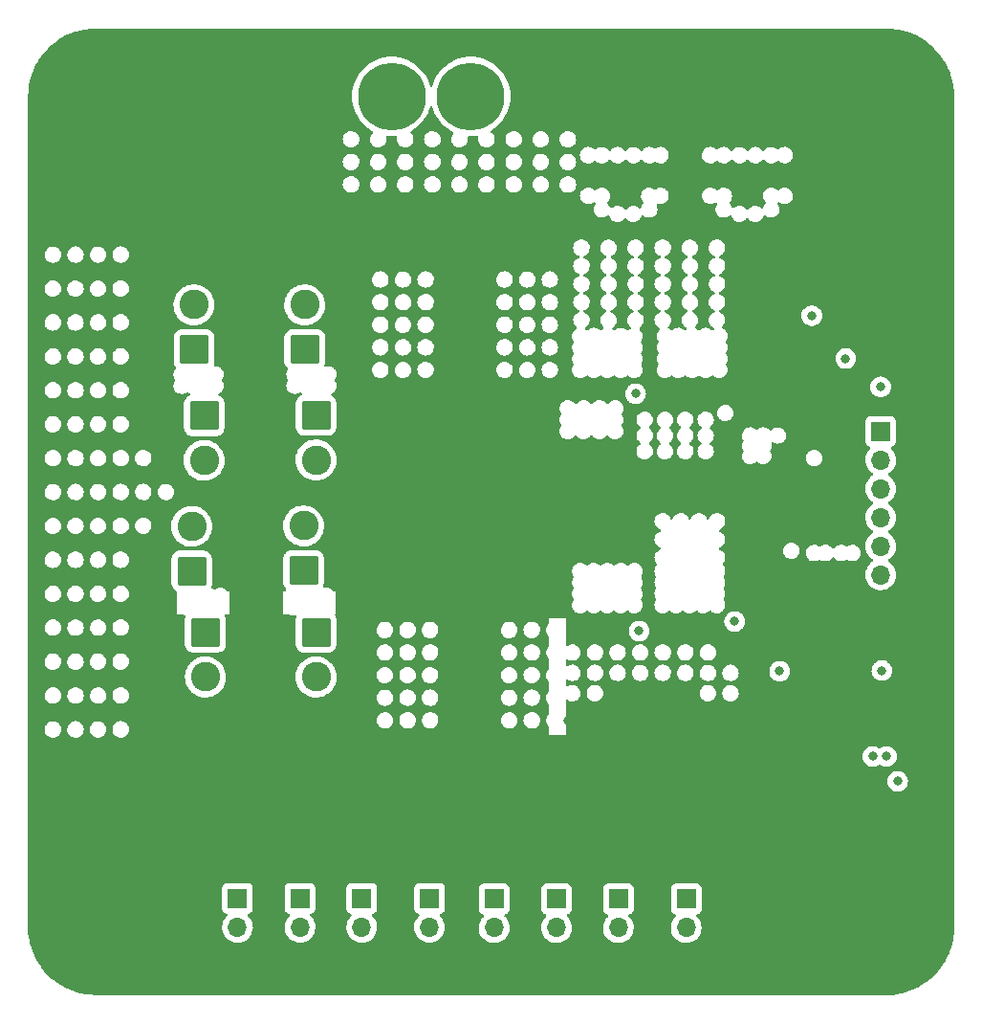
<source format=gbr>
%TF.GenerationSoftware,KiCad,Pcbnew,(6.0.1)*%
%TF.CreationDate,2022-01-20T11:55:34+01:00*%
%TF.ProjectId,BTS-MainBoard-Power,4254532d-4d61-4696-9e42-6f6172642d50,rev?*%
%TF.SameCoordinates,Original*%
%TF.FileFunction,Copper,L2,Inr*%
%TF.FilePolarity,Positive*%
%FSLAX46Y46*%
G04 Gerber Fmt 4.6, Leading zero omitted, Abs format (unit mm)*
G04 Created by KiCad (PCBNEW (6.0.1)) date 2022-01-20 11:55:34*
%MOMM*%
%LPD*%
G01*
G04 APERTURE LIST*
G04 Aperture macros list*
%AMRoundRect*
0 Rectangle with rounded corners*
0 $1 Rounding radius*
0 $2 $3 $4 $5 $6 $7 $8 $9 X,Y pos of 4 corners*
0 Add a 4 corners polygon primitive as box body*
4,1,4,$2,$3,$4,$5,$6,$7,$8,$9,$2,$3,0*
0 Add four circle primitives for the rounded corners*
1,1,$1+$1,$2,$3*
1,1,$1+$1,$4,$5*
1,1,$1+$1,$6,$7*
1,1,$1+$1,$8,$9*
0 Add four rect primitives between the rounded corners*
20,1,$1+$1,$2,$3,$4,$5,0*
20,1,$1+$1,$4,$5,$6,$7,0*
20,1,$1+$1,$6,$7,$8,$9,0*
20,1,$1+$1,$8,$9,$2,$3,0*%
G04 Aperture macros list end*
%TA.AperFunction,ComponentPad*%
%ADD10RoundRect,0.270834X1.029166X-1.029166X1.029166X1.029166X-1.029166X1.029166X-1.029166X-1.029166X0*%
%TD*%
%TA.AperFunction,ComponentPad*%
%ADD11C,2.600000*%
%TD*%
%TA.AperFunction,ComponentPad*%
%ADD12C,8.000000*%
%TD*%
%TA.AperFunction,ComponentPad*%
%ADD13C,0.900000*%
%TD*%
%TA.AperFunction,ComponentPad*%
%ADD14R,1.700000X1.700000*%
%TD*%
%TA.AperFunction,ComponentPad*%
%ADD15O,1.700000X1.700000*%
%TD*%
%TA.AperFunction,ComponentPad*%
%ADD16C,0.800000*%
%TD*%
%TA.AperFunction,ComponentPad*%
%ADD17C,6.000000*%
%TD*%
%TA.AperFunction,ComponentPad*%
%ADD18RoundRect,0.270834X-1.029166X1.029166X-1.029166X-1.029166X1.029166X-1.029166X1.029166X1.029166X0*%
%TD*%
%TA.AperFunction,ViaPad*%
%ADD19C,0.800000*%
%TD*%
G04 APERTURE END LIST*
D10*
%TO.N,/HBridge/+Peltier*%
%TO.C,J10*%
X132400000Y-90960000D03*
D11*
%TO.N,/BHS*%
X132400000Y-87000000D03*
%TD*%
D12*
%TO.N,GND*%
%TO.C,H4*%
X184000000Y-122500000D03*
D13*
X187000000Y-122500000D03*
X184000000Y-125500000D03*
X181878680Y-120378680D03*
X186121320Y-120378680D03*
X181000000Y-122500000D03*
X181878680Y-124621320D03*
X184000000Y-119500000D03*
X186121320Y-124621320D03*
%TD*%
D14*
%TO.N,/Psu12V*%
%TO.C,J12*%
X132075000Y-119960000D03*
D15*
%TO.N,/FanSink*%
X132075000Y-122500000D03*
%TD*%
D16*
%TO.N,/Psu12V*%
%TO.C,H6*%
X145609010Y-47409010D03*
D17*
X147200000Y-49000000D03*
D16*
X144950000Y-49000000D03*
X147200000Y-51250000D03*
X148790990Y-50590990D03*
X148790990Y-47409010D03*
X147200000Y-46750000D03*
X149450000Y-49000000D03*
X145609010Y-50590990D03*
%TD*%
%TO.N,/Psu12V*%
%TO.C,H5*%
X137950000Y-49000000D03*
X142450000Y-49000000D03*
X140200000Y-46750000D03*
D17*
X140200000Y-49000000D03*
D16*
X138609010Y-50590990D03*
X141790990Y-47409010D03*
X141790990Y-50590990D03*
X138609010Y-47409010D03*
X140200000Y-51250000D03*
%TD*%
D18*
%TO.N,/HBridge/+Peltier*%
%TO.C,J9*%
X133505000Y-77200000D03*
D11*
%TO.N,/BHS*%
X133505000Y-81160000D03*
%TD*%
D10*
%TO.N,/HBridge/+Peltier*%
%TO.C,J4*%
X122495000Y-91000000D03*
D11*
%TO.N,/BHS*%
X122495000Y-87040000D03*
%TD*%
D14*
%TO.N,/Psu12V*%
%TO.C,J18*%
X154800000Y-120000000D03*
D15*
%TO.N,/FanSink*%
X154800000Y-122540000D03*
%TD*%
D13*
%TO.N,GND*%
%TO.C,H2*%
X181000000Y-49000000D03*
X186121320Y-46878680D03*
D12*
X184000000Y-49000000D03*
D13*
X187000000Y-49000000D03*
X181878680Y-51121320D03*
X181878680Y-46878680D03*
X186121320Y-51121320D03*
X184000000Y-46000000D03*
X184000000Y-52000000D03*
%TD*%
D14*
%TO.N,/Psu12V*%
%TO.C,J14*%
X143550000Y-119960000D03*
D15*
%TO.N,/FanSink*%
X143550000Y-122500000D03*
%TD*%
D14*
%TO.N,/Psu12V*%
%TO.C,J16*%
X137550000Y-119960000D03*
D15*
%TO.N,/FanSink*%
X137550000Y-122500000D03*
%TD*%
D10*
%TO.N,/HBridge/+Peltier*%
%TO.C,J6*%
X122695000Y-71400000D03*
D11*
%TO.N,/BHS*%
X122695000Y-67440000D03*
%TD*%
D14*
%TO.N,/Psu12V*%
%TO.C,J17*%
X149275000Y-120000000D03*
D15*
%TO.N,/FanSink*%
X149275000Y-122540000D03*
%TD*%
D14*
%TO.N,/Psu12V*%
%TO.C,J13*%
X160275000Y-120000000D03*
D15*
%TO.N,/FanSink*%
X160275000Y-122540000D03*
%TD*%
D12*
%TO.N,GND*%
%TO.C,H3*%
X114000000Y-122500000D03*
D13*
X116121320Y-124621320D03*
X116121320Y-120378680D03*
X111878680Y-120378680D03*
X111000000Y-122500000D03*
X114000000Y-125500000D03*
X117000000Y-122500000D03*
X114000000Y-119500000D03*
X111878680Y-124621320D03*
%TD*%
D18*
%TO.N,/HBridge/+Peltier*%
%TO.C,J8*%
X133505000Y-96400000D03*
D11*
%TO.N,/BHS*%
X133505000Y-100360000D03*
%TD*%
D18*
%TO.N,/HBridge/+Peltier*%
%TO.C,J7*%
X123705000Y-96400000D03*
D11*
%TO.N,/BHS*%
X123705000Y-100360000D03*
%TD*%
D16*
%TO.N,GND*%
%TO.C,H8*%
X123009010Y-47409010D03*
X124600000Y-51250000D03*
X123009010Y-50590990D03*
D17*
X124600000Y-49000000D03*
D16*
X126190990Y-47409010D03*
X124600000Y-46750000D03*
X126190990Y-50590990D03*
X122350000Y-49000000D03*
X126850000Y-49000000D03*
%TD*%
D14*
%TO.N,/Psu12V*%
%TO.C,J15*%
X126550000Y-119960000D03*
D15*
%TO.N,/FanSink*%
X126550000Y-122500000D03*
%TD*%
D14*
%TO.N,/VSense*%
%TO.C,J3*%
X183500000Y-78625000D03*
D15*
%TO.N,/AHO_Sig*%
X183500000Y-81165000D03*
%TO.N,/ALO_Sig*%
X183500000Y-83705000D03*
%TO.N,/BHO_Sig*%
X183500000Y-86245000D03*
%TO.N,/BLO_Sig*%
X183500000Y-88785000D03*
%TO.N,/CoolingFanDriveSignal*%
X183500000Y-91325000D03*
%TO.N,GND*%
X183500000Y-93865000D03*
%TD*%
D10*
%TO.N,/HBridge/+Peltier*%
%TO.C,J5*%
X132495000Y-71400000D03*
D11*
%TO.N,/BHS*%
X132495000Y-67440000D03*
%TD*%
D18*
%TO.N,/HBridge/+Peltier*%
%TO.C,J11*%
X123600000Y-77240000D03*
D11*
%TO.N,/BHS*%
X123600000Y-81200000D03*
%TD*%
D14*
%TO.N,/Psu12V*%
%TO.C,J19*%
X166275000Y-120000000D03*
D15*
%TO.N,/FanSink*%
X166275000Y-122540000D03*
%TD*%
D12*
%TO.N,GND*%
%TO.C,H1*%
X114000000Y-49000000D03*
D13*
X114000000Y-52000000D03*
X111000000Y-49000000D03*
X117000000Y-49000000D03*
X116121320Y-46878680D03*
X116121320Y-51121320D03*
X111878680Y-46878680D03*
X114000000Y-46000000D03*
X111878680Y-51121320D03*
%TD*%
D16*
%TO.N,GND*%
%TO.C,H7*%
X129809010Y-50590990D03*
D17*
X131400000Y-49000000D03*
D16*
X132990990Y-50590990D03*
X129150000Y-49000000D03*
X131400000Y-51250000D03*
X131400000Y-46750000D03*
X132990990Y-47409010D03*
X129809010Y-47409010D03*
X133650000Y-49000000D03*
%TD*%
D19*
%TO.N,/Psu12V*%
X182800000Y-107400000D03*
X184000000Y-107400000D03*
%TO.N,GND*%
X159800000Y-116200000D03*
X167800000Y-106200000D03*
X173400000Y-90000000D03*
X157800000Y-114200000D03*
X169800000Y-114200000D03*
X157800000Y-112200000D03*
X155800000Y-116200000D03*
X165800000Y-106200000D03*
X163800000Y-116200000D03*
X161800000Y-114200000D03*
X175200000Y-83800000D03*
X167800000Y-112200000D03*
X173800000Y-46600000D03*
X169600000Y-49000000D03*
X173800000Y-49000000D03*
X165800000Y-112200000D03*
X163800000Y-114200000D03*
X169800000Y-110200000D03*
X158600000Y-46600000D03*
X175800000Y-94000000D03*
X155800000Y-106200000D03*
X167800000Y-108200000D03*
X158600000Y-51400000D03*
X159800000Y-106200000D03*
X171000000Y-51400000D03*
X173400000Y-86000000D03*
X159800000Y-108200000D03*
X155800000Y-108200000D03*
X173800000Y-51400000D03*
X161800000Y-104200000D03*
X180800000Y-79400000D03*
X176600000Y-83800000D03*
X163800000Y-104200000D03*
X173800000Y-47800000D03*
X167800000Y-104200000D03*
X180800000Y-80200000D03*
X160000000Y-46200000D03*
X163800000Y-110200000D03*
X158600000Y-49000000D03*
X158600000Y-50200000D03*
X171000000Y-46200000D03*
X178000000Y-86350000D03*
X157800000Y-106200000D03*
X169600000Y-50200000D03*
X162800000Y-47800000D03*
X173400000Y-94000000D03*
X165800000Y-110200000D03*
X167800000Y-114200000D03*
X159800000Y-110200000D03*
X161800000Y-112200000D03*
X161400000Y-46200000D03*
X178000000Y-83800000D03*
X176600000Y-86350000D03*
X167800000Y-116200000D03*
X162800000Y-46600000D03*
X161800000Y-116200000D03*
X173400000Y-92000000D03*
X169800000Y-108200000D03*
X175800000Y-92000000D03*
X159800000Y-104200000D03*
X163800000Y-106200000D03*
X162800000Y-49000000D03*
X167800000Y-110200000D03*
X169800000Y-104200000D03*
X172400000Y-46200000D03*
X180800000Y-86350000D03*
X169600000Y-51400000D03*
X175200000Y-86350000D03*
X179400000Y-86350000D03*
X172400000Y-51400000D03*
X161400000Y-51400000D03*
X155800000Y-114200000D03*
X165800000Y-116200000D03*
X158600000Y-47800000D03*
X155800000Y-110200000D03*
X159800000Y-112200000D03*
X169800000Y-106200000D03*
X169600000Y-46600000D03*
X157800000Y-116200000D03*
X157800000Y-104200000D03*
X155800000Y-104200000D03*
X162800000Y-51400000D03*
X159800000Y-114200000D03*
X180800000Y-85200000D03*
X157800000Y-108200000D03*
X169600000Y-47800000D03*
X169800000Y-116200000D03*
X162800000Y-50200000D03*
X169800000Y-112200000D03*
X161800000Y-110200000D03*
X179400000Y-83800000D03*
X165800000Y-108200000D03*
X161800000Y-106200000D03*
X180800000Y-84000000D03*
X155800000Y-112200000D03*
X160000000Y-51400000D03*
X173800000Y-50200000D03*
X157800000Y-110200000D03*
X165800000Y-114200000D03*
X163800000Y-112200000D03*
X173400000Y-88000000D03*
%TO.N,/AHS*%
X180400000Y-72200000D03*
%TO.N,/CoolingFanDriveSignal*%
X185000000Y-109600000D03*
%TO.N,/HBridge/AHO_Gate*%
X177400000Y-68400000D03*
X161800000Y-75300989D03*
%TO.N,/HBridge/ALO_Gate*%
X183500000Y-74700000D03*
X162100000Y-96300000D03*
%TO.N,/HBridge/BHO_Gate*%
X170562427Y-95450500D03*
%TO.N,/HBoot2*%
X183600000Y-99800000D03*
X174550000Y-99850000D03*
%TD*%
%TA.AperFunction,Conductor*%
%TO.N,GND*%
G36*
X183970057Y-42990298D02*
G01*
X183984858Y-42992603D01*
X183984861Y-42992603D01*
X183993730Y-42993984D01*
X184015075Y-42991193D01*
X184036354Y-42990227D01*
X184466683Y-43007135D01*
X184476546Y-43007911D01*
X184935448Y-43062225D01*
X184945219Y-43063773D01*
X185176206Y-43109719D01*
X185398444Y-43153925D01*
X185408050Y-43156231D01*
X185852803Y-43281664D01*
X185862193Y-43284715D01*
X186095669Y-43370849D01*
X186295744Y-43444661D01*
X186304884Y-43448447D01*
X186724539Y-43641910D01*
X186733354Y-43646402D01*
X187136519Y-43872186D01*
X187144955Y-43877355D01*
X187529186Y-44134089D01*
X187537174Y-44139892D01*
X187693756Y-44263332D01*
X187900073Y-44425980D01*
X187907596Y-44432405D01*
X188060677Y-44573911D01*
X188246938Y-44746088D01*
X188253912Y-44753062D01*
X188426089Y-44939323D01*
X188567595Y-45092404D01*
X188574020Y-45099927D01*
X188860102Y-45462818D01*
X188865911Y-45470814D01*
X188992204Y-45659825D01*
X189122645Y-45855045D01*
X189127814Y-45863481D01*
X189353598Y-46266646D01*
X189358089Y-46275459D01*
X189530355Y-46649133D01*
X189551553Y-46695116D01*
X189555338Y-46704254D01*
X189641462Y-46937700D01*
X189715282Y-47137797D01*
X189718336Y-47147197D01*
X189837033Y-47568066D01*
X189843767Y-47591943D01*
X189846077Y-47601563D01*
X189936227Y-48054781D01*
X189937775Y-48064552D01*
X189992089Y-48523454D01*
X189992865Y-48533317D01*
X190009479Y-48956166D01*
X190008077Y-48980491D01*
X190006016Y-48993730D01*
X190007180Y-49002632D01*
X190007180Y-49002635D01*
X190010138Y-49025251D01*
X190011202Y-49041589D01*
X190011202Y-122450672D01*
X190009702Y-122470057D01*
X190008030Y-122480798D01*
X190006016Y-122493730D01*
X190008807Y-122515073D01*
X190009773Y-122536354D01*
X189992865Y-122966683D01*
X189992089Y-122976546D01*
X189937775Y-123435448D01*
X189936227Y-123445219D01*
X189891935Y-123667892D01*
X189847046Y-123893567D01*
X189846077Y-123898437D01*
X189843769Y-123908050D01*
X189721101Y-124343001D01*
X189718339Y-124352793D01*
X189715282Y-124362203D01*
X189555339Y-124795744D01*
X189551553Y-124804884D01*
X189358090Y-125224539D01*
X189353598Y-125233354D01*
X189127814Y-125636519D01*
X189122645Y-125644955D01*
X188875996Y-126014094D01*
X188865917Y-126029178D01*
X188860102Y-126037182D01*
X188574020Y-126400073D01*
X188567595Y-126407596D01*
X188426089Y-126560677D01*
X188253912Y-126746938D01*
X188246938Y-126753912D01*
X188060677Y-126926089D01*
X187907596Y-127067595D01*
X187900073Y-127074020D01*
X187861065Y-127104772D01*
X187537174Y-127360108D01*
X187529186Y-127365911D01*
X187398926Y-127452948D01*
X187144955Y-127622645D01*
X187136519Y-127627814D01*
X186759621Y-127838888D01*
X186733354Y-127853598D01*
X186724541Y-127858089D01*
X186342040Y-128034424D01*
X186304884Y-128051553D01*
X186295746Y-128055338D01*
X185862193Y-128215285D01*
X185852803Y-128218336D01*
X185408050Y-128343769D01*
X185398444Y-128346075D01*
X185176206Y-128390281D01*
X184945219Y-128436227D01*
X184935448Y-128437775D01*
X184476546Y-128492089D01*
X184466683Y-128492865D01*
X184043834Y-128509479D01*
X184019509Y-128508077D01*
X184017668Y-128507790D01*
X184015142Y-128507397D01*
X184015140Y-128507397D01*
X184006270Y-128506016D01*
X183974830Y-128510127D01*
X183958466Y-128511191D01*
X114049377Y-128492014D01*
X114030036Y-128490515D01*
X114006270Y-128486814D01*
X113984925Y-128489605D01*
X113963646Y-128490571D01*
X113533317Y-128473663D01*
X113523454Y-128472887D01*
X113064552Y-128418573D01*
X113054781Y-128417025D01*
X112698099Y-128346077D01*
X112601556Y-128326873D01*
X112591950Y-128324567D01*
X112147197Y-128199134D01*
X112137807Y-128196083D01*
X111704254Y-128036136D01*
X111695116Y-128032351D01*
X111317114Y-127858090D01*
X111275459Y-127838887D01*
X111266646Y-127834396D01*
X111230568Y-127814191D01*
X111065063Y-127721504D01*
X110863481Y-127608612D01*
X110855045Y-127603443D01*
X110629812Y-127452948D01*
X110470814Y-127346709D01*
X110462826Y-127340906D01*
X110306244Y-127217466D01*
X110099927Y-127054818D01*
X110092404Y-127048393D01*
X109939323Y-126906887D01*
X109753062Y-126734710D01*
X109746088Y-126727736D01*
X109573911Y-126541475D01*
X109432405Y-126388394D01*
X109425980Y-126380871D01*
X109155036Y-126037182D01*
X109139892Y-126017972D01*
X109134083Y-126009976D01*
X108877355Y-125625753D01*
X108872186Y-125617317D01*
X108646402Y-125214152D01*
X108641910Y-125205337D01*
X108448446Y-124785679D01*
X108444661Y-124776542D01*
X108290091Y-124357564D01*
X108284715Y-124342991D01*
X108281661Y-124333591D01*
X108180667Y-123975490D01*
X108156231Y-123888848D01*
X108153923Y-123879235D01*
X108148818Y-123853567D01*
X108101031Y-123613327D01*
X108063773Y-123426017D01*
X108062225Y-123416246D01*
X108007911Y-122957344D01*
X108007135Y-122947481D01*
X107995258Y-122645216D01*
X107990668Y-122528406D01*
X107992318Y-122502552D01*
X107992748Y-122500000D01*
X107993869Y-122493337D01*
X107994022Y-122480798D01*
X107992002Y-122466695D01*
X125187251Y-122466695D01*
X125187548Y-122471848D01*
X125187548Y-122471851D01*
X125193011Y-122566590D01*
X125200110Y-122689715D01*
X125201247Y-122694761D01*
X125201248Y-122694767D01*
X125210263Y-122734767D01*
X125249222Y-122907639D01*
X125333266Y-123114616D01*
X125449987Y-123305088D01*
X125596250Y-123473938D01*
X125768126Y-123616632D01*
X125961000Y-123729338D01*
X126169692Y-123809030D01*
X126174760Y-123810061D01*
X126174763Y-123810062D01*
X126282017Y-123831883D01*
X126388597Y-123853567D01*
X126393772Y-123853757D01*
X126393774Y-123853757D01*
X126606673Y-123861564D01*
X126606677Y-123861564D01*
X126611837Y-123861753D01*
X126616957Y-123861097D01*
X126616959Y-123861097D01*
X126828288Y-123834025D01*
X126828289Y-123834025D01*
X126833416Y-123833368D01*
X126909102Y-123810661D01*
X127042429Y-123770661D01*
X127042434Y-123770659D01*
X127047384Y-123769174D01*
X127247994Y-123670896D01*
X127429860Y-123541173D01*
X127457191Y-123513938D01*
X127584435Y-123387137D01*
X127588096Y-123383489D01*
X127647594Y-123300689D01*
X127715435Y-123206277D01*
X127718453Y-123202077D01*
X127744276Y-123149829D01*
X127815136Y-123006453D01*
X127815137Y-123006451D01*
X127817430Y-123001811D01*
X127882370Y-122788069D01*
X127911529Y-122566590D01*
X127911611Y-122563240D01*
X127913074Y-122503365D01*
X127913074Y-122503361D01*
X127913156Y-122500000D01*
X127910418Y-122466695D01*
X130712251Y-122466695D01*
X130712548Y-122471848D01*
X130712548Y-122471851D01*
X130718011Y-122566590D01*
X130725110Y-122689715D01*
X130726247Y-122694761D01*
X130726248Y-122694767D01*
X130735263Y-122734767D01*
X130774222Y-122907639D01*
X130858266Y-123114616D01*
X130974987Y-123305088D01*
X131121250Y-123473938D01*
X131293126Y-123616632D01*
X131486000Y-123729338D01*
X131694692Y-123809030D01*
X131699760Y-123810061D01*
X131699763Y-123810062D01*
X131807017Y-123831883D01*
X131913597Y-123853567D01*
X131918772Y-123853757D01*
X131918774Y-123853757D01*
X132131673Y-123861564D01*
X132131677Y-123861564D01*
X132136837Y-123861753D01*
X132141957Y-123861097D01*
X132141959Y-123861097D01*
X132353288Y-123834025D01*
X132353289Y-123834025D01*
X132358416Y-123833368D01*
X132434102Y-123810661D01*
X132567429Y-123770661D01*
X132567434Y-123770659D01*
X132572384Y-123769174D01*
X132772994Y-123670896D01*
X132954860Y-123541173D01*
X132982191Y-123513938D01*
X133109435Y-123387137D01*
X133113096Y-123383489D01*
X133172594Y-123300689D01*
X133240435Y-123206277D01*
X133243453Y-123202077D01*
X133269276Y-123149829D01*
X133340136Y-123006453D01*
X133340137Y-123006451D01*
X133342430Y-123001811D01*
X133407370Y-122788069D01*
X133436529Y-122566590D01*
X133436611Y-122563240D01*
X133438074Y-122503365D01*
X133438074Y-122503361D01*
X133438156Y-122500000D01*
X133435418Y-122466695D01*
X136187251Y-122466695D01*
X136187548Y-122471848D01*
X136187548Y-122471851D01*
X136193011Y-122566590D01*
X136200110Y-122689715D01*
X136201247Y-122694761D01*
X136201248Y-122694767D01*
X136210263Y-122734767D01*
X136249222Y-122907639D01*
X136333266Y-123114616D01*
X136449987Y-123305088D01*
X136596250Y-123473938D01*
X136768126Y-123616632D01*
X136961000Y-123729338D01*
X137169692Y-123809030D01*
X137174760Y-123810061D01*
X137174763Y-123810062D01*
X137282017Y-123831883D01*
X137388597Y-123853567D01*
X137393772Y-123853757D01*
X137393774Y-123853757D01*
X137606673Y-123861564D01*
X137606677Y-123861564D01*
X137611837Y-123861753D01*
X137616957Y-123861097D01*
X137616959Y-123861097D01*
X137828288Y-123834025D01*
X137828289Y-123834025D01*
X137833416Y-123833368D01*
X137909102Y-123810661D01*
X138042429Y-123770661D01*
X138042434Y-123770659D01*
X138047384Y-123769174D01*
X138247994Y-123670896D01*
X138429860Y-123541173D01*
X138457191Y-123513938D01*
X138584435Y-123387137D01*
X138588096Y-123383489D01*
X138647594Y-123300689D01*
X138715435Y-123206277D01*
X138718453Y-123202077D01*
X138744276Y-123149829D01*
X138815136Y-123006453D01*
X138815137Y-123006451D01*
X138817430Y-123001811D01*
X138882370Y-122788069D01*
X138911529Y-122566590D01*
X138911611Y-122563240D01*
X138913074Y-122503365D01*
X138913074Y-122503361D01*
X138913156Y-122500000D01*
X138910418Y-122466695D01*
X142187251Y-122466695D01*
X142187548Y-122471848D01*
X142187548Y-122471851D01*
X142193011Y-122566590D01*
X142200110Y-122689715D01*
X142201247Y-122694761D01*
X142201248Y-122694767D01*
X142210263Y-122734767D01*
X142249222Y-122907639D01*
X142333266Y-123114616D01*
X142449987Y-123305088D01*
X142596250Y-123473938D01*
X142768126Y-123616632D01*
X142961000Y-123729338D01*
X143169692Y-123809030D01*
X143174760Y-123810061D01*
X143174763Y-123810062D01*
X143282017Y-123831883D01*
X143388597Y-123853567D01*
X143393772Y-123853757D01*
X143393774Y-123853757D01*
X143606673Y-123861564D01*
X143606677Y-123861564D01*
X143611837Y-123861753D01*
X143616957Y-123861097D01*
X143616959Y-123861097D01*
X143828288Y-123834025D01*
X143828289Y-123834025D01*
X143833416Y-123833368D01*
X143909102Y-123810661D01*
X144042429Y-123770661D01*
X144042434Y-123770659D01*
X144047384Y-123769174D01*
X144247994Y-123670896D01*
X144429860Y-123541173D01*
X144457191Y-123513938D01*
X144584435Y-123387137D01*
X144588096Y-123383489D01*
X144647594Y-123300689D01*
X144715435Y-123206277D01*
X144718453Y-123202077D01*
X144744276Y-123149829D01*
X144815136Y-123006453D01*
X144815137Y-123006451D01*
X144817430Y-123001811D01*
X144882370Y-122788069D01*
X144911529Y-122566590D01*
X144911611Y-122563240D01*
X144912993Y-122506695D01*
X147912251Y-122506695D01*
X147912548Y-122511848D01*
X147912548Y-122511851D01*
X147918011Y-122606590D01*
X147925110Y-122729715D01*
X147926247Y-122734761D01*
X147926248Y-122734767D01*
X147938261Y-122788069D01*
X147974222Y-122947639D01*
X148058266Y-123154616D01*
X148174987Y-123345088D01*
X148321250Y-123513938D01*
X148493126Y-123656632D01*
X148686000Y-123769338D01*
X148894692Y-123849030D01*
X148899760Y-123850061D01*
X148899763Y-123850062D01*
X148956298Y-123861564D01*
X149113597Y-123893567D01*
X149118772Y-123893757D01*
X149118774Y-123893757D01*
X149331673Y-123901564D01*
X149331677Y-123901564D01*
X149336837Y-123901753D01*
X149341957Y-123901097D01*
X149341959Y-123901097D01*
X149553288Y-123874025D01*
X149553289Y-123874025D01*
X149558416Y-123873368D01*
X149563366Y-123871883D01*
X149767429Y-123810661D01*
X149767434Y-123810659D01*
X149772384Y-123809174D01*
X149972994Y-123710896D01*
X150154860Y-123581173D01*
X150313096Y-123423489D01*
X150339218Y-123387137D01*
X150440435Y-123246277D01*
X150443453Y-123242077D01*
X150461147Y-123206277D01*
X150540136Y-123046453D01*
X150540137Y-123046451D01*
X150542430Y-123041811D01*
X150607370Y-122828069D01*
X150636529Y-122606590D01*
X150637425Y-122569908D01*
X150638074Y-122543365D01*
X150638074Y-122543361D01*
X150638156Y-122540000D01*
X150635418Y-122506695D01*
X153437251Y-122506695D01*
X153437548Y-122511848D01*
X153437548Y-122511851D01*
X153443011Y-122606590D01*
X153450110Y-122729715D01*
X153451247Y-122734761D01*
X153451248Y-122734767D01*
X153463261Y-122788069D01*
X153499222Y-122947639D01*
X153583266Y-123154616D01*
X153699987Y-123345088D01*
X153846250Y-123513938D01*
X154018126Y-123656632D01*
X154211000Y-123769338D01*
X154419692Y-123849030D01*
X154424760Y-123850061D01*
X154424763Y-123850062D01*
X154481298Y-123861564D01*
X154638597Y-123893567D01*
X154643772Y-123893757D01*
X154643774Y-123893757D01*
X154856673Y-123901564D01*
X154856677Y-123901564D01*
X154861837Y-123901753D01*
X154866957Y-123901097D01*
X154866959Y-123901097D01*
X155078288Y-123874025D01*
X155078289Y-123874025D01*
X155083416Y-123873368D01*
X155088366Y-123871883D01*
X155292429Y-123810661D01*
X155292434Y-123810659D01*
X155297384Y-123809174D01*
X155497994Y-123710896D01*
X155679860Y-123581173D01*
X155838096Y-123423489D01*
X155864218Y-123387137D01*
X155965435Y-123246277D01*
X155968453Y-123242077D01*
X155986147Y-123206277D01*
X156065136Y-123046453D01*
X156065137Y-123046451D01*
X156067430Y-123041811D01*
X156132370Y-122828069D01*
X156161529Y-122606590D01*
X156162425Y-122569908D01*
X156163074Y-122543365D01*
X156163074Y-122543361D01*
X156163156Y-122540000D01*
X156160418Y-122506695D01*
X158912251Y-122506695D01*
X158912548Y-122511848D01*
X158912548Y-122511851D01*
X158918011Y-122606590D01*
X158925110Y-122729715D01*
X158926247Y-122734761D01*
X158926248Y-122734767D01*
X158938261Y-122788069D01*
X158974222Y-122947639D01*
X159058266Y-123154616D01*
X159174987Y-123345088D01*
X159321250Y-123513938D01*
X159493126Y-123656632D01*
X159686000Y-123769338D01*
X159894692Y-123849030D01*
X159899760Y-123850061D01*
X159899763Y-123850062D01*
X159956298Y-123861564D01*
X160113597Y-123893567D01*
X160118772Y-123893757D01*
X160118774Y-123893757D01*
X160331673Y-123901564D01*
X160331677Y-123901564D01*
X160336837Y-123901753D01*
X160341957Y-123901097D01*
X160341959Y-123901097D01*
X160553288Y-123874025D01*
X160553289Y-123874025D01*
X160558416Y-123873368D01*
X160563366Y-123871883D01*
X160767429Y-123810661D01*
X160767434Y-123810659D01*
X160772384Y-123809174D01*
X160972994Y-123710896D01*
X161154860Y-123581173D01*
X161313096Y-123423489D01*
X161339218Y-123387137D01*
X161440435Y-123246277D01*
X161443453Y-123242077D01*
X161461147Y-123206277D01*
X161540136Y-123046453D01*
X161540137Y-123046451D01*
X161542430Y-123041811D01*
X161607370Y-122828069D01*
X161636529Y-122606590D01*
X161637425Y-122569908D01*
X161638074Y-122543365D01*
X161638074Y-122543361D01*
X161638156Y-122540000D01*
X161635418Y-122506695D01*
X164912251Y-122506695D01*
X164912548Y-122511848D01*
X164912548Y-122511851D01*
X164918011Y-122606590D01*
X164925110Y-122729715D01*
X164926247Y-122734761D01*
X164926248Y-122734767D01*
X164938261Y-122788069D01*
X164974222Y-122947639D01*
X165058266Y-123154616D01*
X165174987Y-123345088D01*
X165321250Y-123513938D01*
X165493126Y-123656632D01*
X165686000Y-123769338D01*
X165894692Y-123849030D01*
X165899760Y-123850061D01*
X165899763Y-123850062D01*
X165956298Y-123861564D01*
X166113597Y-123893567D01*
X166118772Y-123893757D01*
X166118774Y-123893757D01*
X166331673Y-123901564D01*
X166331677Y-123901564D01*
X166336837Y-123901753D01*
X166341957Y-123901097D01*
X166341959Y-123901097D01*
X166553288Y-123874025D01*
X166553289Y-123874025D01*
X166558416Y-123873368D01*
X166563366Y-123871883D01*
X166767429Y-123810661D01*
X166767434Y-123810659D01*
X166772384Y-123809174D01*
X166972994Y-123710896D01*
X167154860Y-123581173D01*
X167313096Y-123423489D01*
X167339218Y-123387137D01*
X167440435Y-123246277D01*
X167443453Y-123242077D01*
X167461147Y-123206277D01*
X167540136Y-123046453D01*
X167540137Y-123046451D01*
X167542430Y-123041811D01*
X167607370Y-122828069D01*
X167636529Y-122606590D01*
X167637425Y-122569908D01*
X167638074Y-122543365D01*
X167638074Y-122543361D01*
X167638156Y-122540000D01*
X167619852Y-122317361D01*
X167565431Y-122100702D01*
X167476354Y-121895840D01*
X167355014Y-121708277D01*
X167351532Y-121704450D01*
X167207798Y-121546488D01*
X167176746Y-121482642D01*
X167185141Y-121412143D01*
X167230317Y-121357375D01*
X167256761Y-121343706D01*
X167363297Y-121303767D01*
X167371705Y-121300615D01*
X167488261Y-121213261D01*
X167575615Y-121096705D01*
X167626745Y-120960316D01*
X167633500Y-120898134D01*
X167633500Y-119101866D01*
X167626745Y-119039684D01*
X167575615Y-118903295D01*
X167488261Y-118786739D01*
X167371705Y-118699385D01*
X167235316Y-118648255D01*
X167173134Y-118641500D01*
X165376866Y-118641500D01*
X165314684Y-118648255D01*
X165178295Y-118699385D01*
X165061739Y-118786739D01*
X164974385Y-118903295D01*
X164923255Y-119039684D01*
X164916500Y-119101866D01*
X164916500Y-120898134D01*
X164923255Y-120960316D01*
X164974385Y-121096705D01*
X165061739Y-121213261D01*
X165178295Y-121300615D01*
X165186704Y-121303767D01*
X165186705Y-121303768D01*
X165295451Y-121344535D01*
X165352216Y-121387176D01*
X165376916Y-121453738D01*
X165361709Y-121523087D01*
X165342316Y-121549568D01*
X165249771Y-121646411D01*
X165215629Y-121682138D01*
X165089743Y-121866680D01*
X165074003Y-121900590D01*
X165016435Y-122024610D01*
X164995688Y-122069305D01*
X164935989Y-122284570D01*
X164912251Y-122506695D01*
X161635418Y-122506695D01*
X161619852Y-122317361D01*
X161565431Y-122100702D01*
X161476354Y-121895840D01*
X161355014Y-121708277D01*
X161351532Y-121704450D01*
X161207798Y-121546488D01*
X161176746Y-121482642D01*
X161185141Y-121412143D01*
X161230317Y-121357375D01*
X161256761Y-121343706D01*
X161363297Y-121303767D01*
X161371705Y-121300615D01*
X161488261Y-121213261D01*
X161575615Y-121096705D01*
X161626745Y-120960316D01*
X161633500Y-120898134D01*
X161633500Y-119101866D01*
X161626745Y-119039684D01*
X161575615Y-118903295D01*
X161488261Y-118786739D01*
X161371705Y-118699385D01*
X161235316Y-118648255D01*
X161173134Y-118641500D01*
X159376866Y-118641500D01*
X159314684Y-118648255D01*
X159178295Y-118699385D01*
X159061739Y-118786739D01*
X158974385Y-118903295D01*
X158923255Y-119039684D01*
X158916500Y-119101866D01*
X158916500Y-120898134D01*
X158923255Y-120960316D01*
X158974385Y-121096705D01*
X159061739Y-121213261D01*
X159178295Y-121300615D01*
X159186704Y-121303767D01*
X159186705Y-121303768D01*
X159295451Y-121344535D01*
X159352216Y-121387176D01*
X159376916Y-121453738D01*
X159361709Y-121523087D01*
X159342316Y-121549568D01*
X159249771Y-121646411D01*
X159215629Y-121682138D01*
X159089743Y-121866680D01*
X159074003Y-121900590D01*
X159016435Y-122024610D01*
X158995688Y-122069305D01*
X158935989Y-122284570D01*
X158912251Y-122506695D01*
X156160418Y-122506695D01*
X156144852Y-122317361D01*
X156090431Y-122100702D01*
X156001354Y-121895840D01*
X155880014Y-121708277D01*
X155876532Y-121704450D01*
X155732798Y-121546488D01*
X155701746Y-121482642D01*
X155710141Y-121412143D01*
X155755317Y-121357375D01*
X155781761Y-121343706D01*
X155888297Y-121303767D01*
X155896705Y-121300615D01*
X156013261Y-121213261D01*
X156100615Y-121096705D01*
X156151745Y-120960316D01*
X156158500Y-120898134D01*
X156158500Y-119101866D01*
X156151745Y-119039684D01*
X156100615Y-118903295D01*
X156013261Y-118786739D01*
X155896705Y-118699385D01*
X155760316Y-118648255D01*
X155698134Y-118641500D01*
X153901866Y-118641500D01*
X153839684Y-118648255D01*
X153703295Y-118699385D01*
X153586739Y-118786739D01*
X153499385Y-118903295D01*
X153448255Y-119039684D01*
X153441500Y-119101866D01*
X153441500Y-120898134D01*
X153448255Y-120960316D01*
X153499385Y-121096705D01*
X153586739Y-121213261D01*
X153703295Y-121300615D01*
X153711704Y-121303767D01*
X153711705Y-121303768D01*
X153820451Y-121344535D01*
X153877216Y-121387176D01*
X153901916Y-121453738D01*
X153886709Y-121523087D01*
X153867316Y-121549568D01*
X153774771Y-121646411D01*
X153740629Y-121682138D01*
X153614743Y-121866680D01*
X153599003Y-121900590D01*
X153541435Y-122024610D01*
X153520688Y-122069305D01*
X153460989Y-122284570D01*
X153437251Y-122506695D01*
X150635418Y-122506695D01*
X150619852Y-122317361D01*
X150565431Y-122100702D01*
X150476354Y-121895840D01*
X150355014Y-121708277D01*
X150351532Y-121704450D01*
X150207798Y-121546488D01*
X150176746Y-121482642D01*
X150185141Y-121412143D01*
X150230317Y-121357375D01*
X150256761Y-121343706D01*
X150363297Y-121303767D01*
X150371705Y-121300615D01*
X150488261Y-121213261D01*
X150575615Y-121096705D01*
X150626745Y-120960316D01*
X150633500Y-120898134D01*
X150633500Y-119101866D01*
X150626745Y-119039684D01*
X150575615Y-118903295D01*
X150488261Y-118786739D01*
X150371705Y-118699385D01*
X150235316Y-118648255D01*
X150173134Y-118641500D01*
X148376866Y-118641500D01*
X148314684Y-118648255D01*
X148178295Y-118699385D01*
X148061739Y-118786739D01*
X147974385Y-118903295D01*
X147923255Y-119039684D01*
X147916500Y-119101866D01*
X147916500Y-120898134D01*
X147923255Y-120960316D01*
X147974385Y-121096705D01*
X148061739Y-121213261D01*
X148178295Y-121300615D01*
X148186704Y-121303767D01*
X148186705Y-121303768D01*
X148295451Y-121344535D01*
X148352216Y-121387176D01*
X148376916Y-121453738D01*
X148361709Y-121523087D01*
X148342316Y-121549568D01*
X148249771Y-121646411D01*
X148215629Y-121682138D01*
X148089743Y-121866680D01*
X148074003Y-121900590D01*
X148016435Y-122024610D01*
X147995688Y-122069305D01*
X147935989Y-122284570D01*
X147912251Y-122506695D01*
X144912993Y-122506695D01*
X144913074Y-122503365D01*
X144913074Y-122503361D01*
X144913156Y-122500000D01*
X144894852Y-122277361D01*
X144840431Y-122060702D01*
X144751354Y-121855840D01*
X144655891Y-121708277D01*
X144632822Y-121672617D01*
X144632820Y-121672614D01*
X144630014Y-121668277D01*
X144626532Y-121664450D01*
X144482798Y-121506488D01*
X144451746Y-121442642D01*
X144460141Y-121372143D01*
X144505317Y-121317375D01*
X144531761Y-121303706D01*
X144638297Y-121263767D01*
X144646705Y-121260615D01*
X144763261Y-121173261D01*
X144850615Y-121056705D01*
X144901745Y-120920316D01*
X144908500Y-120858134D01*
X144908500Y-119061866D01*
X144901745Y-118999684D01*
X144850615Y-118863295D01*
X144763261Y-118746739D01*
X144646705Y-118659385D01*
X144510316Y-118608255D01*
X144448134Y-118601500D01*
X142651866Y-118601500D01*
X142589684Y-118608255D01*
X142453295Y-118659385D01*
X142336739Y-118746739D01*
X142249385Y-118863295D01*
X142198255Y-118999684D01*
X142191500Y-119061866D01*
X142191500Y-120858134D01*
X142198255Y-120920316D01*
X142249385Y-121056705D01*
X142336739Y-121173261D01*
X142453295Y-121260615D01*
X142461704Y-121263767D01*
X142461705Y-121263768D01*
X142570451Y-121304535D01*
X142627216Y-121347176D01*
X142651916Y-121413738D01*
X142636709Y-121483087D01*
X142617316Y-121509568D01*
X142490629Y-121642138D01*
X142364743Y-121826680D01*
X142270688Y-122029305D01*
X142210989Y-122244570D01*
X142187251Y-122466695D01*
X138910418Y-122466695D01*
X138894852Y-122277361D01*
X138840431Y-122060702D01*
X138751354Y-121855840D01*
X138655891Y-121708277D01*
X138632822Y-121672617D01*
X138632820Y-121672614D01*
X138630014Y-121668277D01*
X138626532Y-121664450D01*
X138482798Y-121506488D01*
X138451746Y-121442642D01*
X138460141Y-121372143D01*
X138505317Y-121317375D01*
X138531761Y-121303706D01*
X138638297Y-121263767D01*
X138646705Y-121260615D01*
X138763261Y-121173261D01*
X138850615Y-121056705D01*
X138901745Y-120920316D01*
X138908500Y-120858134D01*
X138908500Y-119061866D01*
X138901745Y-118999684D01*
X138850615Y-118863295D01*
X138763261Y-118746739D01*
X138646705Y-118659385D01*
X138510316Y-118608255D01*
X138448134Y-118601500D01*
X136651866Y-118601500D01*
X136589684Y-118608255D01*
X136453295Y-118659385D01*
X136336739Y-118746739D01*
X136249385Y-118863295D01*
X136198255Y-118999684D01*
X136191500Y-119061866D01*
X136191500Y-120858134D01*
X136198255Y-120920316D01*
X136249385Y-121056705D01*
X136336739Y-121173261D01*
X136453295Y-121260615D01*
X136461704Y-121263767D01*
X136461705Y-121263768D01*
X136570451Y-121304535D01*
X136627216Y-121347176D01*
X136651916Y-121413738D01*
X136636709Y-121483087D01*
X136617316Y-121509568D01*
X136490629Y-121642138D01*
X136364743Y-121826680D01*
X136270688Y-122029305D01*
X136210989Y-122244570D01*
X136187251Y-122466695D01*
X133435418Y-122466695D01*
X133419852Y-122277361D01*
X133365431Y-122060702D01*
X133276354Y-121855840D01*
X133180891Y-121708277D01*
X133157822Y-121672617D01*
X133157820Y-121672614D01*
X133155014Y-121668277D01*
X133151532Y-121664450D01*
X133007798Y-121506488D01*
X132976746Y-121442642D01*
X132985141Y-121372143D01*
X133030317Y-121317375D01*
X133056761Y-121303706D01*
X133163297Y-121263767D01*
X133171705Y-121260615D01*
X133288261Y-121173261D01*
X133375615Y-121056705D01*
X133426745Y-120920316D01*
X133433500Y-120858134D01*
X133433500Y-119061866D01*
X133426745Y-118999684D01*
X133375615Y-118863295D01*
X133288261Y-118746739D01*
X133171705Y-118659385D01*
X133035316Y-118608255D01*
X132973134Y-118601500D01*
X131176866Y-118601500D01*
X131114684Y-118608255D01*
X130978295Y-118659385D01*
X130861739Y-118746739D01*
X130774385Y-118863295D01*
X130723255Y-118999684D01*
X130716500Y-119061866D01*
X130716500Y-120858134D01*
X130723255Y-120920316D01*
X130774385Y-121056705D01*
X130861739Y-121173261D01*
X130978295Y-121260615D01*
X130986704Y-121263767D01*
X130986705Y-121263768D01*
X131095451Y-121304535D01*
X131152216Y-121347176D01*
X131176916Y-121413738D01*
X131161709Y-121483087D01*
X131142316Y-121509568D01*
X131015629Y-121642138D01*
X130889743Y-121826680D01*
X130795688Y-122029305D01*
X130735989Y-122244570D01*
X130712251Y-122466695D01*
X127910418Y-122466695D01*
X127894852Y-122277361D01*
X127840431Y-122060702D01*
X127751354Y-121855840D01*
X127655891Y-121708277D01*
X127632822Y-121672617D01*
X127632820Y-121672614D01*
X127630014Y-121668277D01*
X127626532Y-121664450D01*
X127482798Y-121506488D01*
X127451746Y-121442642D01*
X127460141Y-121372143D01*
X127505317Y-121317375D01*
X127531761Y-121303706D01*
X127638297Y-121263767D01*
X127646705Y-121260615D01*
X127763261Y-121173261D01*
X127850615Y-121056705D01*
X127901745Y-120920316D01*
X127908500Y-120858134D01*
X127908500Y-119061866D01*
X127901745Y-118999684D01*
X127850615Y-118863295D01*
X127763261Y-118746739D01*
X127646705Y-118659385D01*
X127510316Y-118608255D01*
X127448134Y-118601500D01*
X125651866Y-118601500D01*
X125589684Y-118608255D01*
X125453295Y-118659385D01*
X125336739Y-118746739D01*
X125249385Y-118863295D01*
X125198255Y-118999684D01*
X125191500Y-119061866D01*
X125191500Y-120858134D01*
X125198255Y-120920316D01*
X125249385Y-121056705D01*
X125336739Y-121173261D01*
X125453295Y-121260615D01*
X125461704Y-121263767D01*
X125461705Y-121263768D01*
X125570451Y-121304535D01*
X125627216Y-121347176D01*
X125651916Y-121413738D01*
X125636709Y-121483087D01*
X125617316Y-121509568D01*
X125490629Y-121642138D01*
X125364743Y-121826680D01*
X125270688Y-122029305D01*
X125210989Y-122244570D01*
X125187251Y-122466695D01*
X107992002Y-122466695D01*
X107990082Y-122453289D01*
X107988810Y-122435400D01*
X107988840Y-122322522D01*
X107992163Y-109600000D01*
X184086496Y-109600000D01*
X184106458Y-109789928D01*
X184165473Y-109971556D01*
X184260960Y-110136944D01*
X184388747Y-110278866D01*
X184543248Y-110391118D01*
X184549276Y-110393802D01*
X184549278Y-110393803D01*
X184711681Y-110466109D01*
X184717712Y-110468794D01*
X184811113Y-110488647D01*
X184898056Y-110507128D01*
X184898061Y-110507128D01*
X184904513Y-110508500D01*
X185095487Y-110508500D01*
X185101939Y-110507128D01*
X185101944Y-110507128D01*
X185188888Y-110488647D01*
X185282288Y-110468794D01*
X185288319Y-110466109D01*
X185450722Y-110393803D01*
X185450724Y-110393802D01*
X185456752Y-110391118D01*
X185611253Y-110278866D01*
X185739040Y-110136944D01*
X185834527Y-109971556D01*
X185893542Y-109789928D01*
X185913504Y-109600000D01*
X185893542Y-109410072D01*
X185834527Y-109228444D01*
X185739040Y-109063056D01*
X185611253Y-108921134D01*
X185456752Y-108808882D01*
X185450724Y-108806198D01*
X185450722Y-108806197D01*
X185288319Y-108733891D01*
X185288318Y-108733891D01*
X185282288Y-108731206D01*
X185188888Y-108711353D01*
X185101944Y-108692872D01*
X185101939Y-108692872D01*
X185095487Y-108691500D01*
X184904513Y-108691500D01*
X184898061Y-108692872D01*
X184898056Y-108692872D01*
X184811112Y-108711353D01*
X184717712Y-108731206D01*
X184711682Y-108733891D01*
X184711681Y-108733891D01*
X184549278Y-108806197D01*
X184549276Y-108806198D01*
X184543248Y-108808882D01*
X184388747Y-108921134D01*
X184260960Y-109063056D01*
X184165473Y-109228444D01*
X184106458Y-109410072D01*
X184086496Y-109600000D01*
X107992163Y-109600000D01*
X107992738Y-107400000D01*
X181886496Y-107400000D01*
X181906458Y-107589928D01*
X181965473Y-107771556D01*
X182060960Y-107936944D01*
X182188747Y-108078866D01*
X182343248Y-108191118D01*
X182349276Y-108193802D01*
X182349278Y-108193803D01*
X182511681Y-108266109D01*
X182517712Y-108268794D01*
X182611112Y-108288647D01*
X182698056Y-108307128D01*
X182698061Y-108307128D01*
X182704513Y-108308500D01*
X182895487Y-108308500D01*
X182901939Y-108307128D01*
X182901944Y-108307128D01*
X182988888Y-108288647D01*
X183082288Y-108268794D01*
X183088319Y-108266109D01*
X183250722Y-108193803D01*
X183250724Y-108193802D01*
X183256752Y-108191118D01*
X183262094Y-108187237D01*
X183325939Y-108140851D01*
X183392807Y-108116992D01*
X183461959Y-108133073D01*
X183474061Y-108140851D01*
X183537906Y-108187237D01*
X183543248Y-108191118D01*
X183549276Y-108193802D01*
X183549278Y-108193803D01*
X183711681Y-108266109D01*
X183717712Y-108268794D01*
X183811112Y-108288647D01*
X183898056Y-108307128D01*
X183898061Y-108307128D01*
X183904513Y-108308500D01*
X184095487Y-108308500D01*
X184101939Y-108307128D01*
X184101944Y-108307128D01*
X184188888Y-108288647D01*
X184282288Y-108268794D01*
X184288319Y-108266109D01*
X184450722Y-108193803D01*
X184450724Y-108193802D01*
X184456752Y-108191118D01*
X184611253Y-108078866D01*
X184739040Y-107936944D01*
X184834527Y-107771556D01*
X184893542Y-107589928D01*
X184913504Y-107400000D01*
X184893542Y-107210072D01*
X184834527Y-107028444D01*
X184739040Y-106863056D01*
X184611253Y-106721134D01*
X184456752Y-106608882D01*
X184450724Y-106606198D01*
X184450722Y-106606197D01*
X184288319Y-106533891D01*
X184288318Y-106533891D01*
X184282288Y-106531206D01*
X184188887Y-106511353D01*
X184101944Y-106492872D01*
X184101939Y-106492872D01*
X184095487Y-106491500D01*
X183904513Y-106491500D01*
X183898061Y-106492872D01*
X183898056Y-106492872D01*
X183811113Y-106511353D01*
X183717712Y-106531206D01*
X183711682Y-106533891D01*
X183711681Y-106533891D01*
X183549278Y-106606197D01*
X183549276Y-106606198D01*
X183543248Y-106608882D01*
X183537907Y-106612762D01*
X183537906Y-106612763D01*
X183474061Y-106659149D01*
X183407193Y-106683008D01*
X183338041Y-106666927D01*
X183325939Y-106659149D01*
X183262094Y-106612763D01*
X183262093Y-106612762D01*
X183256752Y-106608882D01*
X183250724Y-106606198D01*
X183250722Y-106606197D01*
X183088319Y-106533891D01*
X183088318Y-106533891D01*
X183082288Y-106531206D01*
X182988887Y-106511353D01*
X182901944Y-106492872D01*
X182901939Y-106492872D01*
X182895487Y-106491500D01*
X182704513Y-106491500D01*
X182698061Y-106492872D01*
X182698056Y-106492872D01*
X182611113Y-106511353D01*
X182517712Y-106531206D01*
X182511682Y-106533891D01*
X182511681Y-106533891D01*
X182349278Y-106606197D01*
X182349276Y-106606198D01*
X182343248Y-106608882D01*
X182188747Y-106721134D01*
X182060960Y-106863056D01*
X181965473Y-107028444D01*
X181906458Y-107210072D01*
X181886496Y-107400000D01*
X107992738Y-107400000D01*
X107993368Y-104989764D01*
X109466961Y-104989764D01*
X109482910Y-105152422D01*
X109485134Y-105159107D01*
X109485134Y-105159108D01*
X109508705Y-105229964D01*
X109534499Y-105307505D01*
X109619165Y-105447304D01*
X109732698Y-105564871D01*
X109738590Y-105568726D01*
X109738594Y-105568730D01*
X109822553Y-105623671D01*
X109869457Y-105654364D01*
X109905132Y-105667631D01*
X110016048Y-105708880D01*
X110016051Y-105708881D01*
X110022645Y-105711333D01*
X110029622Y-105712264D01*
X110177666Y-105732018D01*
X110177670Y-105732018D01*
X110184647Y-105732949D01*
X110191658Y-105732311D01*
X110191662Y-105732311D01*
X110340391Y-105718775D01*
X110347412Y-105718136D01*
X110354114Y-105715958D01*
X110354116Y-105715958D01*
X110496152Y-105669808D01*
X110496155Y-105669807D01*
X110502851Y-105667631D01*
X110531575Y-105650508D01*
X110637186Y-105587552D01*
X110637188Y-105587551D01*
X110643238Y-105583944D01*
X110761595Y-105471234D01*
X110852040Y-105335103D01*
X110865470Y-105299747D01*
X110907578Y-105188900D01*
X110907579Y-105188895D01*
X110910078Y-105182317D01*
X110913340Y-105159108D01*
X110932273Y-105024393D01*
X110932273Y-105024388D01*
X110932824Y-105020470D01*
X110933110Y-105000000D01*
X110931962Y-104989764D01*
X111466961Y-104989764D01*
X111482910Y-105152422D01*
X111485134Y-105159107D01*
X111485134Y-105159108D01*
X111508705Y-105229964D01*
X111534499Y-105307505D01*
X111619165Y-105447304D01*
X111732698Y-105564871D01*
X111738590Y-105568726D01*
X111738594Y-105568730D01*
X111822553Y-105623671D01*
X111869457Y-105654364D01*
X111905132Y-105667631D01*
X112016048Y-105708880D01*
X112016051Y-105708881D01*
X112022645Y-105711333D01*
X112029622Y-105712264D01*
X112177666Y-105732018D01*
X112177670Y-105732018D01*
X112184647Y-105732949D01*
X112191658Y-105732311D01*
X112191662Y-105732311D01*
X112340391Y-105718775D01*
X112347412Y-105718136D01*
X112354114Y-105715958D01*
X112354116Y-105715958D01*
X112496152Y-105669808D01*
X112496155Y-105669807D01*
X112502851Y-105667631D01*
X112531575Y-105650508D01*
X112637186Y-105587552D01*
X112637188Y-105587551D01*
X112643238Y-105583944D01*
X112761595Y-105471234D01*
X112852040Y-105335103D01*
X112865470Y-105299747D01*
X112907578Y-105188900D01*
X112907579Y-105188895D01*
X112910078Y-105182317D01*
X112913340Y-105159108D01*
X112932273Y-105024393D01*
X112932273Y-105024388D01*
X112932824Y-105020470D01*
X112933110Y-105000000D01*
X112931962Y-104989764D01*
X113466961Y-104989764D01*
X113482910Y-105152422D01*
X113485134Y-105159107D01*
X113485134Y-105159108D01*
X113508705Y-105229964D01*
X113534499Y-105307505D01*
X113619165Y-105447304D01*
X113732698Y-105564871D01*
X113738590Y-105568726D01*
X113738594Y-105568730D01*
X113822553Y-105623671D01*
X113869457Y-105654364D01*
X113905132Y-105667631D01*
X114016048Y-105708880D01*
X114016051Y-105708881D01*
X114022645Y-105711333D01*
X114029622Y-105712264D01*
X114177666Y-105732018D01*
X114177670Y-105732018D01*
X114184647Y-105732949D01*
X114191658Y-105732311D01*
X114191662Y-105732311D01*
X114340391Y-105718775D01*
X114347412Y-105718136D01*
X114354114Y-105715958D01*
X114354116Y-105715958D01*
X114496152Y-105669808D01*
X114496155Y-105669807D01*
X114502851Y-105667631D01*
X114531575Y-105650508D01*
X114637186Y-105587552D01*
X114637188Y-105587551D01*
X114643238Y-105583944D01*
X114761595Y-105471234D01*
X114852040Y-105335103D01*
X114865470Y-105299747D01*
X114907578Y-105188900D01*
X114907579Y-105188895D01*
X114910078Y-105182317D01*
X114913340Y-105159108D01*
X114932273Y-105024393D01*
X114932273Y-105024388D01*
X114932824Y-105020470D01*
X114933110Y-105000000D01*
X114931962Y-104989764D01*
X115466961Y-104989764D01*
X115482910Y-105152422D01*
X115485134Y-105159107D01*
X115485134Y-105159108D01*
X115508705Y-105229964D01*
X115534499Y-105307505D01*
X115619165Y-105447304D01*
X115732698Y-105564871D01*
X115738590Y-105568726D01*
X115738594Y-105568730D01*
X115822553Y-105623671D01*
X115869457Y-105654364D01*
X115905132Y-105667631D01*
X116016048Y-105708880D01*
X116016051Y-105708881D01*
X116022645Y-105711333D01*
X116029622Y-105712264D01*
X116177666Y-105732018D01*
X116177670Y-105732018D01*
X116184647Y-105732949D01*
X116191658Y-105732311D01*
X116191662Y-105732311D01*
X116340391Y-105718775D01*
X116347412Y-105718136D01*
X116354114Y-105715958D01*
X116354116Y-105715958D01*
X116496152Y-105669808D01*
X116496155Y-105669807D01*
X116502851Y-105667631D01*
X116531575Y-105650508D01*
X116637186Y-105587552D01*
X116637188Y-105587551D01*
X116643238Y-105583944D01*
X116761595Y-105471234D01*
X116852040Y-105335103D01*
X116865470Y-105299747D01*
X116907578Y-105188900D01*
X116907579Y-105188895D01*
X116910078Y-105182317D01*
X116913340Y-105159108D01*
X116932273Y-105024393D01*
X116932273Y-105024388D01*
X116932824Y-105020470D01*
X116933110Y-105000000D01*
X116917050Y-104856818D01*
X116915677Y-104844577D01*
X116915676Y-104844575D01*
X116914892Y-104837581D01*
X116861142Y-104683234D01*
X116774534Y-104544630D01*
X116769572Y-104539633D01*
X116664333Y-104433657D01*
X116664329Y-104433654D01*
X116659370Y-104428660D01*
X116643536Y-104418611D01*
X116575359Y-104375345D01*
X116521374Y-104341085D01*
X116496835Y-104332347D01*
X116374041Y-104288622D01*
X116374036Y-104288621D01*
X116367406Y-104286260D01*
X116360418Y-104285427D01*
X116360415Y-104285426D01*
X116249476Y-104272197D01*
X116205118Y-104266908D01*
X116198115Y-104267644D01*
X116198114Y-104267644D01*
X116049575Y-104283256D01*
X116049573Y-104283257D01*
X116042575Y-104283992D01*
X115961273Y-104311669D01*
X115894527Y-104334391D01*
X115894524Y-104334392D01*
X115887857Y-104336662D01*
X115748652Y-104422301D01*
X115631880Y-104536653D01*
X115543345Y-104674034D01*
X115540936Y-104680654D01*
X115540935Y-104680655D01*
X115535935Y-104694392D01*
X115487446Y-104827615D01*
X115466961Y-104989764D01*
X114931962Y-104989764D01*
X114917050Y-104856818D01*
X114915677Y-104844577D01*
X114915676Y-104844575D01*
X114914892Y-104837581D01*
X114861142Y-104683234D01*
X114774534Y-104544630D01*
X114769572Y-104539633D01*
X114664333Y-104433657D01*
X114664329Y-104433654D01*
X114659370Y-104428660D01*
X114643536Y-104418611D01*
X114575359Y-104375345D01*
X114521374Y-104341085D01*
X114496835Y-104332347D01*
X114374041Y-104288622D01*
X114374036Y-104288621D01*
X114367406Y-104286260D01*
X114360418Y-104285427D01*
X114360415Y-104285426D01*
X114249476Y-104272197D01*
X114205118Y-104266908D01*
X114198115Y-104267644D01*
X114198114Y-104267644D01*
X114049575Y-104283256D01*
X114049573Y-104283257D01*
X114042575Y-104283992D01*
X113961273Y-104311669D01*
X113894527Y-104334391D01*
X113894524Y-104334392D01*
X113887857Y-104336662D01*
X113748652Y-104422301D01*
X113631880Y-104536653D01*
X113543345Y-104674034D01*
X113540936Y-104680654D01*
X113540935Y-104680655D01*
X113535935Y-104694392D01*
X113487446Y-104827615D01*
X113466961Y-104989764D01*
X112931962Y-104989764D01*
X112917050Y-104856818D01*
X112915677Y-104844577D01*
X112915676Y-104844575D01*
X112914892Y-104837581D01*
X112861142Y-104683234D01*
X112774534Y-104544630D01*
X112769572Y-104539633D01*
X112664333Y-104433657D01*
X112664329Y-104433654D01*
X112659370Y-104428660D01*
X112643536Y-104418611D01*
X112575359Y-104375345D01*
X112521374Y-104341085D01*
X112496835Y-104332347D01*
X112374041Y-104288622D01*
X112374036Y-104288621D01*
X112367406Y-104286260D01*
X112360418Y-104285427D01*
X112360415Y-104285426D01*
X112249476Y-104272197D01*
X112205118Y-104266908D01*
X112198115Y-104267644D01*
X112198114Y-104267644D01*
X112049575Y-104283256D01*
X112049573Y-104283257D01*
X112042575Y-104283992D01*
X111961273Y-104311669D01*
X111894527Y-104334391D01*
X111894524Y-104334392D01*
X111887857Y-104336662D01*
X111748652Y-104422301D01*
X111631880Y-104536653D01*
X111543345Y-104674034D01*
X111540936Y-104680654D01*
X111540935Y-104680655D01*
X111535935Y-104694392D01*
X111487446Y-104827615D01*
X111466961Y-104989764D01*
X110931962Y-104989764D01*
X110917050Y-104856818D01*
X110915677Y-104844577D01*
X110915676Y-104844575D01*
X110914892Y-104837581D01*
X110861142Y-104683234D01*
X110774534Y-104544630D01*
X110769572Y-104539633D01*
X110664333Y-104433657D01*
X110664329Y-104433654D01*
X110659370Y-104428660D01*
X110643536Y-104418611D01*
X110575359Y-104375345D01*
X110521374Y-104341085D01*
X110496835Y-104332347D01*
X110374041Y-104288622D01*
X110374036Y-104288621D01*
X110367406Y-104286260D01*
X110360418Y-104285427D01*
X110360415Y-104285426D01*
X110249476Y-104272197D01*
X110205118Y-104266908D01*
X110198115Y-104267644D01*
X110198114Y-104267644D01*
X110049575Y-104283256D01*
X110049573Y-104283257D01*
X110042575Y-104283992D01*
X109961273Y-104311669D01*
X109894527Y-104334391D01*
X109894524Y-104334392D01*
X109887857Y-104336662D01*
X109748652Y-104422301D01*
X109631880Y-104536653D01*
X109543345Y-104674034D01*
X109540936Y-104680654D01*
X109540935Y-104680655D01*
X109535935Y-104694392D01*
X109487446Y-104827615D01*
X109466961Y-104989764D01*
X107993368Y-104989764D01*
X107993577Y-104189764D01*
X138866961Y-104189764D01*
X138882910Y-104352422D01*
X138885134Y-104359107D01*
X138885134Y-104359108D01*
X138904928Y-104418611D01*
X138934499Y-104507505D01*
X139019165Y-104647304D01*
X139132698Y-104764871D01*
X139138590Y-104768726D01*
X139138594Y-104768730D01*
X139222553Y-104823671D01*
X139269457Y-104854364D01*
X139305132Y-104867631D01*
X139416048Y-104908880D01*
X139416051Y-104908881D01*
X139422645Y-104911333D01*
X139429622Y-104912264D01*
X139577666Y-104932018D01*
X139577670Y-104932018D01*
X139584647Y-104932949D01*
X139591658Y-104932311D01*
X139591662Y-104932311D01*
X139740391Y-104918775D01*
X139747412Y-104918136D01*
X139754114Y-104915958D01*
X139754116Y-104915958D01*
X139896152Y-104869808D01*
X139896155Y-104869807D01*
X139902851Y-104867631D01*
X139981086Y-104820994D01*
X140037186Y-104787552D01*
X140037188Y-104787551D01*
X140043238Y-104783944D01*
X140161595Y-104671234D01*
X140252040Y-104535103D01*
X140292474Y-104428660D01*
X140307578Y-104388900D01*
X140307579Y-104388895D01*
X140310078Y-104382317D01*
X140313340Y-104359108D01*
X140332273Y-104224393D01*
X140332273Y-104224388D01*
X140332824Y-104220470D01*
X140333110Y-104200000D01*
X140331962Y-104189764D01*
X140866961Y-104189764D01*
X140882910Y-104352422D01*
X140885134Y-104359107D01*
X140885134Y-104359108D01*
X140904928Y-104418611D01*
X140934499Y-104507505D01*
X141019165Y-104647304D01*
X141132698Y-104764871D01*
X141138590Y-104768726D01*
X141138594Y-104768730D01*
X141222553Y-104823671D01*
X141269457Y-104854364D01*
X141305132Y-104867631D01*
X141416048Y-104908880D01*
X141416051Y-104908881D01*
X141422645Y-104911333D01*
X141429622Y-104912264D01*
X141577666Y-104932018D01*
X141577670Y-104932018D01*
X141584647Y-104932949D01*
X141591658Y-104932311D01*
X141591662Y-104932311D01*
X141740391Y-104918775D01*
X141747412Y-104918136D01*
X141754114Y-104915958D01*
X141754116Y-104915958D01*
X141896152Y-104869808D01*
X141896155Y-104869807D01*
X141902851Y-104867631D01*
X141981086Y-104820994D01*
X142037186Y-104787552D01*
X142037188Y-104787551D01*
X142043238Y-104783944D01*
X142161595Y-104671234D01*
X142252040Y-104535103D01*
X142292474Y-104428660D01*
X142307578Y-104388900D01*
X142307579Y-104388895D01*
X142310078Y-104382317D01*
X142313340Y-104359108D01*
X142332273Y-104224393D01*
X142332273Y-104224388D01*
X142332824Y-104220470D01*
X142333110Y-104200000D01*
X142331962Y-104189764D01*
X142866961Y-104189764D01*
X142882910Y-104352422D01*
X142885134Y-104359107D01*
X142885134Y-104359108D01*
X142904928Y-104418611D01*
X142934499Y-104507505D01*
X143019165Y-104647304D01*
X143132698Y-104764871D01*
X143138590Y-104768726D01*
X143138594Y-104768730D01*
X143222553Y-104823671D01*
X143269457Y-104854364D01*
X143305132Y-104867631D01*
X143416048Y-104908880D01*
X143416051Y-104908881D01*
X143422645Y-104911333D01*
X143429622Y-104912264D01*
X143577666Y-104932018D01*
X143577670Y-104932018D01*
X143584647Y-104932949D01*
X143591658Y-104932311D01*
X143591662Y-104932311D01*
X143740391Y-104918775D01*
X143747412Y-104918136D01*
X143754114Y-104915958D01*
X143754116Y-104915958D01*
X143896152Y-104869808D01*
X143896155Y-104869807D01*
X143902851Y-104867631D01*
X143981086Y-104820994D01*
X144037186Y-104787552D01*
X144037188Y-104787551D01*
X144043238Y-104783944D01*
X144161595Y-104671234D01*
X144252040Y-104535103D01*
X144292474Y-104428660D01*
X144307578Y-104388900D01*
X144307579Y-104388895D01*
X144310078Y-104382317D01*
X144313340Y-104359108D01*
X144332273Y-104224393D01*
X144332273Y-104224388D01*
X144332824Y-104220470D01*
X144333110Y-104200000D01*
X144331962Y-104189764D01*
X149866961Y-104189764D01*
X149882910Y-104352422D01*
X149885134Y-104359107D01*
X149885134Y-104359108D01*
X149904928Y-104418611D01*
X149934499Y-104507505D01*
X150019165Y-104647304D01*
X150132698Y-104764871D01*
X150138590Y-104768726D01*
X150138594Y-104768730D01*
X150222553Y-104823671D01*
X150269457Y-104854364D01*
X150305132Y-104867631D01*
X150416048Y-104908880D01*
X150416051Y-104908881D01*
X150422645Y-104911333D01*
X150429622Y-104912264D01*
X150577666Y-104932018D01*
X150577670Y-104932018D01*
X150584647Y-104932949D01*
X150591658Y-104932311D01*
X150591662Y-104932311D01*
X150740391Y-104918775D01*
X150747412Y-104918136D01*
X150754114Y-104915958D01*
X150754116Y-104915958D01*
X150896152Y-104869808D01*
X150896155Y-104869807D01*
X150902851Y-104867631D01*
X150981086Y-104820994D01*
X151037186Y-104787552D01*
X151037188Y-104787551D01*
X151043238Y-104783944D01*
X151161595Y-104671234D01*
X151252040Y-104535103D01*
X151292474Y-104428660D01*
X151307578Y-104388900D01*
X151307579Y-104388895D01*
X151310078Y-104382317D01*
X151313340Y-104359108D01*
X151332273Y-104224393D01*
X151332273Y-104224388D01*
X151332824Y-104220470D01*
X151333110Y-104200000D01*
X151331962Y-104189764D01*
X151866961Y-104189764D01*
X151882910Y-104352422D01*
X151885134Y-104359107D01*
X151885134Y-104359108D01*
X151904928Y-104418611D01*
X151934499Y-104507505D01*
X152019165Y-104647304D01*
X152132698Y-104764871D01*
X152138590Y-104768726D01*
X152138594Y-104768730D01*
X152222553Y-104823671D01*
X152269457Y-104854364D01*
X152305132Y-104867631D01*
X152416048Y-104908880D01*
X152416051Y-104908881D01*
X152422645Y-104911333D01*
X152429622Y-104912264D01*
X152577666Y-104932018D01*
X152577670Y-104932018D01*
X152584647Y-104932949D01*
X152591658Y-104932311D01*
X152591662Y-104932311D01*
X152740391Y-104918775D01*
X152747412Y-104918136D01*
X152754114Y-104915958D01*
X152754116Y-104915958D01*
X152896152Y-104869808D01*
X152896155Y-104869807D01*
X152902851Y-104867631D01*
X152981086Y-104820994D01*
X153037186Y-104787552D01*
X153037188Y-104787551D01*
X153043238Y-104783944D01*
X153161595Y-104671234D01*
X153252040Y-104535103D01*
X153292474Y-104428660D01*
X153307578Y-104388900D01*
X153307579Y-104388895D01*
X153310078Y-104382317D01*
X153313340Y-104359108D01*
X153332273Y-104224393D01*
X153332273Y-104224388D01*
X153332824Y-104220470D01*
X153333110Y-104200000D01*
X153331962Y-104189764D01*
X153866961Y-104189764D01*
X153882910Y-104352422D01*
X153885134Y-104359107D01*
X153885134Y-104359108D01*
X153904928Y-104418611D01*
X153934499Y-104507505D01*
X154019165Y-104647304D01*
X154024056Y-104652369D01*
X154024057Y-104652370D01*
X154064637Y-104694392D01*
X154097569Y-104757289D01*
X154100000Y-104781919D01*
X154100000Y-105500000D01*
X155600000Y-105500000D01*
X155600000Y-102511068D01*
X155620002Y-102442947D01*
X155673658Y-102396454D01*
X155743932Y-102386350D01*
X155794993Y-102405636D01*
X155869457Y-102454364D01*
X155899033Y-102465363D01*
X156016048Y-102508880D01*
X156016051Y-102508881D01*
X156022645Y-102511333D01*
X156029622Y-102512264D01*
X156177666Y-102532018D01*
X156177670Y-102532018D01*
X156184647Y-102532949D01*
X156191658Y-102532311D01*
X156191662Y-102532311D01*
X156340391Y-102518775D01*
X156347412Y-102518136D01*
X156354114Y-102515958D01*
X156354116Y-102515958D01*
X156496152Y-102469808D01*
X156496155Y-102469807D01*
X156502851Y-102467631D01*
X156547054Y-102441281D01*
X156637186Y-102387552D01*
X156637188Y-102387551D01*
X156643238Y-102383944D01*
X156761595Y-102271234D01*
X156852040Y-102135103D01*
X156886428Y-102044577D01*
X156907578Y-101988900D01*
X156907579Y-101988895D01*
X156910078Y-101982317D01*
X156911058Y-101975345D01*
X156932273Y-101824393D01*
X156932273Y-101824388D01*
X156932824Y-101820470D01*
X156933110Y-101800000D01*
X156931962Y-101789764D01*
X157466961Y-101789764D01*
X157482910Y-101952422D01*
X157485134Y-101959107D01*
X157485134Y-101959108D01*
X157498737Y-102000000D01*
X157534499Y-102107505D01*
X157538148Y-102113530D01*
X157602914Y-102220470D01*
X157619165Y-102247304D01*
X157732698Y-102364871D01*
X157738590Y-102368726D01*
X157738594Y-102368730D01*
X157794993Y-102405636D01*
X157869457Y-102454364D01*
X157899033Y-102465363D01*
X158016048Y-102508880D01*
X158016051Y-102508881D01*
X158022645Y-102511333D01*
X158029622Y-102512264D01*
X158177666Y-102532018D01*
X158177670Y-102532018D01*
X158184647Y-102532949D01*
X158191658Y-102532311D01*
X158191662Y-102532311D01*
X158340391Y-102518775D01*
X158347412Y-102518136D01*
X158354114Y-102515958D01*
X158354116Y-102515958D01*
X158496152Y-102469808D01*
X158496155Y-102469807D01*
X158502851Y-102467631D01*
X158547054Y-102441281D01*
X158637186Y-102387552D01*
X158637188Y-102387551D01*
X158643238Y-102383944D01*
X158761595Y-102271234D01*
X158852040Y-102135103D01*
X158886428Y-102044577D01*
X158907578Y-101988900D01*
X158907579Y-101988895D01*
X158910078Y-101982317D01*
X158911058Y-101975345D01*
X158932273Y-101824393D01*
X158932273Y-101824388D01*
X158932824Y-101820470D01*
X158933110Y-101800000D01*
X158931962Y-101789764D01*
X167466961Y-101789764D01*
X167482910Y-101952422D01*
X167485134Y-101959107D01*
X167485134Y-101959108D01*
X167498737Y-102000000D01*
X167534499Y-102107505D01*
X167538148Y-102113530D01*
X167602914Y-102220470D01*
X167619165Y-102247304D01*
X167732698Y-102364871D01*
X167738590Y-102368726D01*
X167738594Y-102368730D01*
X167794993Y-102405636D01*
X167869457Y-102454364D01*
X167899033Y-102465363D01*
X168016048Y-102508880D01*
X168016051Y-102508881D01*
X168022645Y-102511333D01*
X168029622Y-102512264D01*
X168177666Y-102532018D01*
X168177670Y-102532018D01*
X168184647Y-102532949D01*
X168191658Y-102532311D01*
X168191662Y-102532311D01*
X168340391Y-102518775D01*
X168347412Y-102518136D01*
X168354114Y-102515958D01*
X168354116Y-102515958D01*
X168496152Y-102469808D01*
X168496155Y-102469807D01*
X168502851Y-102467631D01*
X168547054Y-102441281D01*
X168637186Y-102387552D01*
X168637188Y-102387551D01*
X168643238Y-102383944D01*
X168761595Y-102271234D01*
X168852040Y-102135103D01*
X168886428Y-102044577D01*
X168907578Y-101988900D01*
X168907579Y-101988895D01*
X168910078Y-101982317D01*
X168911058Y-101975345D01*
X168932273Y-101824393D01*
X168932273Y-101824388D01*
X168932824Y-101820470D01*
X168933110Y-101800000D01*
X168931962Y-101789764D01*
X169466961Y-101789764D01*
X169482910Y-101952422D01*
X169485134Y-101959107D01*
X169485134Y-101959108D01*
X169498737Y-102000000D01*
X169534499Y-102107505D01*
X169538148Y-102113530D01*
X169602914Y-102220470D01*
X169619165Y-102247304D01*
X169732698Y-102364871D01*
X169738590Y-102368726D01*
X169738594Y-102368730D01*
X169794993Y-102405636D01*
X169869457Y-102454364D01*
X169899033Y-102465363D01*
X170016048Y-102508880D01*
X170016051Y-102508881D01*
X170022645Y-102511333D01*
X170029622Y-102512264D01*
X170177666Y-102532018D01*
X170177670Y-102532018D01*
X170184647Y-102532949D01*
X170191658Y-102532311D01*
X170191662Y-102532311D01*
X170340391Y-102518775D01*
X170347412Y-102518136D01*
X170354114Y-102515958D01*
X170354116Y-102515958D01*
X170496152Y-102469808D01*
X170496155Y-102469807D01*
X170502851Y-102467631D01*
X170547054Y-102441281D01*
X170637186Y-102387552D01*
X170637188Y-102387551D01*
X170643238Y-102383944D01*
X170761595Y-102271234D01*
X170852040Y-102135103D01*
X170886428Y-102044577D01*
X170907578Y-101988900D01*
X170907579Y-101988895D01*
X170910078Y-101982317D01*
X170911058Y-101975345D01*
X170932273Y-101824393D01*
X170932273Y-101824388D01*
X170932824Y-101820470D01*
X170933110Y-101800000D01*
X170920013Y-101683234D01*
X170915677Y-101644577D01*
X170915676Y-101644575D01*
X170914892Y-101637581D01*
X170861142Y-101483234D01*
X170774534Y-101344630D01*
X170768124Y-101338175D01*
X170664333Y-101233657D01*
X170664329Y-101233654D01*
X170659370Y-101228660D01*
X170647458Y-101221100D01*
X170603083Y-101192939D01*
X170521374Y-101141085D01*
X170496835Y-101132347D01*
X170374041Y-101088622D01*
X170374036Y-101088621D01*
X170367406Y-101086260D01*
X170360418Y-101085427D01*
X170360415Y-101085426D01*
X170249476Y-101072197D01*
X170205118Y-101066908D01*
X170198115Y-101067644D01*
X170198114Y-101067644D01*
X170049575Y-101083256D01*
X170049573Y-101083257D01*
X170042575Y-101083992D01*
X169990367Y-101101765D01*
X169894527Y-101134391D01*
X169894524Y-101134392D01*
X169887857Y-101136662D01*
X169748652Y-101222301D01*
X169631880Y-101336653D01*
X169543345Y-101474034D01*
X169540936Y-101480654D01*
X169540935Y-101480655D01*
X169520550Y-101536662D01*
X169487446Y-101627615D01*
X169466961Y-101789764D01*
X168931962Y-101789764D01*
X168920013Y-101683234D01*
X168915677Y-101644577D01*
X168915676Y-101644575D01*
X168914892Y-101637581D01*
X168861142Y-101483234D01*
X168774534Y-101344630D01*
X168768124Y-101338175D01*
X168664333Y-101233657D01*
X168664329Y-101233654D01*
X168659370Y-101228660D01*
X168647458Y-101221100D01*
X168603083Y-101192939D01*
X168521374Y-101141085D01*
X168496835Y-101132347D01*
X168374041Y-101088622D01*
X168374036Y-101088621D01*
X168367406Y-101086260D01*
X168360418Y-101085427D01*
X168360415Y-101085426D01*
X168249476Y-101072197D01*
X168205118Y-101066908D01*
X168198115Y-101067644D01*
X168198114Y-101067644D01*
X168049575Y-101083256D01*
X168049573Y-101083257D01*
X168042575Y-101083992D01*
X167990367Y-101101765D01*
X167894527Y-101134391D01*
X167894524Y-101134392D01*
X167887857Y-101136662D01*
X167748652Y-101222301D01*
X167631880Y-101336653D01*
X167543345Y-101474034D01*
X167540936Y-101480654D01*
X167540935Y-101480655D01*
X167520550Y-101536662D01*
X167487446Y-101627615D01*
X167466961Y-101789764D01*
X158931962Y-101789764D01*
X158920013Y-101683234D01*
X158915677Y-101644577D01*
X158915676Y-101644575D01*
X158914892Y-101637581D01*
X158861142Y-101483234D01*
X158774534Y-101344630D01*
X158768124Y-101338175D01*
X158664333Y-101233657D01*
X158664329Y-101233654D01*
X158659370Y-101228660D01*
X158647458Y-101221100D01*
X158603083Y-101192939D01*
X158521374Y-101141085D01*
X158496835Y-101132347D01*
X158374041Y-101088622D01*
X158374036Y-101088621D01*
X158367406Y-101086260D01*
X158360418Y-101085427D01*
X158360415Y-101085426D01*
X158249476Y-101072197D01*
X158205118Y-101066908D01*
X158198115Y-101067644D01*
X158198114Y-101067644D01*
X158049575Y-101083256D01*
X158049573Y-101083257D01*
X158042575Y-101083992D01*
X157990367Y-101101765D01*
X157894527Y-101134391D01*
X157894524Y-101134392D01*
X157887857Y-101136662D01*
X157748652Y-101222301D01*
X157631880Y-101336653D01*
X157543345Y-101474034D01*
X157540936Y-101480654D01*
X157540935Y-101480655D01*
X157520550Y-101536662D01*
X157487446Y-101627615D01*
X157466961Y-101789764D01*
X156931962Y-101789764D01*
X156920013Y-101683234D01*
X156915677Y-101644577D01*
X156915676Y-101644575D01*
X156914892Y-101637581D01*
X156861142Y-101483234D01*
X156774534Y-101344630D01*
X156768124Y-101338175D01*
X156664333Y-101233657D01*
X156664329Y-101233654D01*
X156659370Y-101228660D01*
X156647458Y-101221100D01*
X156603083Y-101192939D01*
X156521374Y-101141085D01*
X156496835Y-101132347D01*
X156374041Y-101088622D01*
X156374036Y-101088621D01*
X156367406Y-101086260D01*
X156360418Y-101085427D01*
X156360415Y-101085426D01*
X156249476Y-101072197D01*
X156205118Y-101066908D01*
X156198115Y-101067644D01*
X156198114Y-101067644D01*
X156049575Y-101083256D01*
X156049573Y-101083257D01*
X156042575Y-101083992D01*
X155990367Y-101101765D01*
X155894527Y-101134391D01*
X155894524Y-101134392D01*
X155887857Y-101136662D01*
X155881858Y-101140352D01*
X155881857Y-101140353D01*
X155792022Y-101195620D01*
X155723521Y-101214278D01*
X155655807Y-101192939D01*
X155610379Y-101138379D01*
X155600000Y-101088302D01*
X155600000Y-100711068D01*
X155620002Y-100642947D01*
X155673658Y-100596454D01*
X155743932Y-100586350D01*
X155794993Y-100605636D01*
X155869457Y-100654364D01*
X155899033Y-100665363D01*
X156016048Y-100708880D01*
X156016051Y-100708881D01*
X156022645Y-100711333D01*
X156029622Y-100712264D01*
X156177666Y-100732018D01*
X156177670Y-100732018D01*
X156184647Y-100732949D01*
X156191658Y-100732311D01*
X156191662Y-100732311D01*
X156340391Y-100718775D01*
X156347412Y-100718136D01*
X156354114Y-100715958D01*
X156354116Y-100715958D01*
X156496152Y-100669808D01*
X156496155Y-100669807D01*
X156502851Y-100667631D01*
X156553838Y-100637237D01*
X156637186Y-100587552D01*
X156637188Y-100587551D01*
X156643238Y-100583944D01*
X156761595Y-100471234D01*
X156852040Y-100335103D01*
X156894095Y-100224393D01*
X156907578Y-100188900D01*
X156907579Y-100188895D01*
X156910078Y-100182317D01*
X156911058Y-100175345D01*
X156932273Y-100024393D01*
X156932273Y-100024388D01*
X156932824Y-100020470D01*
X156933110Y-100000000D01*
X156931962Y-99989764D01*
X157466961Y-99989764D01*
X157482910Y-100152422D01*
X157485134Y-100159107D01*
X157485134Y-100159108D01*
X157498737Y-100200000D01*
X157534499Y-100307505D01*
X157619165Y-100447304D01*
X157624056Y-100452369D01*
X157624057Y-100452370D01*
X157646966Y-100476093D01*
X157732698Y-100564871D01*
X157738590Y-100568726D01*
X157738594Y-100568730D01*
X157794993Y-100605636D01*
X157869457Y-100654364D01*
X157899033Y-100665363D01*
X158016048Y-100708880D01*
X158016051Y-100708881D01*
X158022645Y-100711333D01*
X158029622Y-100712264D01*
X158177666Y-100732018D01*
X158177670Y-100732018D01*
X158184647Y-100732949D01*
X158191658Y-100732311D01*
X158191662Y-100732311D01*
X158340391Y-100718775D01*
X158347412Y-100718136D01*
X158354114Y-100715958D01*
X158354116Y-100715958D01*
X158496152Y-100669808D01*
X158496155Y-100669807D01*
X158502851Y-100667631D01*
X158553838Y-100637237D01*
X158637186Y-100587552D01*
X158637188Y-100587551D01*
X158643238Y-100583944D01*
X158761595Y-100471234D01*
X158852040Y-100335103D01*
X158894095Y-100224393D01*
X158907578Y-100188900D01*
X158907579Y-100188895D01*
X158910078Y-100182317D01*
X158911058Y-100175345D01*
X158932273Y-100024393D01*
X158932273Y-100024388D01*
X158932824Y-100020470D01*
X158933110Y-100000000D01*
X158931962Y-99989764D01*
X159466961Y-99989764D01*
X159482910Y-100152422D01*
X159485134Y-100159107D01*
X159485134Y-100159108D01*
X159498737Y-100200000D01*
X159534499Y-100307505D01*
X159619165Y-100447304D01*
X159624056Y-100452369D01*
X159624057Y-100452370D01*
X159646966Y-100476093D01*
X159732698Y-100564871D01*
X159738590Y-100568726D01*
X159738594Y-100568730D01*
X159794993Y-100605636D01*
X159869457Y-100654364D01*
X159899033Y-100665363D01*
X160016048Y-100708880D01*
X160016051Y-100708881D01*
X160022645Y-100711333D01*
X160029622Y-100712264D01*
X160177666Y-100732018D01*
X160177670Y-100732018D01*
X160184647Y-100732949D01*
X160191658Y-100732311D01*
X160191662Y-100732311D01*
X160340391Y-100718775D01*
X160347412Y-100718136D01*
X160354114Y-100715958D01*
X160354116Y-100715958D01*
X160496152Y-100669808D01*
X160496155Y-100669807D01*
X160502851Y-100667631D01*
X160553838Y-100637237D01*
X160637186Y-100587552D01*
X160637188Y-100587551D01*
X160643238Y-100583944D01*
X160761595Y-100471234D01*
X160852040Y-100335103D01*
X160894095Y-100224393D01*
X160907578Y-100188900D01*
X160907579Y-100188895D01*
X160910078Y-100182317D01*
X160911058Y-100175345D01*
X160932273Y-100024393D01*
X160932273Y-100024388D01*
X160932824Y-100020470D01*
X160933110Y-100000000D01*
X160931962Y-99989764D01*
X161466961Y-99989764D01*
X161482910Y-100152422D01*
X161485134Y-100159107D01*
X161485134Y-100159108D01*
X161498737Y-100200000D01*
X161534499Y-100307505D01*
X161619165Y-100447304D01*
X161624056Y-100452369D01*
X161624057Y-100452370D01*
X161646966Y-100476093D01*
X161732698Y-100564871D01*
X161738590Y-100568726D01*
X161738594Y-100568730D01*
X161794993Y-100605636D01*
X161869457Y-100654364D01*
X161899033Y-100665363D01*
X162016048Y-100708880D01*
X162016051Y-100708881D01*
X162022645Y-100711333D01*
X162029622Y-100712264D01*
X162177666Y-100732018D01*
X162177670Y-100732018D01*
X162184647Y-100732949D01*
X162191658Y-100732311D01*
X162191662Y-100732311D01*
X162340391Y-100718775D01*
X162347412Y-100718136D01*
X162354114Y-100715958D01*
X162354116Y-100715958D01*
X162496152Y-100669808D01*
X162496155Y-100669807D01*
X162502851Y-100667631D01*
X162553838Y-100637237D01*
X162637186Y-100587552D01*
X162637188Y-100587551D01*
X162643238Y-100583944D01*
X162761595Y-100471234D01*
X162852040Y-100335103D01*
X162894095Y-100224393D01*
X162907578Y-100188900D01*
X162907579Y-100188895D01*
X162910078Y-100182317D01*
X162911058Y-100175345D01*
X162932273Y-100024393D01*
X162932273Y-100024388D01*
X162932824Y-100020470D01*
X162933110Y-100000000D01*
X162931962Y-99989764D01*
X163466961Y-99989764D01*
X163482910Y-100152422D01*
X163485134Y-100159107D01*
X163485134Y-100159108D01*
X163498737Y-100200000D01*
X163534499Y-100307505D01*
X163619165Y-100447304D01*
X163624056Y-100452369D01*
X163624057Y-100452370D01*
X163646966Y-100476093D01*
X163732698Y-100564871D01*
X163738590Y-100568726D01*
X163738594Y-100568730D01*
X163794993Y-100605636D01*
X163869457Y-100654364D01*
X163899033Y-100665363D01*
X164016048Y-100708880D01*
X164016051Y-100708881D01*
X164022645Y-100711333D01*
X164029622Y-100712264D01*
X164177666Y-100732018D01*
X164177670Y-100732018D01*
X164184647Y-100732949D01*
X164191658Y-100732311D01*
X164191662Y-100732311D01*
X164340391Y-100718775D01*
X164347412Y-100718136D01*
X164354114Y-100715958D01*
X164354116Y-100715958D01*
X164496152Y-100669808D01*
X164496155Y-100669807D01*
X164502851Y-100667631D01*
X164553838Y-100637237D01*
X164637186Y-100587552D01*
X164637188Y-100587551D01*
X164643238Y-100583944D01*
X164761595Y-100471234D01*
X164852040Y-100335103D01*
X164894095Y-100224393D01*
X164907578Y-100188900D01*
X164907579Y-100188895D01*
X164910078Y-100182317D01*
X164911058Y-100175345D01*
X164932273Y-100024393D01*
X164932273Y-100024388D01*
X164932824Y-100020470D01*
X164933110Y-100000000D01*
X164931962Y-99989764D01*
X165466961Y-99989764D01*
X165482910Y-100152422D01*
X165485134Y-100159107D01*
X165485134Y-100159108D01*
X165498737Y-100200000D01*
X165534499Y-100307505D01*
X165619165Y-100447304D01*
X165624056Y-100452369D01*
X165624057Y-100452370D01*
X165646966Y-100476093D01*
X165732698Y-100564871D01*
X165738590Y-100568726D01*
X165738594Y-100568730D01*
X165794993Y-100605636D01*
X165869457Y-100654364D01*
X165899033Y-100665363D01*
X166016048Y-100708880D01*
X166016051Y-100708881D01*
X166022645Y-100711333D01*
X166029622Y-100712264D01*
X166177666Y-100732018D01*
X166177670Y-100732018D01*
X166184647Y-100732949D01*
X166191658Y-100732311D01*
X166191662Y-100732311D01*
X166340391Y-100718775D01*
X166347412Y-100718136D01*
X166354114Y-100715958D01*
X166354116Y-100715958D01*
X166496152Y-100669808D01*
X166496155Y-100669807D01*
X166502851Y-100667631D01*
X166553838Y-100637237D01*
X166637186Y-100587552D01*
X166637188Y-100587551D01*
X166643238Y-100583944D01*
X166761595Y-100471234D01*
X166852040Y-100335103D01*
X166894095Y-100224393D01*
X166907578Y-100188900D01*
X166907579Y-100188895D01*
X166910078Y-100182317D01*
X166911058Y-100175345D01*
X166932273Y-100024393D01*
X166932273Y-100024388D01*
X166932824Y-100020470D01*
X166933110Y-100000000D01*
X166931962Y-99989764D01*
X167466961Y-99989764D01*
X167482910Y-100152422D01*
X167485134Y-100159107D01*
X167485134Y-100159108D01*
X167498737Y-100200000D01*
X167534499Y-100307505D01*
X167619165Y-100447304D01*
X167624056Y-100452369D01*
X167624057Y-100452370D01*
X167646966Y-100476093D01*
X167732698Y-100564871D01*
X167738590Y-100568726D01*
X167738594Y-100568730D01*
X167794993Y-100605636D01*
X167869457Y-100654364D01*
X167899033Y-100665363D01*
X168016048Y-100708880D01*
X168016051Y-100708881D01*
X168022645Y-100711333D01*
X168029622Y-100712264D01*
X168177666Y-100732018D01*
X168177670Y-100732018D01*
X168184647Y-100732949D01*
X168191658Y-100732311D01*
X168191662Y-100732311D01*
X168340391Y-100718775D01*
X168347412Y-100718136D01*
X168354114Y-100715958D01*
X168354116Y-100715958D01*
X168496152Y-100669808D01*
X168496155Y-100669807D01*
X168502851Y-100667631D01*
X168553838Y-100637237D01*
X168637186Y-100587552D01*
X168637188Y-100587551D01*
X168643238Y-100583944D01*
X168761595Y-100471234D01*
X168852040Y-100335103D01*
X168894095Y-100224393D01*
X168907578Y-100188900D01*
X168907579Y-100188895D01*
X168910078Y-100182317D01*
X168911058Y-100175345D01*
X168932273Y-100024393D01*
X168932273Y-100024388D01*
X168932824Y-100020470D01*
X168933110Y-100000000D01*
X168931962Y-99989764D01*
X169466961Y-99989764D01*
X169482910Y-100152422D01*
X169485134Y-100159107D01*
X169485134Y-100159108D01*
X169498737Y-100200000D01*
X169534499Y-100307505D01*
X169619165Y-100447304D01*
X169624056Y-100452369D01*
X169624057Y-100452370D01*
X169646966Y-100476093D01*
X169732698Y-100564871D01*
X169738590Y-100568726D01*
X169738594Y-100568730D01*
X169794993Y-100605636D01*
X169869457Y-100654364D01*
X169899033Y-100665363D01*
X170016048Y-100708880D01*
X170016051Y-100708881D01*
X170022645Y-100711333D01*
X170029622Y-100712264D01*
X170177666Y-100732018D01*
X170177670Y-100732018D01*
X170184647Y-100732949D01*
X170191658Y-100732311D01*
X170191662Y-100732311D01*
X170340391Y-100718775D01*
X170347412Y-100718136D01*
X170354114Y-100715958D01*
X170354116Y-100715958D01*
X170496152Y-100669808D01*
X170496155Y-100669807D01*
X170502851Y-100667631D01*
X170553838Y-100637237D01*
X170637186Y-100587552D01*
X170637188Y-100587551D01*
X170643238Y-100583944D01*
X170761595Y-100471234D01*
X170852040Y-100335103D01*
X170894095Y-100224393D01*
X170907578Y-100188900D01*
X170907579Y-100188895D01*
X170910078Y-100182317D01*
X170911058Y-100175345D01*
X170932273Y-100024393D01*
X170932273Y-100024388D01*
X170932824Y-100020470D01*
X170933110Y-100000000D01*
X170920013Y-99883234D01*
X170916285Y-99850000D01*
X173636496Y-99850000D01*
X173637186Y-99856565D01*
X173653997Y-100016509D01*
X173656458Y-100039928D01*
X173715473Y-100221556D01*
X173810960Y-100386944D01*
X173815378Y-100391851D01*
X173815379Y-100391852D01*
X173881569Y-100465363D01*
X173938747Y-100528866D01*
X174093248Y-100641118D01*
X174099276Y-100643802D01*
X174099278Y-100643803D01*
X174250359Y-100711068D01*
X174267712Y-100718794D01*
X174334306Y-100732949D01*
X174448056Y-100757128D01*
X174448061Y-100757128D01*
X174454513Y-100758500D01*
X174645487Y-100758500D01*
X174651939Y-100757128D01*
X174651944Y-100757128D01*
X174765694Y-100732949D01*
X174832288Y-100718794D01*
X174849641Y-100711068D01*
X175000722Y-100643803D01*
X175000724Y-100643802D01*
X175006752Y-100641118D01*
X175161253Y-100528866D01*
X175218431Y-100465363D01*
X175284621Y-100391852D01*
X175284622Y-100391851D01*
X175289040Y-100386944D01*
X175384527Y-100221556D01*
X175443542Y-100039928D01*
X175446004Y-100016509D01*
X175462814Y-99856565D01*
X175463504Y-99850000D01*
X175458249Y-99800000D01*
X182686496Y-99800000D01*
X182687186Y-99806565D01*
X182705706Y-99982770D01*
X182706458Y-99989928D01*
X182765473Y-100171556D01*
X182768776Y-100177278D01*
X182768777Y-100177279D01*
X182797645Y-100227279D01*
X182860960Y-100336944D01*
X182865378Y-100341851D01*
X182865379Y-100341852D01*
X182901814Y-100382317D01*
X182988747Y-100478866D01*
X183057084Y-100528516D01*
X183135659Y-100585604D01*
X183143248Y-100591118D01*
X183149276Y-100593802D01*
X183149278Y-100593803D01*
X183311681Y-100666109D01*
X183317712Y-100668794D01*
X183411112Y-100688647D01*
X183498056Y-100707128D01*
X183498061Y-100707128D01*
X183504513Y-100708500D01*
X183695487Y-100708500D01*
X183701939Y-100707128D01*
X183701944Y-100707128D01*
X183788887Y-100688647D01*
X183882288Y-100668794D01*
X183888319Y-100666109D01*
X184050722Y-100593803D01*
X184050724Y-100593802D01*
X184056752Y-100591118D01*
X184064342Y-100585604D01*
X184142916Y-100528516D01*
X184211253Y-100478866D01*
X184298186Y-100382317D01*
X184334621Y-100341852D01*
X184334622Y-100341851D01*
X184339040Y-100336944D01*
X184402355Y-100227279D01*
X184431223Y-100177279D01*
X184431224Y-100177278D01*
X184434527Y-100171556D01*
X184493542Y-99989928D01*
X184494295Y-99982770D01*
X184512814Y-99806565D01*
X184513504Y-99800000D01*
X184508312Y-99750602D01*
X184494232Y-99616635D01*
X184494232Y-99616633D01*
X184493542Y-99610072D01*
X184434527Y-99428444D01*
X184430981Y-99422301D01*
X184384026Y-99340974D01*
X184339040Y-99263056D01*
X184266343Y-99182317D01*
X184215675Y-99126045D01*
X184215674Y-99126044D01*
X184211253Y-99121134D01*
X184078101Y-99024393D01*
X184062094Y-99012763D01*
X184062093Y-99012762D01*
X184056752Y-99008882D01*
X184050724Y-99006198D01*
X184050722Y-99006197D01*
X183888319Y-98933891D01*
X183888318Y-98933891D01*
X183882288Y-98931206D01*
X183777253Y-98908880D01*
X183701944Y-98892872D01*
X183701939Y-98892872D01*
X183695487Y-98891500D01*
X183504513Y-98891500D01*
X183498061Y-98892872D01*
X183498056Y-98892872D01*
X183422747Y-98908880D01*
X183317712Y-98931206D01*
X183311682Y-98933891D01*
X183311681Y-98933891D01*
X183149278Y-99006197D01*
X183149276Y-99006198D01*
X183143248Y-99008882D01*
X183137907Y-99012762D01*
X183137906Y-99012763D01*
X183121899Y-99024393D01*
X182988747Y-99121134D01*
X182984326Y-99126044D01*
X182984325Y-99126045D01*
X182933658Y-99182317D01*
X182860960Y-99263056D01*
X182815974Y-99340974D01*
X182769020Y-99422301D01*
X182765473Y-99428444D01*
X182706458Y-99610072D01*
X182705768Y-99616633D01*
X182705768Y-99616635D01*
X182691688Y-99750602D01*
X182686496Y-99800000D01*
X175458249Y-99800000D01*
X175457101Y-99789077D01*
X175444232Y-99666635D01*
X175444232Y-99666633D01*
X175443542Y-99660072D01*
X175384527Y-99478444D01*
X175289040Y-99313056D01*
X175266752Y-99288302D01*
X175165675Y-99176045D01*
X175165674Y-99176044D01*
X175161253Y-99171134D01*
X175006752Y-99058882D01*
X175000724Y-99056198D01*
X175000722Y-99056197D01*
X174838319Y-98983891D01*
X174838318Y-98983891D01*
X174832288Y-98981206D01*
X174703340Y-98953797D01*
X174651944Y-98942872D01*
X174651939Y-98942872D01*
X174645487Y-98941500D01*
X174454513Y-98941500D01*
X174448061Y-98942872D01*
X174448056Y-98942872D01*
X174396660Y-98953797D01*
X174267712Y-98981206D01*
X174261682Y-98983891D01*
X174261681Y-98983891D01*
X174099278Y-99056197D01*
X174099276Y-99056198D01*
X174093248Y-99058882D01*
X173938747Y-99171134D01*
X173934326Y-99176044D01*
X173934325Y-99176045D01*
X173833249Y-99288302D01*
X173810960Y-99313056D01*
X173715473Y-99478444D01*
X173656458Y-99660072D01*
X173655768Y-99666633D01*
X173655768Y-99666635D01*
X173642899Y-99789077D01*
X173636496Y-99850000D01*
X170916285Y-99850000D01*
X170915677Y-99844577D01*
X170915676Y-99844575D01*
X170914892Y-99837581D01*
X170861142Y-99683234D01*
X170774534Y-99544630D01*
X170768665Y-99538720D01*
X170664333Y-99433657D01*
X170664329Y-99433654D01*
X170659370Y-99428660D01*
X170643536Y-99418611D01*
X170603083Y-99392939D01*
X170521374Y-99341085D01*
X170458717Y-99318774D01*
X170374041Y-99288622D01*
X170374036Y-99288621D01*
X170367406Y-99286260D01*
X170360418Y-99285427D01*
X170360415Y-99285426D01*
X170220766Y-99268774D01*
X170205118Y-99266908D01*
X170198115Y-99267644D01*
X170198114Y-99267644D01*
X170049575Y-99283256D01*
X170049573Y-99283257D01*
X170042575Y-99283992D01*
X169975418Y-99306854D01*
X169894527Y-99334391D01*
X169894524Y-99334392D01*
X169887857Y-99336662D01*
X169748652Y-99422301D01*
X169631880Y-99536653D01*
X169543345Y-99674034D01*
X169540936Y-99680654D01*
X169540935Y-99680655D01*
X169519469Y-99739633D01*
X169487446Y-99827615D01*
X169466961Y-99989764D01*
X168931962Y-99989764D01*
X168920013Y-99883234D01*
X168915677Y-99844577D01*
X168915676Y-99844575D01*
X168914892Y-99837581D01*
X168861142Y-99683234D01*
X168774534Y-99544630D01*
X168768665Y-99538720D01*
X168664333Y-99433657D01*
X168664329Y-99433654D01*
X168659370Y-99428660D01*
X168643536Y-99418611D01*
X168603083Y-99392939D01*
X168521374Y-99341085D01*
X168458717Y-99318774D01*
X168374041Y-99288622D01*
X168374036Y-99288621D01*
X168367406Y-99286260D01*
X168360418Y-99285427D01*
X168360415Y-99285426D01*
X168220766Y-99268774D01*
X168205118Y-99266908D01*
X168198115Y-99267644D01*
X168198114Y-99267644D01*
X168049575Y-99283256D01*
X168049573Y-99283257D01*
X168042575Y-99283992D01*
X167975418Y-99306854D01*
X167894527Y-99334391D01*
X167894524Y-99334392D01*
X167887857Y-99336662D01*
X167748652Y-99422301D01*
X167631880Y-99536653D01*
X167543345Y-99674034D01*
X167540936Y-99680654D01*
X167540935Y-99680655D01*
X167519469Y-99739633D01*
X167487446Y-99827615D01*
X167466961Y-99989764D01*
X166931962Y-99989764D01*
X166920013Y-99883234D01*
X166915677Y-99844577D01*
X166915676Y-99844575D01*
X166914892Y-99837581D01*
X166861142Y-99683234D01*
X166774534Y-99544630D01*
X166768665Y-99538720D01*
X166664333Y-99433657D01*
X166664329Y-99433654D01*
X166659370Y-99428660D01*
X166643536Y-99418611D01*
X166603083Y-99392939D01*
X166521374Y-99341085D01*
X166458717Y-99318774D01*
X166374041Y-99288622D01*
X166374036Y-99288621D01*
X166367406Y-99286260D01*
X166360418Y-99285427D01*
X166360415Y-99285426D01*
X166220766Y-99268774D01*
X166205118Y-99266908D01*
X166198115Y-99267644D01*
X166198114Y-99267644D01*
X166049575Y-99283256D01*
X166049573Y-99283257D01*
X166042575Y-99283992D01*
X165975418Y-99306854D01*
X165894527Y-99334391D01*
X165894524Y-99334392D01*
X165887857Y-99336662D01*
X165748652Y-99422301D01*
X165631880Y-99536653D01*
X165543345Y-99674034D01*
X165540936Y-99680654D01*
X165540935Y-99680655D01*
X165519469Y-99739633D01*
X165487446Y-99827615D01*
X165466961Y-99989764D01*
X164931962Y-99989764D01*
X164920013Y-99883234D01*
X164915677Y-99844577D01*
X164915676Y-99844575D01*
X164914892Y-99837581D01*
X164861142Y-99683234D01*
X164774534Y-99544630D01*
X164768665Y-99538720D01*
X164664333Y-99433657D01*
X164664329Y-99433654D01*
X164659370Y-99428660D01*
X164643536Y-99418611D01*
X164603083Y-99392939D01*
X164521374Y-99341085D01*
X164458717Y-99318774D01*
X164374041Y-99288622D01*
X164374036Y-99288621D01*
X164367406Y-99286260D01*
X164360418Y-99285427D01*
X164360415Y-99285426D01*
X164220766Y-99268774D01*
X164205118Y-99266908D01*
X164198115Y-99267644D01*
X164198114Y-99267644D01*
X164049575Y-99283256D01*
X164049573Y-99283257D01*
X164042575Y-99283992D01*
X163975418Y-99306854D01*
X163894527Y-99334391D01*
X163894524Y-99334392D01*
X163887857Y-99336662D01*
X163748652Y-99422301D01*
X163631880Y-99536653D01*
X163543345Y-99674034D01*
X163540936Y-99680654D01*
X163540935Y-99680655D01*
X163519469Y-99739633D01*
X163487446Y-99827615D01*
X163466961Y-99989764D01*
X162931962Y-99989764D01*
X162920013Y-99883234D01*
X162915677Y-99844577D01*
X162915676Y-99844575D01*
X162914892Y-99837581D01*
X162861142Y-99683234D01*
X162774534Y-99544630D01*
X162768665Y-99538720D01*
X162664333Y-99433657D01*
X162664329Y-99433654D01*
X162659370Y-99428660D01*
X162643536Y-99418611D01*
X162603083Y-99392939D01*
X162521374Y-99341085D01*
X162458717Y-99318774D01*
X162374041Y-99288622D01*
X162374036Y-99288621D01*
X162367406Y-99286260D01*
X162360418Y-99285427D01*
X162360415Y-99285426D01*
X162220766Y-99268774D01*
X162205118Y-99266908D01*
X162198115Y-99267644D01*
X162198114Y-99267644D01*
X162049575Y-99283256D01*
X162049573Y-99283257D01*
X162042575Y-99283992D01*
X161975418Y-99306854D01*
X161894527Y-99334391D01*
X161894524Y-99334392D01*
X161887857Y-99336662D01*
X161748652Y-99422301D01*
X161631880Y-99536653D01*
X161543345Y-99674034D01*
X161540936Y-99680654D01*
X161540935Y-99680655D01*
X161519469Y-99739633D01*
X161487446Y-99827615D01*
X161466961Y-99989764D01*
X160931962Y-99989764D01*
X160920013Y-99883234D01*
X160915677Y-99844577D01*
X160915676Y-99844575D01*
X160914892Y-99837581D01*
X160861142Y-99683234D01*
X160774534Y-99544630D01*
X160768665Y-99538720D01*
X160664333Y-99433657D01*
X160664329Y-99433654D01*
X160659370Y-99428660D01*
X160643536Y-99418611D01*
X160603083Y-99392939D01*
X160521374Y-99341085D01*
X160458717Y-99318774D01*
X160374041Y-99288622D01*
X160374036Y-99288621D01*
X160367406Y-99286260D01*
X160360418Y-99285427D01*
X160360415Y-99285426D01*
X160220766Y-99268774D01*
X160205118Y-99266908D01*
X160198115Y-99267644D01*
X160198114Y-99267644D01*
X160049575Y-99283256D01*
X160049573Y-99283257D01*
X160042575Y-99283992D01*
X159975418Y-99306854D01*
X159894527Y-99334391D01*
X159894524Y-99334392D01*
X159887857Y-99336662D01*
X159748652Y-99422301D01*
X159631880Y-99536653D01*
X159543345Y-99674034D01*
X159540936Y-99680654D01*
X159540935Y-99680655D01*
X159519469Y-99739633D01*
X159487446Y-99827615D01*
X159466961Y-99989764D01*
X158931962Y-99989764D01*
X158920013Y-99883234D01*
X158915677Y-99844577D01*
X158915676Y-99844575D01*
X158914892Y-99837581D01*
X158861142Y-99683234D01*
X158774534Y-99544630D01*
X158768665Y-99538720D01*
X158664333Y-99433657D01*
X158664329Y-99433654D01*
X158659370Y-99428660D01*
X158643536Y-99418611D01*
X158603083Y-99392939D01*
X158521374Y-99341085D01*
X158458717Y-99318774D01*
X158374041Y-99288622D01*
X158374036Y-99288621D01*
X158367406Y-99286260D01*
X158360418Y-99285427D01*
X158360415Y-99285426D01*
X158220766Y-99268774D01*
X158205118Y-99266908D01*
X158198115Y-99267644D01*
X158198114Y-99267644D01*
X158049575Y-99283256D01*
X158049573Y-99283257D01*
X158042575Y-99283992D01*
X157975418Y-99306854D01*
X157894527Y-99334391D01*
X157894524Y-99334392D01*
X157887857Y-99336662D01*
X157748652Y-99422301D01*
X157631880Y-99536653D01*
X157543345Y-99674034D01*
X157540936Y-99680654D01*
X157540935Y-99680655D01*
X157519469Y-99739633D01*
X157487446Y-99827615D01*
X157466961Y-99989764D01*
X156931962Y-99989764D01*
X156920013Y-99883234D01*
X156915677Y-99844577D01*
X156915676Y-99844575D01*
X156914892Y-99837581D01*
X156861142Y-99683234D01*
X156774534Y-99544630D01*
X156768665Y-99538720D01*
X156664333Y-99433657D01*
X156664329Y-99433654D01*
X156659370Y-99428660D01*
X156643536Y-99418611D01*
X156603083Y-99392939D01*
X156521374Y-99341085D01*
X156458717Y-99318774D01*
X156374041Y-99288622D01*
X156374036Y-99288621D01*
X156367406Y-99286260D01*
X156360418Y-99285427D01*
X156360415Y-99285426D01*
X156220766Y-99268774D01*
X156205118Y-99266908D01*
X156198115Y-99267644D01*
X156198114Y-99267644D01*
X156049575Y-99283256D01*
X156049573Y-99283257D01*
X156042575Y-99283992D01*
X155975418Y-99306854D01*
X155894527Y-99334391D01*
X155894524Y-99334392D01*
X155887857Y-99336662D01*
X155881858Y-99340352D01*
X155881857Y-99340353D01*
X155792022Y-99395620D01*
X155723521Y-99414278D01*
X155655807Y-99392939D01*
X155610379Y-99338379D01*
X155600000Y-99288302D01*
X155600000Y-98911068D01*
X155620002Y-98842947D01*
X155673658Y-98796454D01*
X155743932Y-98786350D01*
X155794993Y-98805636D01*
X155869457Y-98854364D01*
X155905132Y-98867631D01*
X156016048Y-98908880D01*
X156016051Y-98908881D01*
X156022645Y-98911333D01*
X156029622Y-98912264D01*
X156177666Y-98932018D01*
X156177670Y-98932018D01*
X156184647Y-98932949D01*
X156191658Y-98932311D01*
X156191662Y-98932311D01*
X156340391Y-98918775D01*
X156347412Y-98918136D01*
X156354114Y-98915958D01*
X156354116Y-98915958D01*
X156496152Y-98869808D01*
X156496155Y-98869807D01*
X156502851Y-98867631D01*
X156581086Y-98820994D01*
X156637186Y-98787552D01*
X156637188Y-98787551D01*
X156643238Y-98783944D01*
X156761595Y-98671234D01*
X156852040Y-98535103D01*
X156892474Y-98428660D01*
X156907578Y-98388900D01*
X156907579Y-98388895D01*
X156910078Y-98382317D01*
X156913340Y-98359108D01*
X156932273Y-98224393D01*
X156932273Y-98224388D01*
X156932824Y-98220470D01*
X156933110Y-98200000D01*
X156931962Y-98189764D01*
X157466961Y-98189764D01*
X157482910Y-98352422D01*
X157485134Y-98359107D01*
X157485134Y-98359108D01*
X157504928Y-98418611D01*
X157534499Y-98507505D01*
X157619165Y-98647304D01*
X157624056Y-98652369D01*
X157624057Y-98652370D01*
X157634553Y-98663239D01*
X157732698Y-98764871D01*
X157738590Y-98768726D01*
X157738594Y-98768730D01*
X157822553Y-98823671D01*
X157869457Y-98854364D01*
X157905132Y-98867631D01*
X158016048Y-98908880D01*
X158016051Y-98908881D01*
X158022645Y-98911333D01*
X158029622Y-98912264D01*
X158177666Y-98932018D01*
X158177670Y-98932018D01*
X158184647Y-98932949D01*
X158191658Y-98932311D01*
X158191662Y-98932311D01*
X158340391Y-98918775D01*
X158347412Y-98918136D01*
X158354114Y-98915958D01*
X158354116Y-98915958D01*
X158496152Y-98869808D01*
X158496155Y-98869807D01*
X158502851Y-98867631D01*
X158581086Y-98820994D01*
X158637186Y-98787552D01*
X158637188Y-98787551D01*
X158643238Y-98783944D01*
X158761595Y-98671234D01*
X158852040Y-98535103D01*
X158892474Y-98428660D01*
X158907578Y-98388900D01*
X158907579Y-98388895D01*
X158910078Y-98382317D01*
X158913340Y-98359108D01*
X158932273Y-98224393D01*
X158932273Y-98224388D01*
X158932824Y-98220470D01*
X158933110Y-98200000D01*
X158931962Y-98189764D01*
X159466961Y-98189764D01*
X159482910Y-98352422D01*
X159485134Y-98359107D01*
X159485134Y-98359108D01*
X159504928Y-98418611D01*
X159534499Y-98507505D01*
X159619165Y-98647304D01*
X159624056Y-98652369D01*
X159624057Y-98652370D01*
X159634553Y-98663239D01*
X159732698Y-98764871D01*
X159738590Y-98768726D01*
X159738594Y-98768730D01*
X159822553Y-98823671D01*
X159869457Y-98854364D01*
X159905132Y-98867631D01*
X160016048Y-98908880D01*
X160016051Y-98908881D01*
X160022645Y-98911333D01*
X160029622Y-98912264D01*
X160177666Y-98932018D01*
X160177670Y-98932018D01*
X160184647Y-98932949D01*
X160191658Y-98932311D01*
X160191662Y-98932311D01*
X160340391Y-98918775D01*
X160347412Y-98918136D01*
X160354114Y-98915958D01*
X160354116Y-98915958D01*
X160496152Y-98869808D01*
X160496155Y-98869807D01*
X160502851Y-98867631D01*
X160581086Y-98820994D01*
X160637186Y-98787552D01*
X160637188Y-98787551D01*
X160643238Y-98783944D01*
X160761595Y-98671234D01*
X160852040Y-98535103D01*
X160892474Y-98428660D01*
X160907578Y-98388900D01*
X160907579Y-98388895D01*
X160910078Y-98382317D01*
X160913340Y-98359108D01*
X160932273Y-98224393D01*
X160932273Y-98224388D01*
X160932824Y-98220470D01*
X160933110Y-98200000D01*
X160931962Y-98189764D01*
X161466961Y-98189764D01*
X161482910Y-98352422D01*
X161485134Y-98359107D01*
X161485134Y-98359108D01*
X161504928Y-98418611D01*
X161534499Y-98507505D01*
X161619165Y-98647304D01*
X161624056Y-98652369D01*
X161624057Y-98652370D01*
X161634553Y-98663239D01*
X161732698Y-98764871D01*
X161738590Y-98768726D01*
X161738594Y-98768730D01*
X161822553Y-98823671D01*
X161869457Y-98854364D01*
X161905132Y-98867631D01*
X162016048Y-98908880D01*
X162016051Y-98908881D01*
X162022645Y-98911333D01*
X162029622Y-98912264D01*
X162177666Y-98932018D01*
X162177670Y-98932018D01*
X162184647Y-98932949D01*
X162191658Y-98932311D01*
X162191662Y-98932311D01*
X162340391Y-98918775D01*
X162347412Y-98918136D01*
X162354114Y-98915958D01*
X162354116Y-98915958D01*
X162496152Y-98869808D01*
X162496155Y-98869807D01*
X162502851Y-98867631D01*
X162581086Y-98820994D01*
X162637186Y-98787552D01*
X162637188Y-98787551D01*
X162643238Y-98783944D01*
X162761595Y-98671234D01*
X162852040Y-98535103D01*
X162892474Y-98428660D01*
X162907578Y-98388900D01*
X162907579Y-98388895D01*
X162910078Y-98382317D01*
X162913340Y-98359108D01*
X162932273Y-98224393D01*
X162932273Y-98224388D01*
X162932824Y-98220470D01*
X162933110Y-98200000D01*
X162931962Y-98189764D01*
X163466961Y-98189764D01*
X163482910Y-98352422D01*
X163485134Y-98359107D01*
X163485134Y-98359108D01*
X163504928Y-98418611D01*
X163534499Y-98507505D01*
X163619165Y-98647304D01*
X163624056Y-98652369D01*
X163624057Y-98652370D01*
X163634553Y-98663239D01*
X163732698Y-98764871D01*
X163738590Y-98768726D01*
X163738594Y-98768730D01*
X163822553Y-98823671D01*
X163869457Y-98854364D01*
X163905132Y-98867631D01*
X164016048Y-98908880D01*
X164016051Y-98908881D01*
X164022645Y-98911333D01*
X164029622Y-98912264D01*
X164177666Y-98932018D01*
X164177670Y-98932018D01*
X164184647Y-98932949D01*
X164191658Y-98932311D01*
X164191662Y-98932311D01*
X164340391Y-98918775D01*
X164347412Y-98918136D01*
X164354114Y-98915958D01*
X164354116Y-98915958D01*
X164496152Y-98869808D01*
X164496155Y-98869807D01*
X164502851Y-98867631D01*
X164581086Y-98820994D01*
X164637186Y-98787552D01*
X164637188Y-98787551D01*
X164643238Y-98783944D01*
X164761595Y-98671234D01*
X164852040Y-98535103D01*
X164892474Y-98428660D01*
X164907578Y-98388900D01*
X164907579Y-98388895D01*
X164910078Y-98382317D01*
X164913340Y-98359108D01*
X164932273Y-98224393D01*
X164932273Y-98224388D01*
X164932824Y-98220470D01*
X164933110Y-98200000D01*
X164931962Y-98189764D01*
X165466961Y-98189764D01*
X165482910Y-98352422D01*
X165485134Y-98359107D01*
X165485134Y-98359108D01*
X165504928Y-98418611D01*
X165534499Y-98507505D01*
X165619165Y-98647304D01*
X165624056Y-98652369D01*
X165624057Y-98652370D01*
X165634553Y-98663239D01*
X165732698Y-98764871D01*
X165738590Y-98768726D01*
X165738594Y-98768730D01*
X165822553Y-98823671D01*
X165869457Y-98854364D01*
X165905132Y-98867631D01*
X166016048Y-98908880D01*
X166016051Y-98908881D01*
X166022645Y-98911333D01*
X166029622Y-98912264D01*
X166177666Y-98932018D01*
X166177670Y-98932018D01*
X166184647Y-98932949D01*
X166191658Y-98932311D01*
X166191662Y-98932311D01*
X166340391Y-98918775D01*
X166347412Y-98918136D01*
X166354114Y-98915958D01*
X166354116Y-98915958D01*
X166496152Y-98869808D01*
X166496155Y-98869807D01*
X166502851Y-98867631D01*
X166581086Y-98820994D01*
X166637186Y-98787552D01*
X166637188Y-98787551D01*
X166643238Y-98783944D01*
X166761595Y-98671234D01*
X166852040Y-98535103D01*
X166892474Y-98428660D01*
X166907578Y-98388900D01*
X166907579Y-98388895D01*
X166910078Y-98382317D01*
X166913340Y-98359108D01*
X166932273Y-98224393D01*
X166932273Y-98224388D01*
X166932824Y-98220470D01*
X166933110Y-98200000D01*
X166931962Y-98189764D01*
X167466961Y-98189764D01*
X167482910Y-98352422D01*
X167485134Y-98359107D01*
X167485134Y-98359108D01*
X167504928Y-98418611D01*
X167534499Y-98507505D01*
X167619165Y-98647304D01*
X167624056Y-98652369D01*
X167624057Y-98652370D01*
X167634553Y-98663239D01*
X167732698Y-98764871D01*
X167738590Y-98768726D01*
X167738594Y-98768730D01*
X167822553Y-98823671D01*
X167869457Y-98854364D01*
X167905132Y-98867631D01*
X168016048Y-98908880D01*
X168016051Y-98908881D01*
X168022645Y-98911333D01*
X168029622Y-98912264D01*
X168177666Y-98932018D01*
X168177670Y-98932018D01*
X168184647Y-98932949D01*
X168191658Y-98932311D01*
X168191662Y-98932311D01*
X168340391Y-98918775D01*
X168347412Y-98918136D01*
X168354114Y-98915958D01*
X168354116Y-98915958D01*
X168496152Y-98869808D01*
X168496155Y-98869807D01*
X168502851Y-98867631D01*
X168581086Y-98820994D01*
X168637186Y-98787552D01*
X168637188Y-98787551D01*
X168643238Y-98783944D01*
X168761595Y-98671234D01*
X168852040Y-98535103D01*
X168892474Y-98428660D01*
X168907578Y-98388900D01*
X168907579Y-98388895D01*
X168910078Y-98382317D01*
X168913340Y-98359108D01*
X168932273Y-98224393D01*
X168932273Y-98224388D01*
X168932824Y-98220470D01*
X168933110Y-98200000D01*
X168924087Y-98119560D01*
X168915677Y-98044577D01*
X168915676Y-98044575D01*
X168914892Y-98037581D01*
X168861142Y-97883234D01*
X168774534Y-97744630D01*
X168769572Y-97739633D01*
X168664333Y-97633657D01*
X168664329Y-97633654D01*
X168659370Y-97628660D01*
X168643536Y-97618611D01*
X168603083Y-97592939D01*
X168521374Y-97541085D01*
X168474820Y-97524508D01*
X168374041Y-97488622D01*
X168374036Y-97488621D01*
X168367406Y-97486260D01*
X168360418Y-97485427D01*
X168360415Y-97485426D01*
X168249476Y-97472197D01*
X168205118Y-97466908D01*
X168198115Y-97467644D01*
X168198114Y-97467644D01*
X168049575Y-97483256D01*
X168049573Y-97483257D01*
X168042575Y-97483992D01*
X167961273Y-97511669D01*
X167894527Y-97534391D01*
X167894524Y-97534392D01*
X167887857Y-97536662D01*
X167748652Y-97622301D01*
X167631880Y-97736653D01*
X167543345Y-97874034D01*
X167540936Y-97880654D01*
X167540935Y-97880655D01*
X167515395Y-97950825D01*
X167487446Y-98027615D01*
X167466961Y-98189764D01*
X166931962Y-98189764D01*
X166924087Y-98119560D01*
X166915677Y-98044577D01*
X166915676Y-98044575D01*
X166914892Y-98037581D01*
X166861142Y-97883234D01*
X166774534Y-97744630D01*
X166769572Y-97739633D01*
X166664333Y-97633657D01*
X166664329Y-97633654D01*
X166659370Y-97628660D01*
X166643536Y-97618611D01*
X166603083Y-97592939D01*
X166521374Y-97541085D01*
X166474820Y-97524508D01*
X166374041Y-97488622D01*
X166374036Y-97488621D01*
X166367406Y-97486260D01*
X166360418Y-97485427D01*
X166360415Y-97485426D01*
X166249476Y-97472197D01*
X166205118Y-97466908D01*
X166198115Y-97467644D01*
X166198114Y-97467644D01*
X166049575Y-97483256D01*
X166049573Y-97483257D01*
X166042575Y-97483992D01*
X165961273Y-97511669D01*
X165894527Y-97534391D01*
X165894524Y-97534392D01*
X165887857Y-97536662D01*
X165748652Y-97622301D01*
X165631880Y-97736653D01*
X165543345Y-97874034D01*
X165540936Y-97880654D01*
X165540935Y-97880655D01*
X165515395Y-97950825D01*
X165487446Y-98027615D01*
X165466961Y-98189764D01*
X164931962Y-98189764D01*
X164924087Y-98119560D01*
X164915677Y-98044577D01*
X164915676Y-98044575D01*
X164914892Y-98037581D01*
X164861142Y-97883234D01*
X164774534Y-97744630D01*
X164769572Y-97739633D01*
X164664333Y-97633657D01*
X164664329Y-97633654D01*
X164659370Y-97628660D01*
X164643536Y-97618611D01*
X164603083Y-97592939D01*
X164521374Y-97541085D01*
X164474820Y-97524508D01*
X164374041Y-97488622D01*
X164374036Y-97488621D01*
X164367406Y-97486260D01*
X164360418Y-97485427D01*
X164360415Y-97485426D01*
X164249476Y-97472197D01*
X164205118Y-97466908D01*
X164198115Y-97467644D01*
X164198114Y-97467644D01*
X164049575Y-97483256D01*
X164049573Y-97483257D01*
X164042575Y-97483992D01*
X163961273Y-97511669D01*
X163894527Y-97534391D01*
X163894524Y-97534392D01*
X163887857Y-97536662D01*
X163748652Y-97622301D01*
X163631880Y-97736653D01*
X163543345Y-97874034D01*
X163540936Y-97880654D01*
X163540935Y-97880655D01*
X163515395Y-97950825D01*
X163487446Y-98027615D01*
X163466961Y-98189764D01*
X162931962Y-98189764D01*
X162924087Y-98119560D01*
X162915677Y-98044577D01*
X162915676Y-98044575D01*
X162914892Y-98037581D01*
X162861142Y-97883234D01*
X162774534Y-97744630D01*
X162769572Y-97739633D01*
X162664333Y-97633657D01*
X162664329Y-97633654D01*
X162659370Y-97628660D01*
X162643536Y-97618611D01*
X162603083Y-97592939D01*
X162521374Y-97541085D01*
X162474820Y-97524508D01*
X162374041Y-97488622D01*
X162374036Y-97488621D01*
X162367406Y-97486260D01*
X162360418Y-97485427D01*
X162360415Y-97485426D01*
X162249476Y-97472197D01*
X162205118Y-97466908D01*
X162198115Y-97467644D01*
X162198114Y-97467644D01*
X162049575Y-97483256D01*
X162049573Y-97483257D01*
X162042575Y-97483992D01*
X161961273Y-97511669D01*
X161894527Y-97534391D01*
X161894524Y-97534392D01*
X161887857Y-97536662D01*
X161748652Y-97622301D01*
X161631880Y-97736653D01*
X161543345Y-97874034D01*
X161540936Y-97880654D01*
X161540935Y-97880655D01*
X161515395Y-97950825D01*
X161487446Y-98027615D01*
X161466961Y-98189764D01*
X160931962Y-98189764D01*
X160924087Y-98119560D01*
X160915677Y-98044577D01*
X160915676Y-98044575D01*
X160914892Y-98037581D01*
X160861142Y-97883234D01*
X160774534Y-97744630D01*
X160769572Y-97739633D01*
X160664333Y-97633657D01*
X160664329Y-97633654D01*
X160659370Y-97628660D01*
X160643536Y-97618611D01*
X160603083Y-97592939D01*
X160521374Y-97541085D01*
X160474820Y-97524508D01*
X160374041Y-97488622D01*
X160374036Y-97488621D01*
X160367406Y-97486260D01*
X160360418Y-97485427D01*
X160360415Y-97485426D01*
X160249476Y-97472197D01*
X160205118Y-97466908D01*
X160198115Y-97467644D01*
X160198114Y-97467644D01*
X160049575Y-97483256D01*
X160049573Y-97483257D01*
X160042575Y-97483992D01*
X159961273Y-97511669D01*
X159894527Y-97534391D01*
X159894524Y-97534392D01*
X159887857Y-97536662D01*
X159748652Y-97622301D01*
X159631880Y-97736653D01*
X159543345Y-97874034D01*
X159540936Y-97880654D01*
X159540935Y-97880655D01*
X159515395Y-97950825D01*
X159487446Y-98027615D01*
X159466961Y-98189764D01*
X158931962Y-98189764D01*
X158924087Y-98119560D01*
X158915677Y-98044577D01*
X158915676Y-98044575D01*
X158914892Y-98037581D01*
X158861142Y-97883234D01*
X158774534Y-97744630D01*
X158769572Y-97739633D01*
X158664333Y-97633657D01*
X158664329Y-97633654D01*
X158659370Y-97628660D01*
X158643536Y-97618611D01*
X158603083Y-97592939D01*
X158521374Y-97541085D01*
X158474820Y-97524508D01*
X158374041Y-97488622D01*
X158374036Y-97488621D01*
X158367406Y-97486260D01*
X158360418Y-97485427D01*
X158360415Y-97485426D01*
X158249476Y-97472197D01*
X158205118Y-97466908D01*
X158198115Y-97467644D01*
X158198114Y-97467644D01*
X158049575Y-97483256D01*
X158049573Y-97483257D01*
X158042575Y-97483992D01*
X157961273Y-97511669D01*
X157894527Y-97534391D01*
X157894524Y-97534392D01*
X157887857Y-97536662D01*
X157748652Y-97622301D01*
X157631880Y-97736653D01*
X157543345Y-97874034D01*
X157540936Y-97880654D01*
X157540935Y-97880655D01*
X157515395Y-97950825D01*
X157487446Y-98027615D01*
X157466961Y-98189764D01*
X156931962Y-98189764D01*
X156924087Y-98119560D01*
X156915677Y-98044577D01*
X156915676Y-98044575D01*
X156914892Y-98037581D01*
X156861142Y-97883234D01*
X156774534Y-97744630D01*
X156769572Y-97739633D01*
X156664333Y-97633657D01*
X156664329Y-97633654D01*
X156659370Y-97628660D01*
X156643536Y-97618611D01*
X156603083Y-97592939D01*
X156521374Y-97541085D01*
X156474820Y-97524508D01*
X156374041Y-97488622D01*
X156374036Y-97488621D01*
X156367406Y-97486260D01*
X156360418Y-97485427D01*
X156360415Y-97485426D01*
X156249476Y-97472197D01*
X156205118Y-97466908D01*
X156198115Y-97467644D01*
X156198114Y-97467644D01*
X156049575Y-97483256D01*
X156049573Y-97483257D01*
X156042575Y-97483992D01*
X155961273Y-97511669D01*
X155894527Y-97534391D01*
X155894524Y-97534392D01*
X155887857Y-97536662D01*
X155881858Y-97540352D01*
X155881857Y-97540353D01*
X155792022Y-97595620D01*
X155723521Y-97614278D01*
X155655807Y-97592939D01*
X155610379Y-97538379D01*
X155600000Y-97488302D01*
X155600000Y-96300000D01*
X161186496Y-96300000D01*
X161187186Y-96306565D01*
X161202511Y-96452370D01*
X161206458Y-96489928D01*
X161265473Y-96671556D01*
X161268776Y-96677278D01*
X161268777Y-96677279D01*
X161292366Y-96718136D01*
X161360960Y-96836944D01*
X161365378Y-96841851D01*
X161365379Y-96841852D01*
X161434641Y-96918775D01*
X161488747Y-96978866D01*
X161643248Y-97091118D01*
X161649276Y-97093802D01*
X161649278Y-97093803D01*
X161811681Y-97166109D01*
X161817712Y-97168794D01*
X161911113Y-97188647D01*
X161998056Y-97207128D01*
X161998061Y-97207128D01*
X162004513Y-97208500D01*
X162195487Y-97208500D01*
X162201939Y-97207128D01*
X162201944Y-97207128D01*
X162288887Y-97188647D01*
X162382288Y-97168794D01*
X162388319Y-97166109D01*
X162550722Y-97093803D01*
X162550724Y-97093802D01*
X162556752Y-97091118D01*
X162711253Y-96978866D01*
X162765359Y-96918775D01*
X162834621Y-96841852D01*
X162834622Y-96841851D01*
X162839040Y-96836944D01*
X162907634Y-96718136D01*
X162931223Y-96677279D01*
X162931224Y-96677278D01*
X162934527Y-96671556D01*
X162993542Y-96489928D01*
X162997490Y-96452370D01*
X163012814Y-96306565D01*
X163013504Y-96300000D01*
X163006960Y-96237737D01*
X162994232Y-96116635D01*
X162994232Y-96116633D01*
X162993542Y-96110072D01*
X162934527Y-95928444D01*
X162839040Y-95763056D01*
X162827827Y-95750602D01*
X162715675Y-95626045D01*
X162715674Y-95626044D01*
X162711253Y-95621134D01*
X162605955Y-95544630D01*
X162562094Y-95512763D01*
X162562093Y-95512762D01*
X162556752Y-95508882D01*
X162550724Y-95506198D01*
X162550722Y-95506197D01*
X162425624Y-95450500D01*
X169648923Y-95450500D01*
X169668885Y-95640428D01*
X169727900Y-95822056D01*
X169731203Y-95827778D01*
X169731204Y-95827779D01*
X169754491Y-95868113D01*
X169823387Y-95987444D01*
X169827805Y-95992351D01*
X169827806Y-95992352D01*
X169939711Y-96116635D01*
X169951174Y-96129366D01*
X170024055Y-96182317D01*
X170071116Y-96216509D01*
X170105675Y-96241618D01*
X170111703Y-96244302D01*
X170111705Y-96244303D01*
X170274108Y-96316609D01*
X170280139Y-96319294D01*
X170373539Y-96339147D01*
X170460483Y-96357628D01*
X170460488Y-96357628D01*
X170466940Y-96359000D01*
X170657914Y-96359000D01*
X170664366Y-96357628D01*
X170664371Y-96357628D01*
X170751314Y-96339147D01*
X170844715Y-96319294D01*
X170850746Y-96316609D01*
X171013149Y-96244303D01*
X171013151Y-96244302D01*
X171019179Y-96241618D01*
X171053739Y-96216509D01*
X171100799Y-96182317D01*
X171173680Y-96129366D01*
X171185143Y-96116635D01*
X171297048Y-95992352D01*
X171297049Y-95992351D01*
X171301467Y-95987444D01*
X171370363Y-95868113D01*
X171393650Y-95827779D01*
X171393651Y-95827778D01*
X171396954Y-95822056D01*
X171455969Y-95640428D01*
X171475931Y-95450500D01*
X171458571Y-95285324D01*
X171456659Y-95267135D01*
X171456659Y-95267133D01*
X171455969Y-95260572D01*
X171396954Y-95078944D01*
X171301467Y-94913556D01*
X171277281Y-94886694D01*
X171178102Y-94776545D01*
X171178101Y-94776544D01*
X171173680Y-94771634D01*
X171019179Y-94659382D01*
X171013151Y-94656698D01*
X171013149Y-94656697D01*
X170850746Y-94584391D01*
X170850745Y-94584391D01*
X170844715Y-94581706D01*
X170741670Y-94559803D01*
X170664371Y-94543372D01*
X170664366Y-94543372D01*
X170657914Y-94542000D01*
X170466940Y-94542000D01*
X170460488Y-94543372D01*
X170460483Y-94543372D01*
X170383184Y-94559803D01*
X170280139Y-94581706D01*
X170274109Y-94584391D01*
X170274108Y-94584391D01*
X170111705Y-94656697D01*
X170111703Y-94656698D01*
X170105675Y-94659382D01*
X169951174Y-94771634D01*
X169946753Y-94776544D01*
X169946752Y-94776545D01*
X169847574Y-94886694D01*
X169823387Y-94913556D01*
X169727900Y-95078944D01*
X169668885Y-95260572D01*
X169668195Y-95267133D01*
X169668195Y-95267135D01*
X169666283Y-95285324D01*
X169648923Y-95450500D01*
X162425624Y-95450500D01*
X162388319Y-95433891D01*
X162388318Y-95433891D01*
X162382288Y-95431206D01*
X162288887Y-95411353D01*
X162201944Y-95392872D01*
X162201939Y-95392872D01*
X162195487Y-95391500D01*
X162004513Y-95391500D01*
X161998061Y-95392872D01*
X161998056Y-95392872D01*
X161911112Y-95411353D01*
X161817712Y-95431206D01*
X161811682Y-95433891D01*
X161811681Y-95433891D01*
X161649278Y-95506197D01*
X161649276Y-95506198D01*
X161643248Y-95508882D01*
X161637907Y-95512762D01*
X161637906Y-95512763D01*
X161594045Y-95544630D01*
X161488747Y-95621134D01*
X161484326Y-95626044D01*
X161484325Y-95626045D01*
X161372174Y-95750602D01*
X161360960Y-95763056D01*
X161265473Y-95928444D01*
X161206458Y-96110072D01*
X161205768Y-96116633D01*
X161205768Y-96116635D01*
X161193040Y-96237737D01*
X161186496Y-96300000D01*
X155600000Y-96300000D01*
X155600000Y-95200000D01*
X154100000Y-95200000D01*
X154100000Y-95616979D01*
X154079998Y-95685100D01*
X154062157Y-95707003D01*
X154036916Y-95731721D01*
X154031880Y-95736653D01*
X154028065Y-95742573D01*
X154028064Y-95742574D01*
X154011180Y-95768774D01*
X153943345Y-95874034D01*
X153940936Y-95880654D01*
X153940935Y-95880655D01*
X153925624Y-95922721D01*
X153887446Y-96027615D01*
X153866961Y-96189764D01*
X153882910Y-96352422D01*
X153885134Y-96359107D01*
X153885134Y-96359108D01*
X153908704Y-96429963D01*
X153934499Y-96507505D01*
X153938148Y-96513530D01*
X153982978Y-96587552D01*
X154019165Y-96647304D01*
X154024056Y-96652369D01*
X154024057Y-96652370D01*
X154064637Y-96694392D01*
X154097569Y-96757289D01*
X154100000Y-96781919D01*
X154100000Y-97616979D01*
X154079998Y-97685100D01*
X154062157Y-97707003D01*
X154036916Y-97731721D01*
X154031880Y-97736653D01*
X154028065Y-97742573D01*
X154028064Y-97742574D01*
X154000000Y-97786122D01*
X153943345Y-97874034D01*
X153940936Y-97880654D01*
X153940935Y-97880655D01*
X153915395Y-97950825D01*
X153887446Y-98027615D01*
X153866961Y-98189764D01*
X153882910Y-98352422D01*
X153885134Y-98359107D01*
X153885134Y-98359108D01*
X153904928Y-98418611D01*
X153934499Y-98507505D01*
X154019165Y-98647304D01*
X154024056Y-98652369D01*
X154024057Y-98652370D01*
X154064637Y-98694392D01*
X154097569Y-98757289D01*
X154100000Y-98781919D01*
X154100000Y-99616979D01*
X154079998Y-99685100D01*
X154062157Y-99707003D01*
X154050136Y-99718775D01*
X154031880Y-99736653D01*
X154028065Y-99742573D01*
X154028064Y-99742574D01*
X154003796Y-99780231D01*
X153943345Y-99874034D01*
X153940936Y-99880654D01*
X153940935Y-99880655D01*
X153915395Y-99950825D01*
X153887446Y-100027615D01*
X153866961Y-100189764D01*
X153882910Y-100352422D01*
X153885134Y-100359107D01*
X153885134Y-100359108D01*
X153903946Y-100415659D01*
X153934499Y-100507505D01*
X153938148Y-100513530D01*
X154015419Y-100641118D01*
X154019165Y-100647304D01*
X154024056Y-100652369D01*
X154024057Y-100652370D01*
X154064637Y-100694392D01*
X154097569Y-100757289D01*
X154100000Y-100781919D01*
X154100000Y-101616979D01*
X154079998Y-101685100D01*
X154062157Y-101707003D01*
X154036916Y-101731721D01*
X154031880Y-101736653D01*
X154028065Y-101742573D01*
X154028064Y-101742574D01*
X154002160Y-101782770D01*
X153943345Y-101874034D01*
X153940936Y-101880654D01*
X153940935Y-101880655D01*
X153935630Y-101895230D01*
X153887446Y-102027615D01*
X153866961Y-102189764D01*
X153882910Y-102352422D01*
X153885134Y-102359107D01*
X153885134Y-102359108D01*
X153897557Y-102396454D01*
X153934499Y-102507505D01*
X153941324Y-102518775D01*
X153982978Y-102587552D01*
X154019165Y-102647304D01*
X154024056Y-102652369D01*
X154024057Y-102652370D01*
X154064637Y-102694392D01*
X154097569Y-102757289D01*
X154100000Y-102781919D01*
X154100000Y-103616979D01*
X154079998Y-103685100D01*
X154062157Y-103707003D01*
X154036916Y-103731721D01*
X154031880Y-103736653D01*
X154028065Y-103742573D01*
X154028064Y-103742574D01*
X153987613Y-103805343D01*
X153943345Y-103874034D01*
X153940936Y-103880654D01*
X153940935Y-103880655D01*
X153915395Y-103950825D01*
X153887446Y-104027615D01*
X153866961Y-104189764D01*
X153331962Y-104189764D01*
X153314892Y-104037581D01*
X153261142Y-103883234D01*
X153174534Y-103744630D01*
X153169572Y-103739633D01*
X153064333Y-103633657D01*
X153064329Y-103633654D01*
X153059370Y-103628660D01*
X153043536Y-103618611D01*
X153006440Y-103595069D01*
X152921374Y-103541085D01*
X152896835Y-103532347D01*
X152774041Y-103488622D01*
X152774036Y-103488621D01*
X152767406Y-103486260D01*
X152760418Y-103485427D01*
X152760415Y-103485426D01*
X152649476Y-103472197D01*
X152605118Y-103466908D01*
X152598115Y-103467644D01*
X152598114Y-103467644D01*
X152449575Y-103483256D01*
X152449573Y-103483257D01*
X152442575Y-103483992D01*
X152361273Y-103511669D01*
X152294527Y-103534391D01*
X152294524Y-103534392D01*
X152287857Y-103536662D01*
X152148652Y-103622301D01*
X152031880Y-103736653D01*
X151943345Y-103874034D01*
X151940936Y-103880654D01*
X151940935Y-103880655D01*
X151915395Y-103950825D01*
X151887446Y-104027615D01*
X151866961Y-104189764D01*
X151331962Y-104189764D01*
X151314892Y-104037581D01*
X151261142Y-103883234D01*
X151174534Y-103744630D01*
X151169572Y-103739633D01*
X151064333Y-103633657D01*
X151064329Y-103633654D01*
X151059370Y-103628660D01*
X151043536Y-103618611D01*
X151006440Y-103595069D01*
X150921374Y-103541085D01*
X150896835Y-103532347D01*
X150774041Y-103488622D01*
X150774036Y-103488621D01*
X150767406Y-103486260D01*
X150760418Y-103485427D01*
X150760415Y-103485426D01*
X150649476Y-103472197D01*
X150605118Y-103466908D01*
X150598115Y-103467644D01*
X150598114Y-103467644D01*
X150449575Y-103483256D01*
X150449573Y-103483257D01*
X150442575Y-103483992D01*
X150361273Y-103511669D01*
X150294527Y-103534391D01*
X150294524Y-103534392D01*
X150287857Y-103536662D01*
X150148652Y-103622301D01*
X150031880Y-103736653D01*
X149943345Y-103874034D01*
X149940936Y-103880654D01*
X149940935Y-103880655D01*
X149915395Y-103950825D01*
X149887446Y-104027615D01*
X149866961Y-104189764D01*
X144331962Y-104189764D01*
X144314892Y-104037581D01*
X144261142Y-103883234D01*
X144174534Y-103744630D01*
X144169572Y-103739633D01*
X144064333Y-103633657D01*
X144064329Y-103633654D01*
X144059370Y-103628660D01*
X144043536Y-103618611D01*
X144006440Y-103595069D01*
X143921374Y-103541085D01*
X143896835Y-103532347D01*
X143774041Y-103488622D01*
X143774036Y-103488621D01*
X143767406Y-103486260D01*
X143760418Y-103485427D01*
X143760415Y-103485426D01*
X143649476Y-103472197D01*
X143605118Y-103466908D01*
X143598115Y-103467644D01*
X143598114Y-103467644D01*
X143449575Y-103483256D01*
X143449573Y-103483257D01*
X143442575Y-103483992D01*
X143361273Y-103511669D01*
X143294527Y-103534391D01*
X143294524Y-103534392D01*
X143287857Y-103536662D01*
X143148652Y-103622301D01*
X143031880Y-103736653D01*
X142943345Y-103874034D01*
X142940936Y-103880654D01*
X142940935Y-103880655D01*
X142915395Y-103950825D01*
X142887446Y-104027615D01*
X142866961Y-104189764D01*
X142331962Y-104189764D01*
X142314892Y-104037581D01*
X142261142Y-103883234D01*
X142174534Y-103744630D01*
X142169572Y-103739633D01*
X142064333Y-103633657D01*
X142064329Y-103633654D01*
X142059370Y-103628660D01*
X142043536Y-103618611D01*
X142006440Y-103595069D01*
X141921374Y-103541085D01*
X141896835Y-103532347D01*
X141774041Y-103488622D01*
X141774036Y-103488621D01*
X141767406Y-103486260D01*
X141760418Y-103485427D01*
X141760415Y-103485426D01*
X141649476Y-103472197D01*
X141605118Y-103466908D01*
X141598115Y-103467644D01*
X141598114Y-103467644D01*
X141449575Y-103483256D01*
X141449573Y-103483257D01*
X141442575Y-103483992D01*
X141361273Y-103511669D01*
X141294527Y-103534391D01*
X141294524Y-103534392D01*
X141287857Y-103536662D01*
X141148652Y-103622301D01*
X141031880Y-103736653D01*
X140943345Y-103874034D01*
X140940936Y-103880654D01*
X140940935Y-103880655D01*
X140915395Y-103950825D01*
X140887446Y-104027615D01*
X140866961Y-104189764D01*
X140331962Y-104189764D01*
X140314892Y-104037581D01*
X140261142Y-103883234D01*
X140174534Y-103744630D01*
X140169572Y-103739633D01*
X140064333Y-103633657D01*
X140064329Y-103633654D01*
X140059370Y-103628660D01*
X140043536Y-103618611D01*
X140006440Y-103595069D01*
X139921374Y-103541085D01*
X139896835Y-103532347D01*
X139774041Y-103488622D01*
X139774036Y-103488621D01*
X139767406Y-103486260D01*
X139760418Y-103485427D01*
X139760415Y-103485426D01*
X139649476Y-103472197D01*
X139605118Y-103466908D01*
X139598115Y-103467644D01*
X139598114Y-103467644D01*
X139449575Y-103483256D01*
X139449573Y-103483257D01*
X139442575Y-103483992D01*
X139361273Y-103511669D01*
X139294527Y-103534391D01*
X139294524Y-103534392D01*
X139287857Y-103536662D01*
X139148652Y-103622301D01*
X139031880Y-103736653D01*
X138943345Y-103874034D01*
X138940936Y-103880654D01*
X138940935Y-103880655D01*
X138915395Y-103950825D01*
X138887446Y-104027615D01*
X138866961Y-104189764D01*
X107993577Y-104189764D01*
X107994152Y-101989764D01*
X109466961Y-101989764D01*
X109482910Y-102152422D01*
X109485134Y-102159107D01*
X109485134Y-102159108D01*
X109498737Y-102200000D01*
X109534499Y-102307505D01*
X109538148Y-102313530D01*
X109582978Y-102387552D01*
X109619165Y-102447304D01*
X109624056Y-102452369D01*
X109624057Y-102452370D01*
X109640897Y-102469808D01*
X109732698Y-102564871D01*
X109738590Y-102568726D01*
X109738594Y-102568730D01*
X109822553Y-102623671D01*
X109869457Y-102654364D01*
X109899033Y-102665363D01*
X110016048Y-102708880D01*
X110016051Y-102708881D01*
X110022645Y-102711333D01*
X110029622Y-102712264D01*
X110177666Y-102732018D01*
X110177670Y-102732018D01*
X110184647Y-102732949D01*
X110191658Y-102732311D01*
X110191662Y-102732311D01*
X110340391Y-102718775D01*
X110347412Y-102718136D01*
X110354114Y-102715958D01*
X110354116Y-102715958D01*
X110496152Y-102669808D01*
X110496155Y-102669807D01*
X110502851Y-102667631D01*
X110547054Y-102641281D01*
X110637186Y-102587552D01*
X110637188Y-102587551D01*
X110643238Y-102583944D01*
X110761595Y-102471234D01*
X110852040Y-102335103D01*
X110878532Y-102265363D01*
X110907578Y-102188900D01*
X110907579Y-102188895D01*
X110910078Y-102182317D01*
X110911058Y-102175345D01*
X110932273Y-102024393D01*
X110932273Y-102024388D01*
X110932824Y-102020470D01*
X110933110Y-102000000D01*
X110931962Y-101989764D01*
X111466961Y-101989764D01*
X111482910Y-102152422D01*
X111485134Y-102159107D01*
X111485134Y-102159108D01*
X111498737Y-102200000D01*
X111534499Y-102307505D01*
X111538148Y-102313530D01*
X111582978Y-102387552D01*
X111619165Y-102447304D01*
X111624056Y-102452369D01*
X111624057Y-102452370D01*
X111640897Y-102469808D01*
X111732698Y-102564871D01*
X111738590Y-102568726D01*
X111738594Y-102568730D01*
X111822553Y-102623671D01*
X111869457Y-102654364D01*
X111899033Y-102665363D01*
X112016048Y-102708880D01*
X112016051Y-102708881D01*
X112022645Y-102711333D01*
X112029622Y-102712264D01*
X112177666Y-102732018D01*
X112177670Y-102732018D01*
X112184647Y-102732949D01*
X112191658Y-102732311D01*
X112191662Y-102732311D01*
X112340391Y-102718775D01*
X112347412Y-102718136D01*
X112354114Y-102715958D01*
X112354116Y-102715958D01*
X112496152Y-102669808D01*
X112496155Y-102669807D01*
X112502851Y-102667631D01*
X112547054Y-102641281D01*
X112637186Y-102587552D01*
X112637188Y-102587551D01*
X112643238Y-102583944D01*
X112761595Y-102471234D01*
X112852040Y-102335103D01*
X112878532Y-102265363D01*
X112907578Y-102188900D01*
X112907579Y-102188895D01*
X112910078Y-102182317D01*
X112911058Y-102175345D01*
X112932273Y-102024393D01*
X112932273Y-102024388D01*
X112932824Y-102020470D01*
X112933110Y-102000000D01*
X112931962Y-101989764D01*
X113466961Y-101989764D01*
X113482910Y-102152422D01*
X113485134Y-102159107D01*
X113485134Y-102159108D01*
X113498737Y-102200000D01*
X113534499Y-102307505D01*
X113538148Y-102313530D01*
X113582978Y-102387552D01*
X113619165Y-102447304D01*
X113624056Y-102452369D01*
X113624057Y-102452370D01*
X113640897Y-102469808D01*
X113732698Y-102564871D01*
X113738590Y-102568726D01*
X113738594Y-102568730D01*
X113822553Y-102623671D01*
X113869457Y-102654364D01*
X113899033Y-102665363D01*
X114016048Y-102708880D01*
X114016051Y-102708881D01*
X114022645Y-102711333D01*
X114029622Y-102712264D01*
X114177666Y-102732018D01*
X114177670Y-102732018D01*
X114184647Y-102732949D01*
X114191658Y-102732311D01*
X114191662Y-102732311D01*
X114340391Y-102718775D01*
X114347412Y-102718136D01*
X114354114Y-102715958D01*
X114354116Y-102715958D01*
X114496152Y-102669808D01*
X114496155Y-102669807D01*
X114502851Y-102667631D01*
X114547054Y-102641281D01*
X114637186Y-102587552D01*
X114637188Y-102587551D01*
X114643238Y-102583944D01*
X114761595Y-102471234D01*
X114852040Y-102335103D01*
X114878532Y-102265363D01*
X114907578Y-102188900D01*
X114907579Y-102188895D01*
X114910078Y-102182317D01*
X114911058Y-102175345D01*
X114932273Y-102024393D01*
X114932273Y-102024388D01*
X114932824Y-102020470D01*
X114933110Y-102000000D01*
X114931962Y-101989764D01*
X115466961Y-101989764D01*
X115482910Y-102152422D01*
X115485134Y-102159107D01*
X115485134Y-102159108D01*
X115498737Y-102200000D01*
X115534499Y-102307505D01*
X115538148Y-102313530D01*
X115582978Y-102387552D01*
X115619165Y-102447304D01*
X115624056Y-102452369D01*
X115624057Y-102452370D01*
X115640897Y-102469808D01*
X115732698Y-102564871D01*
X115738590Y-102568726D01*
X115738594Y-102568730D01*
X115822553Y-102623671D01*
X115869457Y-102654364D01*
X115899033Y-102665363D01*
X116016048Y-102708880D01*
X116016051Y-102708881D01*
X116022645Y-102711333D01*
X116029622Y-102712264D01*
X116177666Y-102732018D01*
X116177670Y-102732018D01*
X116184647Y-102732949D01*
X116191658Y-102732311D01*
X116191662Y-102732311D01*
X116340391Y-102718775D01*
X116347412Y-102718136D01*
X116354114Y-102715958D01*
X116354116Y-102715958D01*
X116496152Y-102669808D01*
X116496155Y-102669807D01*
X116502851Y-102667631D01*
X116547054Y-102641281D01*
X116637186Y-102587552D01*
X116637188Y-102587551D01*
X116643238Y-102583944D01*
X116761595Y-102471234D01*
X116852040Y-102335103D01*
X116878532Y-102265363D01*
X116907250Y-102189764D01*
X138866961Y-102189764D01*
X138882910Y-102352422D01*
X138885134Y-102359107D01*
X138885134Y-102359108D01*
X138897557Y-102396454D01*
X138934499Y-102507505D01*
X138941324Y-102518775D01*
X138982978Y-102587552D01*
X139019165Y-102647304D01*
X139024056Y-102652369D01*
X139024057Y-102652370D01*
X139040897Y-102669808D01*
X139132698Y-102764871D01*
X139138590Y-102768726D01*
X139138594Y-102768730D01*
X139222553Y-102823671D01*
X139269457Y-102854364D01*
X139305132Y-102867631D01*
X139416048Y-102908880D01*
X139416051Y-102908881D01*
X139422645Y-102911333D01*
X139429622Y-102912264D01*
X139577666Y-102932018D01*
X139577670Y-102932018D01*
X139584647Y-102932949D01*
X139591658Y-102932311D01*
X139591662Y-102932311D01*
X139740391Y-102918775D01*
X139747412Y-102918136D01*
X139754114Y-102915958D01*
X139754116Y-102915958D01*
X139896152Y-102869808D01*
X139896155Y-102869807D01*
X139902851Y-102867631D01*
X139931575Y-102850508D01*
X140037186Y-102787552D01*
X140037188Y-102787551D01*
X140043238Y-102783944D01*
X140161595Y-102671234D01*
X140252040Y-102535103D01*
X140278532Y-102465363D01*
X140307578Y-102388900D01*
X140307579Y-102388895D01*
X140310078Y-102382317D01*
X140313340Y-102359108D01*
X140332273Y-102224393D01*
X140332273Y-102224388D01*
X140332824Y-102220470D01*
X140333110Y-102200000D01*
X140331962Y-102189764D01*
X140866961Y-102189764D01*
X140882910Y-102352422D01*
X140885134Y-102359107D01*
X140885134Y-102359108D01*
X140897557Y-102396454D01*
X140934499Y-102507505D01*
X140941324Y-102518775D01*
X140982978Y-102587552D01*
X141019165Y-102647304D01*
X141024056Y-102652369D01*
X141024057Y-102652370D01*
X141040897Y-102669808D01*
X141132698Y-102764871D01*
X141138590Y-102768726D01*
X141138594Y-102768730D01*
X141222553Y-102823671D01*
X141269457Y-102854364D01*
X141305132Y-102867631D01*
X141416048Y-102908880D01*
X141416051Y-102908881D01*
X141422645Y-102911333D01*
X141429622Y-102912264D01*
X141577666Y-102932018D01*
X141577670Y-102932018D01*
X141584647Y-102932949D01*
X141591658Y-102932311D01*
X141591662Y-102932311D01*
X141740391Y-102918775D01*
X141747412Y-102918136D01*
X141754114Y-102915958D01*
X141754116Y-102915958D01*
X141896152Y-102869808D01*
X141896155Y-102869807D01*
X141902851Y-102867631D01*
X141931575Y-102850508D01*
X142037186Y-102787552D01*
X142037188Y-102787551D01*
X142043238Y-102783944D01*
X142161595Y-102671234D01*
X142252040Y-102535103D01*
X142278532Y-102465363D01*
X142307578Y-102388900D01*
X142307579Y-102388895D01*
X142310078Y-102382317D01*
X142313340Y-102359108D01*
X142332273Y-102224393D01*
X142332273Y-102224388D01*
X142332824Y-102220470D01*
X142333110Y-102200000D01*
X142331962Y-102189764D01*
X142866961Y-102189764D01*
X142882910Y-102352422D01*
X142885134Y-102359107D01*
X142885134Y-102359108D01*
X142897557Y-102396454D01*
X142934499Y-102507505D01*
X142941324Y-102518775D01*
X142982978Y-102587552D01*
X143019165Y-102647304D01*
X143024056Y-102652369D01*
X143024057Y-102652370D01*
X143040897Y-102669808D01*
X143132698Y-102764871D01*
X143138590Y-102768726D01*
X143138594Y-102768730D01*
X143222553Y-102823671D01*
X143269457Y-102854364D01*
X143305132Y-102867631D01*
X143416048Y-102908880D01*
X143416051Y-102908881D01*
X143422645Y-102911333D01*
X143429622Y-102912264D01*
X143577666Y-102932018D01*
X143577670Y-102932018D01*
X143584647Y-102932949D01*
X143591658Y-102932311D01*
X143591662Y-102932311D01*
X143740391Y-102918775D01*
X143747412Y-102918136D01*
X143754114Y-102915958D01*
X143754116Y-102915958D01*
X143896152Y-102869808D01*
X143896155Y-102869807D01*
X143902851Y-102867631D01*
X143931575Y-102850508D01*
X144037186Y-102787552D01*
X144037188Y-102787551D01*
X144043238Y-102783944D01*
X144161595Y-102671234D01*
X144252040Y-102535103D01*
X144278532Y-102465363D01*
X144307578Y-102388900D01*
X144307579Y-102388895D01*
X144310078Y-102382317D01*
X144313340Y-102359108D01*
X144332273Y-102224393D01*
X144332273Y-102224388D01*
X144332824Y-102220470D01*
X144333110Y-102200000D01*
X144331962Y-102189764D01*
X149866961Y-102189764D01*
X149882910Y-102352422D01*
X149885134Y-102359107D01*
X149885134Y-102359108D01*
X149897557Y-102396454D01*
X149934499Y-102507505D01*
X149941324Y-102518775D01*
X149982978Y-102587552D01*
X150019165Y-102647304D01*
X150024056Y-102652369D01*
X150024057Y-102652370D01*
X150040897Y-102669808D01*
X150132698Y-102764871D01*
X150138590Y-102768726D01*
X150138594Y-102768730D01*
X150222553Y-102823671D01*
X150269457Y-102854364D01*
X150305132Y-102867631D01*
X150416048Y-102908880D01*
X150416051Y-102908881D01*
X150422645Y-102911333D01*
X150429622Y-102912264D01*
X150577666Y-102932018D01*
X150577670Y-102932018D01*
X150584647Y-102932949D01*
X150591658Y-102932311D01*
X150591662Y-102932311D01*
X150740391Y-102918775D01*
X150747412Y-102918136D01*
X150754114Y-102915958D01*
X150754116Y-102915958D01*
X150896152Y-102869808D01*
X150896155Y-102869807D01*
X150902851Y-102867631D01*
X150931575Y-102850508D01*
X151037186Y-102787552D01*
X151037188Y-102787551D01*
X151043238Y-102783944D01*
X151161595Y-102671234D01*
X151252040Y-102535103D01*
X151278532Y-102465363D01*
X151307578Y-102388900D01*
X151307579Y-102388895D01*
X151310078Y-102382317D01*
X151313340Y-102359108D01*
X151332273Y-102224393D01*
X151332273Y-102224388D01*
X151332824Y-102220470D01*
X151333110Y-102200000D01*
X151331962Y-102189764D01*
X151866961Y-102189764D01*
X151882910Y-102352422D01*
X151885134Y-102359107D01*
X151885134Y-102359108D01*
X151897557Y-102396454D01*
X151934499Y-102507505D01*
X151941324Y-102518775D01*
X151982978Y-102587552D01*
X152019165Y-102647304D01*
X152024056Y-102652369D01*
X152024057Y-102652370D01*
X152040897Y-102669808D01*
X152132698Y-102764871D01*
X152138590Y-102768726D01*
X152138594Y-102768730D01*
X152222553Y-102823671D01*
X152269457Y-102854364D01*
X152305132Y-102867631D01*
X152416048Y-102908880D01*
X152416051Y-102908881D01*
X152422645Y-102911333D01*
X152429622Y-102912264D01*
X152577666Y-102932018D01*
X152577670Y-102932018D01*
X152584647Y-102932949D01*
X152591658Y-102932311D01*
X152591662Y-102932311D01*
X152740391Y-102918775D01*
X152747412Y-102918136D01*
X152754114Y-102915958D01*
X152754116Y-102915958D01*
X152896152Y-102869808D01*
X152896155Y-102869807D01*
X152902851Y-102867631D01*
X152931575Y-102850508D01*
X153037186Y-102787552D01*
X153037188Y-102787551D01*
X153043238Y-102783944D01*
X153161595Y-102671234D01*
X153252040Y-102535103D01*
X153278532Y-102465363D01*
X153307578Y-102388900D01*
X153307579Y-102388895D01*
X153310078Y-102382317D01*
X153313340Y-102359108D01*
X153332273Y-102224393D01*
X153332273Y-102224388D01*
X153332824Y-102220470D01*
X153333110Y-102200000D01*
X153321985Y-102100819D01*
X153315677Y-102044577D01*
X153315676Y-102044575D01*
X153314892Y-102037581D01*
X153261142Y-101883234D01*
X153174534Y-101744630D01*
X153168993Y-101739050D01*
X153064333Y-101633657D01*
X153064329Y-101633654D01*
X153059370Y-101628660D01*
X153047291Y-101620994D01*
X152929232Y-101546072D01*
X152921374Y-101541085D01*
X152895085Y-101531724D01*
X152774041Y-101488622D01*
X152774036Y-101488621D01*
X152767406Y-101486260D01*
X152760418Y-101485427D01*
X152760415Y-101485426D01*
X152649476Y-101472197D01*
X152605118Y-101466908D01*
X152598115Y-101467644D01*
X152598114Y-101467644D01*
X152449575Y-101483256D01*
X152449573Y-101483257D01*
X152442575Y-101483992D01*
X152361273Y-101511669D01*
X152294527Y-101534391D01*
X152294524Y-101534392D01*
X152287857Y-101536662D01*
X152281858Y-101540352D01*
X152281857Y-101540353D01*
X152274905Y-101544630D01*
X152148652Y-101622301D01*
X152031880Y-101736653D01*
X151943345Y-101874034D01*
X151940936Y-101880654D01*
X151940935Y-101880655D01*
X151935630Y-101895230D01*
X151887446Y-102027615D01*
X151866961Y-102189764D01*
X151331962Y-102189764D01*
X151321985Y-102100819D01*
X151315677Y-102044577D01*
X151315676Y-102044575D01*
X151314892Y-102037581D01*
X151261142Y-101883234D01*
X151174534Y-101744630D01*
X151168993Y-101739050D01*
X151064333Y-101633657D01*
X151064329Y-101633654D01*
X151059370Y-101628660D01*
X151047291Y-101620994D01*
X150929232Y-101546072D01*
X150921374Y-101541085D01*
X150895085Y-101531724D01*
X150774041Y-101488622D01*
X150774036Y-101488621D01*
X150767406Y-101486260D01*
X150760418Y-101485427D01*
X150760415Y-101485426D01*
X150649476Y-101472197D01*
X150605118Y-101466908D01*
X150598115Y-101467644D01*
X150598114Y-101467644D01*
X150449575Y-101483256D01*
X150449573Y-101483257D01*
X150442575Y-101483992D01*
X150361273Y-101511669D01*
X150294527Y-101534391D01*
X150294524Y-101534392D01*
X150287857Y-101536662D01*
X150281858Y-101540352D01*
X150281857Y-101540353D01*
X150274905Y-101544630D01*
X150148652Y-101622301D01*
X150031880Y-101736653D01*
X149943345Y-101874034D01*
X149940936Y-101880654D01*
X149940935Y-101880655D01*
X149935630Y-101895230D01*
X149887446Y-102027615D01*
X149866961Y-102189764D01*
X144331962Y-102189764D01*
X144321985Y-102100819D01*
X144315677Y-102044577D01*
X144315676Y-102044575D01*
X144314892Y-102037581D01*
X144261142Y-101883234D01*
X144174534Y-101744630D01*
X144168993Y-101739050D01*
X144064333Y-101633657D01*
X144064329Y-101633654D01*
X144059370Y-101628660D01*
X144047291Y-101620994D01*
X143929232Y-101546072D01*
X143921374Y-101541085D01*
X143895085Y-101531724D01*
X143774041Y-101488622D01*
X143774036Y-101488621D01*
X143767406Y-101486260D01*
X143760418Y-101485427D01*
X143760415Y-101485426D01*
X143649476Y-101472197D01*
X143605118Y-101466908D01*
X143598115Y-101467644D01*
X143598114Y-101467644D01*
X143449575Y-101483256D01*
X143449573Y-101483257D01*
X143442575Y-101483992D01*
X143361273Y-101511669D01*
X143294527Y-101534391D01*
X143294524Y-101534392D01*
X143287857Y-101536662D01*
X143281858Y-101540352D01*
X143281857Y-101540353D01*
X143274905Y-101544630D01*
X143148652Y-101622301D01*
X143031880Y-101736653D01*
X142943345Y-101874034D01*
X142940936Y-101880654D01*
X142940935Y-101880655D01*
X142935630Y-101895230D01*
X142887446Y-102027615D01*
X142866961Y-102189764D01*
X142331962Y-102189764D01*
X142321985Y-102100819D01*
X142315677Y-102044577D01*
X142315676Y-102044575D01*
X142314892Y-102037581D01*
X142261142Y-101883234D01*
X142174534Y-101744630D01*
X142168993Y-101739050D01*
X142064333Y-101633657D01*
X142064329Y-101633654D01*
X142059370Y-101628660D01*
X142047291Y-101620994D01*
X141929232Y-101546072D01*
X141921374Y-101541085D01*
X141895085Y-101531724D01*
X141774041Y-101488622D01*
X141774036Y-101488621D01*
X141767406Y-101486260D01*
X141760418Y-101485427D01*
X141760415Y-101485426D01*
X141649476Y-101472197D01*
X141605118Y-101466908D01*
X141598115Y-101467644D01*
X141598114Y-101467644D01*
X141449575Y-101483256D01*
X141449573Y-101483257D01*
X141442575Y-101483992D01*
X141361273Y-101511669D01*
X141294527Y-101534391D01*
X141294524Y-101534392D01*
X141287857Y-101536662D01*
X141281858Y-101540352D01*
X141281857Y-101540353D01*
X141274905Y-101544630D01*
X141148652Y-101622301D01*
X141031880Y-101736653D01*
X140943345Y-101874034D01*
X140940936Y-101880654D01*
X140940935Y-101880655D01*
X140935630Y-101895230D01*
X140887446Y-102027615D01*
X140866961Y-102189764D01*
X140331962Y-102189764D01*
X140321985Y-102100819D01*
X140315677Y-102044577D01*
X140315676Y-102044575D01*
X140314892Y-102037581D01*
X140261142Y-101883234D01*
X140174534Y-101744630D01*
X140168993Y-101739050D01*
X140064333Y-101633657D01*
X140064329Y-101633654D01*
X140059370Y-101628660D01*
X140047291Y-101620994D01*
X139929232Y-101546072D01*
X139921374Y-101541085D01*
X139895085Y-101531724D01*
X139774041Y-101488622D01*
X139774036Y-101488621D01*
X139767406Y-101486260D01*
X139760418Y-101485427D01*
X139760415Y-101485426D01*
X139649476Y-101472197D01*
X139605118Y-101466908D01*
X139598115Y-101467644D01*
X139598114Y-101467644D01*
X139449575Y-101483256D01*
X139449573Y-101483257D01*
X139442575Y-101483992D01*
X139361273Y-101511669D01*
X139294527Y-101534391D01*
X139294524Y-101534392D01*
X139287857Y-101536662D01*
X139281858Y-101540352D01*
X139281857Y-101540353D01*
X139274905Y-101544630D01*
X139148652Y-101622301D01*
X139031880Y-101736653D01*
X138943345Y-101874034D01*
X138940936Y-101880654D01*
X138940935Y-101880655D01*
X138935630Y-101895230D01*
X138887446Y-102027615D01*
X138866961Y-102189764D01*
X116907250Y-102189764D01*
X116907578Y-102188900D01*
X116907579Y-102188895D01*
X116910078Y-102182317D01*
X116911058Y-102175345D01*
X116932273Y-102024393D01*
X116932273Y-102024388D01*
X116932824Y-102020470D01*
X116933110Y-102000000D01*
X116921913Y-101900173D01*
X116915677Y-101844577D01*
X116915676Y-101844575D01*
X116914892Y-101837581D01*
X116861142Y-101683234D01*
X116774534Y-101544630D01*
X116768665Y-101538720D01*
X116664333Y-101433657D01*
X116664329Y-101433654D01*
X116659370Y-101428660D01*
X116643536Y-101418611D01*
X116536370Y-101350602D01*
X116521374Y-101341085D01*
X116491131Y-101330316D01*
X116374041Y-101288622D01*
X116374036Y-101288621D01*
X116367406Y-101286260D01*
X116360418Y-101285427D01*
X116360415Y-101285426D01*
X116249476Y-101272197D01*
X116205118Y-101266908D01*
X116198115Y-101267644D01*
X116198114Y-101267644D01*
X116049575Y-101283256D01*
X116049573Y-101283257D01*
X116042575Y-101283992D01*
X115961273Y-101311669D01*
X115894527Y-101334391D01*
X115894524Y-101334392D01*
X115887857Y-101336662D01*
X115881858Y-101340352D01*
X115881857Y-101340353D01*
X115874905Y-101344630D01*
X115748652Y-101422301D01*
X115631880Y-101536653D01*
X115543345Y-101674034D01*
X115540936Y-101680654D01*
X115540935Y-101680655D01*
X115519681Y-101739050D01*
X115487446Y-101827615D01*
X115466961Y-101989764D01*
X114931962Y-101989764D01*
X114921913Y-101900173D01*
X114915677Y-101844577D01*
X114915676Y-101844575D01*
X114914892Y-101837581D01*
X114861142Y-101683234D01*
X114774534Y-101544630D01*
X114768665Y-101538720D01*
X114664333Y-101433657D01*
X114664329Y-101433654D01*
X114659370Y-101428660D01*
X114643536Y-101418611D01*
X114536370Y-101350602D01*
X114521374Y-101341085D01*
X114491131Y-101330316D01*
X114374041Y-101288622D01*
X114374036Y-101288621D01*
X114367406Y-101286260D01*
X114360418Y-101285427D01*
X114360415Y-101285426D01*
X114249476Y-101272197D01*
X114205118Y-101266908D01*
X114198115Y-101267644D01*
X114198114Y-101267644D01*
X114049575Y-101283256D01*
X114049573Y-101283257D01*
X114042575Y-101283992D01*
X113961273Y-101311669D01*
X113894527Y-101334391D01*
X113894524Y-101334392D01*
X113887857Y-101336662D01*
X113881858Y-101340352D01*
X113881857Y-101340353D01*
X113874905Y-101344630D01*
X113748652Y-101422301D01*
X113631880Y-101536653D01*
X113543345Y-101674034D01*
X113540936Y-101680654D01*
X113540935Y-101680655D01*
X113519681Y-101739050D01*
X113487446Y-101827615D01*
X113466961Y-101989764D01*
X112931962Y-101989764D01*
X112921913Y-101900173D01*
X112915677Y-101844577D01*
X112915676Y-101844575D01*
X112914892Y-101837581D01*
X112861142Y-101683234D01*
X112774534Y-101544630D01*
X112768665Y-101538720D01*
X112664333Y-101433657D01*
X112664329Y-101433654D01*
X112659370Y-101428660D01*
X112643536Y-101418611D01*
X112536370Y-101350602D01*
X112521374Y-101341085D01*
X112491131Y-101330316D01*
X112374041Y-101288622D01*
X112374036Y-101288621D01*
X112367406Y-101286260D01*
X112360418Y-101285427D01*
X112360415Y-101285426D01*
X112249476Y-101272197D01*
X112205118Y-101266908D01*
X112198115Y-101267644D01*
X112198114Y-101267644D01*
X112049575Y-101283256D01*
X112049573Y-101283257D01*
X112042575Y-101283992D01*
X111961273Y-101311669D01*
X111894527Y-101334391D01*
X111894524Y-101334392D01*
X111887857Y-101336662D01*
X111881858Y-101340352D01*
X111881857Y-101340353D01*
X111874905Y-101344630D01*
X111748652Y-101422301D01*
X111631880Y-101536653D01*
X111543345Y-101674034D01*
X111540936Y-101680654D01*
X111540935Y-101680655D01*
X111519681Y-101739050D01*
X111487446Y-101827615D01*
X111466961Y-101989764D01*
X110931962Y-101989764D01*
X110921913Y-101900173D01*
X110915677Y-101844577D01*
X110915676Y-101844575D01*
X110914892Y-101837581D01*
X110861142Y-101683234D01*
X110774534Y-101544630D01*
X110768665Y-101538720D01*
X110664333Y-101433657D01*
X110664329Y-101433654D01*
X110659370Y-101428660D01*
X110643536Y-101418611D01*
X110536370Y-101350602D01*
X110521374Y-101341085D01*
X110491131Y-101330316D01*
X110374041Y-101288622D01*
X110374036Y-101288621D01*
X110367406Y-101286260D01*
X110360418Y-101285427D01*
X110360415Y-101285426D01*
X110249476Y-101272197D01*
X110205118Y-101266908D01*
X110198115Y-101267644D01*
X110198114Y-101267644D01*
X110049575Y-101283256D01*
X110049573Y-101283257D01*
X110042575Y-101283992D01*
X109961273Y-101311669D01*
X109894527Y-101334391D01*
X109894524Y-101334392D01*
X109887857Y-101336662D01*
X109881858Y-101340352D01*
X109881857Y-101340353D01*
X109874905Y-101344630D01*
X109748652Y-101422301D01*
X109631880Y-101536653D01*
X109543345Y-101674034D01*
X109540936Y-101680654D01*
X109540935Y-101680655D01*
X109519681Y-101739050D01*
X109487446Y-101827615D01*
X109466961Y-101989764D01*
X107994152Y-101989764D01*
X107994590Y-100312526D01*
X121892050Y-100312526D01*
X121892274Y-100317192D01*
X121892274Y-100317197D01*
X121895860Y-100391852D01*
X121904947Y-100581019D01*
X121905859Y-100585604D01*
X121906956Y-100591118D01*
X121957388Y-100844656D01*
X122048220Y-101097646D01*
X122175450Y-101334431D01*
X122178241Y-101338168D01*
X122178245Y-101338175D01*
X122259887Y-101447506D01*
X122336281Y-101549810D01*
X122339590Y-101553090D01*
X122339595Y-101553096D01*
X122472757Y-101685100D01*
X122527180Y-101739050D01*
X122530942Y-101741808D01*
X122530945Y-101741811D01*
X122732897Y-101889888D01*
X122743954Y-101897995D01*
X122748089Y-101900171D01*
X122748093Y-101900173D01*
X122977698Y-102020975D01*
X122981840Y-102023154D01*
X123124346Y-102072919D01*
X123223386Y-102107505D01*
X123235613Y-102111775D01*
X123240206Y-102112647D01*
X123495109Y-102161042D01*
X123495112Y-102161042D01*
X123499698Y-102161913D01*
X123627370Y-102166929D01*
X123763625Y-102172283D01*
X123763630Y-102172283D01*
X123768293Y-102172466D01*
X123890267Y-102159108D01*
X124030844Y-102143713D01*
X124030850Y-102143712D01*
X124035497Y-102143203D01*
X124040021Y-102142012D01*
X124290918Y-102075956D01*
X124290920Y-102075955D01*
X124295441Y-102074765D01*
X124299738Y-102072919D01*
X124538120Y-101970502D01*
X124538122Y-101970501D01*
X124542414Y-101968657D01*
X124661071Y-101895230D01*
X124767017Y-101829669D01*
X124767021Y-101829666D01*
X124770990Y-101827210D01*
X124976149Y-101653530D01*
X125153382Y-101451434D01*
X125174495Y-101418611D01*
X125296269Y-101229291D01*
X125298797Y-101225361D01*
X125409199Y-100980278D01*
X125441986Y-100864024D01*
X125480893Y-100726072D01*
X125480894Y-100726069D01*
X125482163Y-100721568D01*
X125500289Y-100579086D01*
X125515688Y-100458045D01*
X125515688Y-100458041D01*
X125516086Y-100454915D01*
X125516286Y-100447304D01*
X125517814Y-100388900D01*
X125518571Y-100360000D01*
X125515043Y-100312526D01*
X131692050Y-100312526D01*
X131692274Y-100317192D01*
X131692274Y-100317197D01*
X131695860Y-100391852D01*
X131704947Y-100581019D01*
X131705859Y-100585604D01*
X131706956Y-100591118D01*
X131757388Y-100844656D01*
X131848220Y-101097646D01*
X131975450Y-101334431D01*
X131978241Y-101338168D01*
X131978245Y-101338175D01*
X132059887Y-101447506D01*
X132136281Y-101549810D01*
X132139590Y-101553090D01*
X132139595Y-101553096D01*
X132272757Y-101685100D01*
X132327180Y-101739050D01*
X132330942Y-101741808D01*
X132330945Y-101741811D01*
X132532897Y-101889888D01*
X132543954Y-101897995D01*
X132548089Y-101900171D01*
X132548093Y-101900173D01*
X132777698Y-102020975D01*
X132781840Y-102023154D01*
X132924346Y-102072919D01*
X133023386Y-102107505D01*
X133035613Y-102111775D01*
X133040206Y-102112647D01*
X133295109Y-102161042D01*
X133295112Y-102161042D01*
X133299698Y-102161913D01*
X133427370Y-102166929D01*
X133563625Y-102172283D01*
X133563630Y-102172283D01*
X133568293Y-102172466D01*
X133690267Y-102159108D01*
X133830844Y-102143713D01*
X133830850Y-102143712D01*
X133835497Y-102143203D01*
X133840021Y-102142012D01*
X134090918Y-102075956D01*
X134090920Y-102075955D01*
X134095441Y-102074765D01*
X134099738Y-102072919D01*
X134338120Y-101970502D01*
X134338122Y-101970501D01*
X134342414Y-101968657D01*
X134461071Y-101895230D01*
X134567017Y-101829669D01*
X134567021Y-101829666D01*
X134570990Y-101827210D01*
X134776149Y-101653530D01*
X134953382Y-101451434D01*
X134974495Y-101418611D01*
X135096269Y-101229291D01*
X135098797Y-101225361D01*
X135209199Y-100980278D01*
X135241986Y-100864024D01*
X135280893Y-100726072D01*
X135280894Y-100726069D01*
X135282163Y-100721568D01*
X135300289Y-100579086D01*
X135315688Y-100458045D01*
X135315688Y-100458041D01*
X135316086Y-100454915D01*
X135316286Y-100447304D01*
X135317814Y-100388900D01*
X135318571Y-100360000D01*
X135305920Y-100189764D01*
X138866961Y-100189764D01*
X138882910Y-100352422D01*
X138885134Y-100359107D01*
X138885134Y-100359108D01*
X138903946Y-100415659D01*
X138934499Y-100507505D01*
X138938148Y-100513530D01*
X139015419Y-100641118D01*
X139019165Y-100647304D01*
X139024056Y-100652369D01*
X139024057Y-100652370D01*
X139042274Y-100671234D01*
X139132698Y-100764871D01*
X139138590Y-100768726D01*
X139138594Y-100768730D01*
X139222553Y-100823671D01*
X139269457Y-100854364D01*
X139305132Y-100867631D01*
X139416048Y-100908880D01*
X139416051Y-100908881D01*
X139422645Y-100911333D01*
X139429622Y-100912264D01*
X139577666Y-100932018D01*
X139577670Y-100932018D01*
X139584647Y-100932949D01*
X139591658Y-100932311D01*
X139591662Y-100932311D01*
X139740391Y-100918775D01*
X139747412Y-100918136D01*
X139754114Y-100915958D01*
X139754116Y-100915958D01*
X139896152Y-100869808D01*
X139896155Y-100869807D01*
X139902851Y-100867631D01*
X139931575Y-100850508D01*
X140037186Y-100787552D01*
X140037188Y-100787551D01*
X140043238Y-100783944D01*
X140161595Y-100671234D01*
X140252040Y-100535103D01*
X140265470Y-100499747D01*
X140307578Y-100388900D01*
X140307579Y-100388895D01*
X140310078Y-100382317D01*
X140312770Y-100363160D01*
X140332273Y-100224393D01*
X140332273Y-100224388D01*
X140332824Y-100220470D01*
X140333110Y-100200000D01*
X140331962Y-100189764D01*
X140866961Y-100189764D01*
X140882910Y-100352422D01*
X140885134Y-100359107D01*
X140885134Y-100359108D01*
X140903946Y-100415659D01*
X140934499Y-100507505D01*
X140938148Y-100513530D01*
X141015419Y-100641118D01*
X141019165Y-100647304D01*
X141024056Y-100652369D01*
X141024057Y-100652370D01*
X141042274Y-100671234D01*
X141132698Y-100764871D01*
X141138590Y-100768726D01*
X141138594Y-100768730D01*
X141222553Y-100823671D01*
X141269457Y-100854364D01*
X141305132Y-100867631D01*
X141416048Y-100908880D01*
X141416051Y-100908881D01*
X141422645Y-100911333D01*
X141429622Y-100912264D01*
X141577666Y-100932018D01*
X141577670Y-100932018D01*
X141584647Y-100932949D01*
X141591658Y-100932311D01*
X141591662Y-100932311D01*
X141740391Y-100918775D01*
X141747412Y-100918136D01*
X141754114Y-100915958D01*
X141754116Y-100915958D01*
X141896152Y-100869808D01*
X141896155Y-100869807D01*
X141902851Y-100867631D01*
X141931575Y-100850508D01*
X142037186Y-100787552D01*
X142037188Y-100787551D01*
X142043238Y-100783944D01*
X142161595Y-100671234D01*
X142252040Y-100535103D01*
X142265470Y-100499747D01*
X142307578Y-100388900D01*
X142307579Y-100388895D01*
X142310078Y-100382317D01*
X142312770Y-100363160D01*
X142332273Y-100224393D01*
X142332273Y-100224388D01*
X142332824Y-100220470D01*
X142333110Y-100200000D01*
X142331962Y-100189764D01*
X142866961Y-100189764D01*
X142882910Y-100352422D01*
X142885134Y-100359107D01*
X142885134Y-100359108D01*
X142903946Y-100415659D01*
X142934499Y-100507505D01*
X142938148Y-100513530D01*
X143015419Y-100641118D01*
X143019165Y-100647304D01*
X143024056Y-100652369D01*
X143024057Y-100652370D01*
X143042274Y-100671234D01*
X143132698Y-100764871D01*
X143138590Y-100768726D01*
X143138594Y-100768730D01*
X143222553Y-100823671D01*
X143269457Y-100854364D01*
X143305132Y-100867631D01*
X143416048Y-100908880D01*
X143416051Y-100908881D01*
X143422645Y-100911333D01*
X143429622Y-100912264D01*
X143577666Y-100932018D01*
X143577670Y-100932018D01*
X143584647Y-100932949D01*
X143591658Y-100932311D01*
X143591662Y-100932311D01*
X143740391Y-100918775D01*
X143747412Y-100918136D01*
X143754114Y-100915958D01*
X143754116Y-100915958D01*
X143896152Y-100869808D01*
X143896155Y-100869807D01*
X143902851Y-100867631D01*
X143931575Y-100850508D01*
X144037186Y-100787552D01*
X144037188Y-100787551D01*
X144043238Y-100783944D01*
X144161595Y-100671234D01*
X144252040Y-100535103D01*
X144265470Y-100499747D01*
X144307578Y-100388900D01*
X144307579Y-100388895D01*
X144310078Y-100382317D01*
X144312770Y-100363160D01*
X144332273Y-100224393D01*
X144332273Y-100224388D01*
X144332824Y-100220470D01*
X144333110Y-100200000D01*
X144331962Y-100189764D01*
X149866961Y-100189764D01*
X149882910Y-100352422D01*
X149885134Y-100359107D01*
X149885134Y-100359108D01*
X149903946Y-100415659D01*
X149934499Y-100507505D01*
X149938148Y-100513530D01*
X150015419Y-100641118D01*
X150019165Y-100647304D01*
X150024056Y-100652369D01*
X150024057Y-100652370D01*
X150042274Y-100671234D01*
X150132698Y-100764871D01*
X150138590Y-100768726D01*
X150138594Y-100768730D01*
X150222553Y-100823671D01*
X150269457Y-100854364D01*
X150305132Y-100867631D01*
X150416048Y-100908880D01*
X150416051Y-100908881D01*
X150422645Y-100911333D01*
X150429622Y-100912264D01*
X150577666Y-100932018D01*
X150577670Y-100932018D01*
X150584647Y-100932949D01*
X150591658Y-100932311D01*
X150591662Y-100932311D01*
X150740391Y-100918775D01*
X150747412Y-100918136D01*
X150754114Y-100915958D01*
X150754116Y-100915958D01*
X150896152Y-100869808D01*
X150896155Y-100869807D01*
X150902851Y-100867631D01*
X150931575Y-100850508D01*
X151037186Y-100787552D01*
X151037188Y-100787551D01*
X151043238Y-100783944D01*
X151161595Y-100671234D01*
X151252040Y-100535103D01*
X151265470Y-100499747D01*
X151307578Y-100388900D01*
X151307579Y-100388895D01*
X151310078Y-100382317D01*
X151312770Y-100363160D01*
X151332273Y-100224393D01*
X151332273Y-100224388D01*
X151332824Y-100220470D01*
X151333110Y-100200000D01*
X151331962Y-100189764D01*
X151866961Y-100189764D01*
X151882910Y-100352422D01*
X151885134Y-100359107D01*
X151885134Y-100359108D01*
X151903946Y-100415659D01*
X151934499Y-100507505D01*
X151938148Y-100513530D01*
X152015419Y-100641118D01*
X152019165Y-100647304D01*
X152024056Y-100652369D01*
X152024057Y-100652370D01*
X152042274Y-100671234D01*
X152132698Y-100764871D01*
X152138590Y-100768726D01*
X152138594Y-100768730D01*
X152222553Y-100823671D01*
X152269457Y-100854364D01*
X152305132Y-100867631D01*
X152416048Y-100908880D01*
X152416051Y-100908881D01*
X152422645Y-100911333D01*
X152429622Y-100912264D01*
X152577666Y-100932018D01*
X152577670Y-100932018D01*
X152584647Y-100932949D01*
X152591658Y-100932311D01*
X152591662Y-100932311D01*
X152740391Y-100918775D01*
X152747412Y-100918136D01*
X152754114Y-100915958D01*
X152754116Y-100915958D01*
X152896152Y-100869808D01*
X152896155Y-100869807D01*
X152902851Y-100867631D01*
X152931575Y-100850508D01*
X153037186Y-100787552D01*
X153037188Y-100787551D01*
X153043238Y-100783944D01*
X153161595Y-100671234D01*
X153252040Y-100535103D01*
X153265470Y-100499747D01*
X153307578Y-100388900D01*
X153307579Y-100388895D01*
X153310078Y-100382317D01*
X153312770Y-100363160D01*
X153332273Y-100224393D01*
X153332273Y-100224388D01*
X153332824Y-100220470D01*
X153333110Y-100200000D01*
X153320478Y-100087379D01*
X153315677Y-100044577D01*
X153315676Y-100044575D01*
X153314892Y-100037581D01*
X153261142Y-99883234D01*
X153174534Y-99744630D01*
X153169572Y-99739633D01*
X153064333Y-99633657D01*
X153064329Y-99633654D01*
X153059370Y-99628660D01*
X153043536Y-99618611D01*
X152981254Y-99579086D01*
X152921374Y-99541085D01*
X152895085Y-99531724D01*
X152774041Y-99488622D01*
X152774036Y-99488621D01*
X152767406Y-99486260D01*
X152760418Y-99485427D01*
X152760415Y-99485426D01*
X152641396Y-99471234D01*
X152605118Y-99466908D01*
X152598115Y-99467644D01*
X152598114Y-99467644D01*
X152449575Y-99483256D01*
X152449573Y-99483257D01*
X152442575Y-99483992D01*
X152361273Y-99511669D01*
X152294527Y-99534391D01*
X152294524Y-99534392D01*
X152287857Y-99536662D01*
X152281858Y-99540352D01*
X152281857Y-99540353D01*
X152274905Y-99544630D01*
X152148652Y-99622301D01*
X152031880Y-99736653D01*
X151943345Y-99874034D01*
X151940936Y-99880654D01*
X151940935Y-99880655D01*
X151915395Y-99950825D01*
X151887446Y-100027615D01*
X151866961Y-100189764D01*
X151331962Y-100189764D01*
X151320478Y-100087379D01*
X151315677Y-100044577D01*
X151315676Y-100044575D01*
X151314892Y-100037581D01*
X151261142Y-99883234D01*
X151174534Y-99744630D01*
X151169572Y-99739633D01*
X151064333Y-99633657D01*
X151064329Y-99633654D01*
X151059370Y-99628660D01*
X151043536Y-99618611D01*
X150981254Y-99579086D01*
X150921374Y-99541085D01*
X150895085Y-99531724D01*
X150774041Y-99488622D01*
X150774036Y-99488621D01*
X150767406Y-99486260D01*
X150760418Y-99485427D01*
X150760415Y-99485426D01*
X150641396Y-99471234D01*
X150605118Y-99466908D01*
X150598115Y-99467644D01*
X150598114Y-99467644D01*
X150449575Y-99483256D01*
X150449573Y-99483257D01*
X150442575Y-99483992D01*
X150361273Y-99511669D01*
X150294527Y-99534391D01*
X150294524Y-99534392D01*
X150287857Y-99536662D01*
X150281858Y-99540352D01*
X150281857Y-99540353D01*
X150274905Y-99544630D01*
X150148652Y-99622301D01*
X150031880Y-99736653D01*
X149943345Y-99874034D01*
X149940936Y-99880654D01*
X149940935Y-99880655D01*
X149915395Y-99950825D01*
X149887446Y-100027615D01*
X149866961Y-100189764D01*
X144331962Y-100189764D01*
X144320478Y-100087379D01*
X144315677Y-100044577D01*
X144315676Y-100044575D01*
X144314892Y-100037581D01*
X144261142Y-99883234D01*
X144174534Y-99744630D01*
X144169572Y-99739633D01*
X144064333Y-99633657D01*
X144064329Y-99633654D01*
X144059370Y-99628660D01*
X144043536Y-99618611D01*
X143981254Y-99579086D01*
X143921374Y-99541085D01*
X143895085Y-99531724D01*
X143774041Y-99488622D01*
X143774036Y-99488621D01*
X143767406Y-99486260D01*
X143760418Y-99485427D01*
X143760415Y-99485426D01*
X143641396Y-99471234D01*
X143605118Y-99466908D01*
X143598115Y-99467644D01*
X143598114Y-99467644D01*
X143449575Y-99483256D01*
X143449573Y-99483257D01*
X143442575Y-99483992D01*
X143361273Y-99511669D01*
X143294527Y-99534391D01*
X143294524Y-99534392D01*
X143287857Y-99536662D01*
X143281858Y-99540352D01*
X143281857Y-99540353D01*
X143274905Y-99544630D01*
X143148652Y-99622301D01*
X143031880Y-99736653D01*
X142943345Y-99874034D01*
X142940936Y-99880654D01*
X142940935Y-99880655D01*
X142915395Y-99950825D01*
X142887446Y-100027615D01*
X142866961Y-100189764D01*
X142331962Y-100189764D01*
X142320478Y-100087379D01*
X142315677Y-100044577D01*
X142315676Y-100044575D01*
X142314892Y-100037581D01*
X142261142Y-99883234D01*
X142174534Y-99744630D01*
X142169572Y-99739633D01*
X142064333Y-99633657D01*
X142064329Y-99633654D01*
X142059370Y-99628660D01*
X142043536Y-99618611D01*
X141981254Y-99579086D01*
X141921374Y-99541085D01*
X141895085Y-99531724D01*
X141774041Y-99488622D01*
X141774036Y-99488621D01*
X141767406Y-99486260D01*
X141760418Y-99485427D01*
X141760415Y-99485426D01*
X141641396Y-99471234D01*
X141605118Y-99466908D01*
X141598115Y-99467644D01*
X141598114Y-99467644D01*
X141449575Y-99483256D01*
X141449573Y-99483257D01*
X141442575Y-99483992D01*
X141361273Y-99511669D01*
X141294527Y-99534391D01*
X141294524Y-99534392D01*
X141287857Y-99536662D01*
X141281858Y-99540352D01*
X141281857Y-99540353D01*
X141274905Y-99544630D01*
X141148652Y-99622301D01*
X141031880Y-99736653D01*
X140943345Y-99874034D01*
X140940936Y-99880654D01*
X140940935Y-99880655D01*
X140915395Y-99950825D01*
X140887446Y-100027615D01*
X140866961Y-100189764D01*
X140331962Y-100189764D01*
X140320478Y-100087379D01*
X140315677Y-100044577D01*
X140315676Y-100044575D01*
X140314892Y-100037581D01*
X140261142Y-99883234D01*
X140174534Y-99744630D01*
X140169572Y-99739633D01*
X140064333Y-99633657D01*
X140064329Y-99633654D01*
X140059370Y-99628660D01*
X140043536Y-99618611D01*
X139981254Y-99579086D01*
X139921374Y-99541085D01*
X139895085Y-99531724D01*
X139774041Y-99488622D01*
X139774036Y-99488621D01*
X139767406Y-99486260D01*
X139760418Y-99485427D01*
X139760415Y-99485426D01*
X139641396Y-99471234D01*
X139605118Y-99466908D01*
X139598115Y-99467644D01*
X139598114Y-99467644D01*
X139449575Y-99483256D01*
X139449573Y-99483257D01*
X139442575Y-99483992D01*
X139361273Y-99511669D01*
X139294527Y-99534391D01*
X139294524Y-99534392D01*
X139287857Y-99536662D01*
X139281858Y-99540352D01*
X139281857Y-99540353D01*
X139274905Y-99544630D01*
X139148652Y-99622301D01*
X139031880Y-99736653D01*
X138943345Y-99874034D01*
X138940936Y-99880654D01*
X138940935Y-99880655D01*
X138915395Y-99950825D01*
X138887446Y-100027615D01*
X138866961Y-100189764D01*
X135305920Y-100189764D01*
X135298650Y-100091937D01*
X135289101Y-100049735D01*
X135240361Y-99834331D01*
X135240360Y-99834326D01*
X135239327Y-99829763D01*
X135141902Y-99579238D01*
X135008518Y-99345864D01*
X135002887Y-99338720D01*
X134884778Y-99188900D01*
X134842105Y-99134769D01*
X134646317Y-98950591D01*
X134425457Y-98797374D01*
X134398224Y-98783944D01*
X134188564Y-98680551D01*
X134188561Y-98680550D01*
X134184376Y-98678486D01*
X134176901Y-98676093D01*
X133988104Y-98615659D01*
X133928370Y-98596538D01*
X133923763Y-98595788D01*
X133923760Y-98595787D01*
X133667674Y-98554081D01*
X133667675Y-98554081D01*
X133663063Y-98553330D01*
X133532719Y-98551624D01*
X133398961Y-98549873D01*
X133398958Y-98549873D01*
X133394284Y-98549812D01*
X133127937Y-98586060D01*
X132869874Y-98661278D01*
X132625763Y-98773815D01*
X132610314Y-98783944D01*
X132404881Y-98918631D01*
X132404876Y-98918635D01*
X132400968Y-98921197D01*
X132324145Y-98989764D01*
X132249714Y-99056197D01*
X132200426Y-99100188D01*
X132141421Y-99171134D01*
X132043974Y-99288302D01*
X132028544Y-99306854D01*
X131889096Y-99536656D01*
X131887287Y-99540970D01*
X131887285Y-99540974D01*
X131807299Y-99731721D01*
X131785148Y-99784545D01*
X131718981Y-100045077D01*
X131692050Y-100312526D01*
X125515043Y-100312526D01*
X125498650Y-100091937D01*
X125489101Y-100049735D01*
X125440361Y-99834331D01*
X125440360Y-99834326D01*
X125439327Y-99829763D01*
X125341902Y-99579238D01*
X125208518Y-99345864D01*
X125202887Y-99338720D01*
X125084778Y-99188900D01*
X125042105Y-99134769D01*
X124846317Y-98950591D01*
X124625457Y-98797374D01*
X124598224Y-98783944D01*
X124388564Y-98680551D01*
X124388561Y-98680550D01*
X124384376Y-98678486D01*
X124376901Y-98676093D01*
X124188104Y-98615659D01*
X124128370Y-98596538D01*
X124123763Y-98595788D01*
X124123760Y-98595787D01*
X123867674Y-98554081D01*
X123867675Y-98554081D01*
X123863063Y-98553330D01*
X123732719Y-98551624D01*
X123598961Y-98549873D01*
X123598958Y-98549873D01*
X123594284Y-98549812D01*
X123327937Y-98586060D01*
X123069874Y-98661278D01*
X122825763Y-98773815D01*
X122810314Y-98783944D01*
X122604881Y-98918631D01*
X122604876Y-98918635D01*
X122600968Y-98921197D01*
X122524145Y-98989764D01*
X122449714Y-99056197D01*
X122400426Y-99100188D01*
X122341421Y-99171134D01*
X122243974Y-99288302D01*
X122228544Y-99306854D01*
X122089096Y-99536656D01*
X122087287Y-99540970D01*
X122087285Y-99540974D01*
X122007299Y-99731721D01*
X121985148Y-99784545D01*
X121918981Y-100045077D01*
X121892050Y-100312526D01*
X107994590Y-100312526D01*
X107994936Y-98989764D01*
X109466961Y-98989764D01*
X109482910Y-99152422D01*
X109485134Y-99159107D01*
X109485134Y-99159108D01*
X109508704Y-99229963D01*
X109534499Y-99307505D01*
X109538148Y-99313530D01*
X109607874Y-99428660D01*
X109619165Y-99447304D01*
X109624056Y-99452369D01*
X109624057Y-99452370D01*
X109653883Y-99483256D01*
X109732698Y-99564871D01*
X109738590Y-99568726D01*
X109738594Y-99568730D01*
X109792178Y-99603794D01*
X109869457Y-99654364D01*
X109902453Y-99666635D01*
X110016048Y-99708880D01*
X110016051Y-99708881D01*
X110022645Y-99711333D01*
X110029622Y-99712264D01*
X110177666Y-99732018D01*
X110177670Y-99732018D01*
X110184647Y-99732949D01*
X110191658Y-99732311D01*
X110191662Y-99732311D01*
X110340391Y-99718775D01*
X110347412Y-99718136D01*
X110354114Y-99715958D01*
X110354116Y-99715958D01*
X110496152Y-99669808D01*
X110496155Y-99669807D01*
X110502851Y-99667631D01*
X110508902Y-99664024D01*
X110637186Y-99587552D01*
X110637188Y-99587551D01*
X110643238Y-99583944D01*
X110761595Y-99471234D01*
X110852040Y-99335103D01*
X110865470Y-99299747D01*
X110907578Y-99188900D01*
X110907579Y-99188895D01*
X110910078Y-99182317D01*
X110911650Y-99171134D01*
X110932273Y-99024393D01*
X110932273Y-99024388D01*
X110932824Y-99020470D01*
X110932986Y-99008882D01*
X110933055Y-99003962D01*
X110933055Y-99003956D01*
X110933110Y-99000000D01*
X110931962Y-98989764D01*
X111466961Y-98989764D01*
X111482910Y-99152422D01*
X111485134Y-99159107D01*
X111485134Y-99159108D01*
X111508704Y-99229963D01*
X111534499Y-99307505D01*
X111538148Y-99313530D01*
X111607874Y-99428660D01*
X111619165Y-99447304D01*
X111624056Y-99452369D01*
X111624057Y-99452370D01*
X111653883Y-99483256D01*
X111732698Y-99564871D01*
X111738590Y-99568726D01*
X111738594Y-99568730D01*
X111792178Y-99603794D01*
X111869457Y-99654364D01*
X111902453Y-99666635D01*
X112016048Y-99708880D01*
X112016051Y-99708881D01*
X112022645Y-99711333D01*
X112029622Y-99712264D01*
X112177666Y-99732018D01*
X112177670Y-99732018D01*
X112184647Y-99732949D01*
X112191658Y-99732311D01*
X112191662Y-99732311D01*
X112340391Y-99718775D01*
X112347412Y-99718136D01*
X112354114Y-99715958D01*
X112354116Y-99715958D01*
X112496152Y-99669808D01*
X112496155Y-99669807D01*
X112502851Y-99667631D01*
X112508902Y-99664024D01*
X112637186Y-99587552D01*
X112637188Y-99587551D01*
X112643238Y-99583944D01*
X112761595Y-99471234D01*
X112852040Y-99335103D01*
X112865470Y-99299747D01*
X112907578Y-99188900D01*
X112907579Y-99188895D01*
X112910078Y-99182317D01*
X112911650Y-99171134D01*
X112932273Y-99024393D01*
X112932273Y-99024388D01*
X112932824Y-99020470D01*
X112932986Y-99008882D01*
X112933055Y-99003962D01*
X112933055Y-99003956D01*
X112933110Y-99000000D01*
X112931962Y-98989764D01*
X113466961Y-98989764D01*
X113482910Y-99152422D01*
X113485134Y-99159107D01*
X113485134Y-99159108D01*
X113508704Y-99229963D01*
X113534499Y-99307505D01*
X113538148Y-99313530D01*
X113607874Y-99428660D01*
X113619165Y-99447304D01*
X113624056Y-99452369D01*
X113624057Y-99452370D01*
X113653883Y-99483256D01*
X113732698Y-99564871D01*
X113738590Y-99568726D01*
X113738594Y-99568730D01*
X113792178Y-99603794D01*
X113869457Y-99654364D01*
X113902453Y-99666635D01*
X114016048Y-99708880D01*
X114016051Y-99708881D01*
X114022645Y-99711333D01*
X114029622Y-99712264D01*
X114177666Y-99732018D01*
X114177670Y-99732018D01*
X114184647Y-99732949D01*
X114191658Y-99732311D01*
X114191662Y-99732311D01*
X114340391Y-99718775D01*
X114347412Y-99718136D01*
X114354114Y-99715958D01*
X114354116Y-99715958D01*
X114496152Y-99669808D01*
X114496155Y-99669807D01*
X114502851Y-99667631D01*
X114508902Y-99664024D01*
X114637186Y-99587552D01*
X114637188Y-99587551D01*
X114643238Y-99583944D01*
X114761595Y-99471234D01*
X114852040Y-99335103D01*
X114865470Y-99299747D01*
X114907578Y-99188900D01*
X114907579Y-99188895D01*
X114910078Y-99182317D01*
X114911650Y-99171134D01*
X114932273Y-99024393D01*
X114932273Y-99024388D01*
X114932824Y-99020470D01*
X114932986Y-99008882D01*
X114933055Y-99003962D01*
X114933055Y-99003956D01*
X114933110Y-99000000D01*
X114931962Y-98989764D01*
X115466961Y-98989764D01*
X115482910Y-99152422D01*
X115485134Y-99159107D01*
X115485134Y-99159108D01*
X115508704Y-99229963D01*
X115534499Y-99307505D01*
X115538148Y-99313530D01*
X115607874Y-99428660D01*
X115619165Y-99447304D01*
X115624056Y-99452369D01*
X115624057Y-99452370D01*
X115653883Y-99483256D01*
X115732698Y-99564871D01*
X115738590Y-99568726D01*
X115738594Y-99568730D01*
X115792178Y-99603794D01*
X115869457Y-99654364D01*
X115902453Y-99666635D01*
X116016048Y-99708880D01*
X116016051Y-99708881D01*
X116022645Y-99711333D01*
X116029622Y-99712264D01*
X116177666Y-99732018D01*
X116177670Y-99732018D01*
X116184647Y-99732949D01*
X116191658Y-99732311D01*
X116191662Y-99732311D01*
X116340391Y-99718775D01*
X116347412Y-99718136D01*
X116354114Y-99715958D01*
X116354116Y-99715958D01*
X116496152Y-99669808D01*
X116496155Y-99669807D01*
X116502851Y-99667631D01*
X116508902Y-99664024D01*
X116637186Y-99587552D01*
X116637188Y-99587551D01*
X116643238Y-99583944D01*
X116761595Y-99471234D01*
X116852040Y-99335103D01*
X116865470Y-99299747D01*
X116907578Y-99188900D01*
X116907579Y-99188895D01*
X116910078Y-99182317D01*
X116911650Y-99171134D01*
X116932273Y-99024393D01*
X116932273Y-99024388D01*
X116932824Y-99020470D01*
X116932986Y-99008882D01*
X116933055Y-99003962D01*
X116933055Y-99003956D01*
X116933110Y-99000000D01*
X116917050Y-98856818D01*
X116915677Y-98844577D01*
X116915676Y-98844575D01*
X116914892Y-98837581D01*
X116861142Y-98683234D01*
X116780440Y-98554081D01*
X116778266Y-98550602D01*
X116778264Y-98550600D01*
X116774534Y-98544630D01*
X116769572Y-98539633D01*
X116664333Y-98433657D01*
X116664329Y-98433654D01*
X116659370Y-98428660D01*
X116643536Y-98418611D01*
X116575359Y-98375345D01*
X116521374Y-98341085D01*
X116496835Y-98332347D01*
X116374041Y-98288622D01*
X116374036Y-98288621D01*
X116367406Y-98286260D01*
X116360418Y-98285427D01*
X116360415Y-98285426D01*
X116249476Y-98272197D01*
X116205118Y-98266908D01*
X116198115Y-98267644D01*
X116198114Y-98267644D01*
X116049575Y-98283256D01*
X116049573Y-98283257D01*
X116042575Y-98283992D01*
X115961273Y-98311669D01*
X115894527Y-98334391D01*
X115894524Y-98334392D01*
X115887857Y-98336662D01*
X115748652Y-98422301D01*
X115631880Y-98536653D01*
X115543345Y-98674034D01*
X115540936Y-98680654D01*
X115540935Y-98680655D01*
X115535935Y-98694392D01*
X115487446Y-98827615D01*
X115466961Y-98989764D01*
X114931962Y-98989764D01*
X114917050Y-98856818D01*
X114915677Y-98844577D01*
X114915676Y-98844575D01*
X114914892Y-98837581D01*
X114861142Y-98683234D01*
X114780440Y-98554081D01*
X114778266Y-98550602D01*
X114778264Y-98550600D01*
X114774534Y-98544630D01*
X114769572Y-98539633D01*
X114664333Y-98433657D01*
X114664329Y-98433654D01*
X114659370Y-98428660D01*
X114643536Y-98418611D01*
X114575359Y-98375345D01*
X114521374Y-98341085D01*
X114496835Y-98332347D01*
X114374041Y-98288622D01*
X114374036Y-98288621D01*
X114367406Y-98286260D01*
X114360418Y-98285427D01*
X114360415Y-98285426D01*
X114249476Y-98272197D01*
X114205118Y-98266908D01*
X114198115Y-98267644D01*
X114198114Y-98267644D01*
X114049575Y-98283256D01*
X114049573Y-98283257D01*
X114042575Y-98283992D01*
X113961273Y-98311669D01*
X113894527Y-98334391D01*
X113894524Y-98334392D01*
X113887857Y-98336662D01*
X113748652Y-98422301D01*
X113631880Y-98536653D01*
X113543345Y-98674034D01*
X113540936Y-98680654D01*
X113540935Y-98680655D01*
X113535935Y-98694392D01*
X113487446Y-98827615D01*
X113466961Y-98989764D01*
X112931962Y-98989764D01*
X112917050Y-98856818D01*
X112915677Y-98844577D01*
X112915676Y-98844575D01*
X112914892Y-98837581D01*
X112861142Y-98683234D01*
X112780440Y-98554081D01*
X112778266Y-98550602D01*
X112778264Y-98550600D01*
X112774534Y-98544630D01*
X112769572Y-98539633D01*
X112664333Y-98433657D01*
X112664329Y-98433654D01*
X112659370Y-98428660D01*
X112643536Y-98418611D01*
X112575359Y-98375345D01*
X112521374Y-98341085D01*
X112496835Y-98332347D01*
X112374041Y-98288622D01*
X112374036Y-98288621D01*
X112367406Y-98286260D01*
X112360418Y-98285427D01*
X112360415Y-98285426D01*
X112249476Y-98272197D01*
X112205118Y-98266908D01*
X112198115Y-98267644D01*
X112198114Y-98267644D01*
X112049575Y-98283256D01*
X112049573Y-98283257D01*
X112042575Y-98283992D01*
X111961273Y-98311669D01*
X111894527Y-98334391D01*
X111894524Y-98334392D01*
X111887857Y-98336662D01*
X111748652Y-98422301D01*
X111631880Y-98536653D01*
X111543345Y-98674034D01*
X111540936Y-98680654D01*
X111540935Y-98680655D01*
X111535935Y-98694392D01*
X111487446Y-98827615D01*
X111466961Y-98989764D01*
X110931962Y-98989764D01*
X110917050Y-98856818D01*
X110915677Y-98844577D01*
X110915676Y-98844575D01*
X110914892Y-98837581D01*
X110861142Y-98683234D01*
X110780440Y-98554081D01*
X110778266Y-98550602D01*
X110778264Y-98550600D01*
X110774534Y-98544630D01*
X110769572Y-98539633D01*
X110664333Y-98433657D01*
X110664329Y-98433654D01*
X110659370Y-98428660D01*
X110643536Y-98418611D01*
X110575359Y-98375345D01*
X110521374Y-98341085D01*
X110496835Y-98332347D01*
X110374041Y-98288622D01*
X110374036Y-98288621D01*
X110367406Y-98286260D01*
X110360418Y-98285427D01*
X110360415Y-98285426D01*
X110249476Y-98272197D01*
X110205118Y-98266908D01*
X110198115Y-98267644D01*
X110198114Y-98267644D01*
X110049575Y-98283256D01*
X110049573Y-98283257D01*
X110042575Y-98283992D01*
X109961273Y-98311669D01*
X109894527Y-98334391D01*
X109894524Y-98334392D01*
X109887857Y-98336662D01*
X109748652Y-98422301D01*
X109631880Y-98536653D01*
X109543345Y-98674034D01*
X109540936Y-98680654D01*
X109540935Y-98680655D01*
X109535935Y-98694392D01*
X109487446Y-98827615D01*
X109466961Y-98989764D01*
X107994936Y-98989764D01*
X107995720Y-95989764D01*
X109466961Y-95989764D01*
X109482910Y-96152422D01*
X109485134Y-96159107D01*
X109485134Y-96159108D01*
X109498737Y-96200000D01*
X109534499Y-96307505D01*
X109619165Y-96447304D01*
X109732698Y-96564871D01*
X109738590Y-96568726D01*
X109738594Y-96568730D01*
X109822553Y-96623671D01*
X109869457Y-96654364D01*
X109898786Y-96665271D01*
X110016048Y-96708880D01*
X110016051Y-96708881D01*
X110022645Y-96711333D01*
X110029622Y-96712264D01*
X110177666Y-96732018D01*
X110177670Y-96732018D01*
X110184647Y-96732949D01*
X110191658Y-96732311D01*
X110191662Y-96732311D01*
X110340391Y-96718775D01*
X110347412Y-96718136D01*
X110354114Y-96715958D01*
X110354116Y-96715958D01*
X110496152Y-96669808D01*
X110496155Y-96669807D01*
X110502851Y-96667631D01*
X110547054Y-96641281D01*
X110637186Y-96587552D01*
X110637188Y-96587551D01*
X110643238Y-96583944D01*
X110761595Y-96471234D01*
X110852040Y-96335103D01*
X110904857Y-96196062D01*
X110907578Y-96188900D01*
X110907579Y-96188895D01*
X110910078Y-96182317D01*
X110913340Y-96159108D01*
X110932273Y-96024393D01*
X110932273Y-96024388D01*
X110932824Y-96020470D01*
X110933110Y-96000000D01*
X110931962Y-95989764D01*
X111466961Y-95989764D01*
X111482910Y-96152422D01*
X111485134Y-96159107D01*
X111485134Y-96159108D01*
X111498737Y-96200000D01*
X111534499Y-96307505D01*
X111619165Y-96447304D01*
X111732698Y-96564871D01*
X111738590Y-96568726D01*
X111738594Y-96568730D01*
X111822553Y-96623671D01*
X111869457Y-96654364D01*
X111898786Y-96665271D01*
X112016048Y-96708880D01*
X112016051Y-96708881D01*
X112022645Y-96711333D01*
X112029622Y-96712264D01*
X112177666Y-96732018D01*
X112177670Y-96732018D01*
X112184647Y-96732949D01*
X112191658Y-96732311D01*
X112191662Y-96732311D01*
X112340391Y-96718775D01*
X112347412Y-96718136D01*
X112354114Y-96715958D01*
X112354116Y-96715958D01*
X112496152Y-96669808D01*
X112496155Y-96669807D01*
X112502851Y-96667631D01*
X112547054Y-96641281D01*
X112637186Y-96587552D01*
X112637188Y-96587551D01*
X112643238Y-96583944D01*
X112761595Y-96471234D01*
X112852040Y-96335103D01*
X112904857Y-96196062D01*
X112907578Y-96188900D01*
X112907579Y-96188895D01*
X112910078Y-96182317D01*
X112913340Y-96159108D01*
X112932273Y-96024393D01*
X112932273Y-96024388D01*
X112932824Y-96020470D01*
X112933110Y-96000000D01*
X112931962Y-95989764D01*
X113466961Y-95989764D01*
X113482910Y-96152422D01*
X113485134Y-96159107D01*
X113485134Y-96159108D01*
X113498737Y-96200000D01*
X113534499Y-96307505D01*
X113619165Y-96447304D01*
X113732698Y-96564871D01*
X113738590Y-96568726D01*
X113738594Y-96568730D01*
X113822553Y-96623671D01*
X113869457Y-96654364D01*
X113898786Y-96665271D01*
X114016048Y-96708880D01*
X114016051Y-96708881D01*
X114022645Y-96711333D01*
X114029622Y-96712264D01*
X114177666Y-96732018D01*
X114177670Y-96732018D01*
X114184647Y-96732949D01*
X114191658Y-96732311D01*
X114191662Y-96732311D01*
X114340391Y-96718775D01*
X114347412Y-96718136D01*
X114354114Y-96715958D01*
X114354116Y-96715958D01*
X114496152Y-96669808D01*
X114496155Y-96669807D01*
X114502851Y-96667631D01*
X114547054Y-96641281D01*
X114637186Y-96587552D01*
X114637188Y-96587551D01*
X114643238Y-96583944D01*
X114761595Y-96471234D01*
X114852040Y-96335103D01*
X114904857Y-96196062D01*
X114907578Y-96188900D01*
X114907579Y-96188895D01*
X114910078Y-96182317D01*
X114913340Y-96159108D01*
X114932273Y-96024393D01*
X114932273Y-96024388D01*
X114932824Y-96020470D01*
X114933110Y-96000000D01*
X114931962Y-95989764D01*
X115466961Y-95989764D01*
X115482910Y-96152422D01*
X115485134Y-96159107D01*
X115485134Y-96159108D01*
X115498737Y-96200000D01*
X115534499Y-96307505D01*
X115619165Y-96447304D01*
X115732698Y-96564871D01*
X115738590Y-96568726D01*
X115738594Y-96568730D01*
X115822553Y-96623671D01*
X115869457Y-96654364D01*
X115898786Y-96665271D01*
X116016048Y-96708880D01*
X116016051Y-96708881D01*
X116022645Y-96711333D01*
X116029622Y-96712264D01*
X116177666Y-96732018D01*
X116177670Y-96732018D01*
X116184647Y-96732949D01*
X116191658Y-96732311D01*
X116191662Y-96732311D01*
X116340391Y-96718775D01*
X116347412Y-96718136D01*
X116354114Y-96715958D01*
X116354116Y-96715958D01*
X116496152Y-96669808D01*
X116496155Y-96669807D01*
X116502851Y-96667631D01*
X116547054Y-96641281D01*
X116637186Y-96587552D01*
X116637188Y-96587551D01*
X116643238Y-96583944D01*
X116761595Y-96471234D01*
X116852040Y-96335103D01*
X116904857Y-96196062D01*
X116907578Y-96188900D01*
X116907579Y-96188895D01*
X116910078Y-96182317D01*
X116913340Y-96159108D01*
X116932273Y-96024393D01*
X116932273Y-96024388D01*
X116932824Y-96020470D01*
X116933110Y-96000000D01*
X116920013Y-95883234D01*
X116915677Y-95844577D01*
X116915676Y-95844575D01*
X116914892Y-95837581D01*
X116861142Y-95683234D01*
X116774534Y-95544630D01*
X116768665Y-95538720D01*
X116664333Y-95433657D01*
X116664329Y-95433654D01*
X116659370Y-95428660D01*
X116643536Y-95418611D01*
X116600815Y-95391500D01*
X116521374Y-95341085D01*
X116496835Y-95332347D01*
X116374041Y-95288622D01*
X116374036Y-95288621D01*
X116367406Y-95286260D01*
X116360418Y-95285427D01*
X116360415Y-95285426D01*
X116249476Y-95272197D01*
X116205118Y-95266908D01*
X116198115Y-95267644D01*
X116198114Y-95267644D01*
X116049575Y-95283256D01*
X116049573Y-95283257D01*
X116042575Y-95283992D01*
X115961273Y-95311669D01*
X115894527Y-95334391D01*
X115894524Y-95334392D01*
X115887857Y-95336662D01*
X115748652Y-95422301D01*
X115740960Y-95429834D01*
X115656276Y-95512763D01*
X115631880Y-95536653D01*
X115543345Y-95674034D01*
X115540936Y-95680654D01*
X115540935Y-95680655D01*
X115519469Y-95739633D01*
X115487446Y-95827615D01*
X115466961Y-95989764D01*
X114931962Y-95989764D01*
X114920013Y-95883234D01*
X114915677Y-95844577D01*
X114915676Y-95844575D01*
X114914892Y-95837581D01*
X114861142Y-95683234D01*
X114774534Y-95544630D01*
X114768665Y-95538720D01*
X114664333Y-95433657D01*
X114664329Y-95433654D01*
X114659370Y-95428660D01*
X114643536Y-95418611D01*
X114600815Y-95391500D01*
X114521374Y-95341085D01*
X114496835Y-95332347D01*
X114374041Y-95288622D01*
X114374036Y-95288621D01*
X114367406Y-95286260D01*
X114360418Y-95285427D01*
X114360415Y-95285426D01*
X114249476Y-95272197D01*
X114205118Y-95266908D01*
X114198115Y-95267644D01*
X114198114Y-95267644D01*
X114049575Y-95283256D01*
X114049573Y-95283257D01*
X114042575Y-95283992D01*
X113961273Y-95311669D01*
X113894527Y-95334391D01*
X113894524Y-95334392D01*
X113887857Y-95336662D01*
X113748652Y-95422301D01*
X113740960Y-95429834D01*
X113656276Y-95512763D01*
X113631880Y-95536653D01*
X113543345Y-95674034D01*
X113540936Y-95680654D01*
X113540935Y-95680655D01*
X113519469Y-95739633D01*
X113487446Y-95827615D01*
X113466961Y-95989764D01*
X112931962Y-95989764D01*
X112920013Y-95883234D01*
X112915677Y-95844577D01*
X112915676Y-95844575D01*
X112914892Y-95837581D01*
X112861142Y-95683234D01*
X112774534Y-95544630D01*
X112768665Y-95538720D01*
X112664333Y-95433657D01*
X112664329Y-95433654D01*
X112659370Y-95428660D01*
X112643536Y-95418611D01*
X112600815Y-95391500D01*
X112521374Y-95341085D01*
X112496835Y-95332347D01*
X112374041Y-95288622D01*
X112374036Y-95288621D01*
X112367406Y-95286260D01*
X112360418Y-95285427D01*
X112360415Y-95285426D01*
X112249476Y-95272197D01*
X112205118Y-95266908D01*
X112198115Y-95267644D01*
X112198114Y-95267644D01*
X112049575Y-95283256D01*
X112049573Y-95283257D01*
X112042575Y-95283992D01*
X111961273Y-95311669D01*
X111894527Y-95334391D01*
X111894524Y-95334392D01*
X111887857Y-95336662D01*
X111748652Y-95422301D01*
X111740960Y-95429834D01*
X111656276Y-95512763D01*
X111631880Y-95536653D01*
X111543345Y-95674034D01*
X111540936Y-95680654D01*
X111540935Y-95680655D01*
X111519469Y-95739633D01*
X111487446Y-95827615D01*
X111466961Y-95989764D01*
X110931962Y-95989764D01*
X110920013Y-95883234D01*
X110915677Y-95844577D01*
X110915676Y-95844575D01*
X110914892Y-95837581D01*
X110861142Y-95683234D01*
X110774534Y-95544630D01*
X110768665Y-95538720D01*
X110664333Y-95433657D01*
X110664329Y-95433654D01*
X110659370Y-95428660D01*
X110643536Y-95418611D01*
X110600815Y-95391500D01*
X110521374Y-95341085D01*
X110496835Y-95332347D01*
X110374041Y-95288622D01*
X110374036Y-95288621D01*
X110367406Y-95286260D01*
X110360418Y-95285427D01*
X110360415Y-95285426D01*
X110249476Y-95272197D01*
X110205118Y-95266908D01*
X110198115Y-95267644D01*
X110198114Y-95267644D01*
X110049575Y-95283256D01*
X110049573Y-95283257D01*
X110042575Y-95283992D01*
X109961273Y-95311669D01*
X109894527Y-95334391D01*
X109894524Y-95334392D01*
X109887857Y-95336662D01*
X109748652Y-95422301D01*
X109740960Y-95429834D01*
X109656276Y-95512763D01*
X109631880Y-95536653D01*
X109543345Y-95674034D01*
X109540936Y-95680654D01*
X109540935Y-95680655D01*
X109519469Y-95739633D01*
X109487446Y-95827615D01*
X109466961Y-95989764D01*
X107995720Y-95989764D01*
X107996504Y-92989764D01*
X109466961Y-92989764D01*
X109482910Y-93152422D01*
X109485134Y-93159107D01*
X109485134Y-93159108D01*
X109508704Y-93229963D01*
X109534499Y-93307505D01*
X109619165Y-93447304D01*
X109732698Y-93564871D01*
X109738590Y-93568726D01*
X109738594Y-93568730D01*
X109822553Y-93623671D01*
X109869457Y-93654364D01*
X109905132Y-93667631D01*
X110016048Y-93708880D01*
X110016051Y-93708881D01*
X110022645Y-93711333D01*
X110029622Y-93712264D01*
X110177666Y-93732018D01*
X110177670Y-93732018D01*
X110184647Y-93732949D01*
X110191658Y-93732311D01*
X110191662Y-93732311D01*
X110340391Y-93718775D01*
X110347412Y-93718136D01*
X110354114Y-93715958D01*
X110354116Y-93715958D01*
X110496152Y-93669808D01*
X110496155Y-93669807D01*
X110502851Y-93667631D01*
X110531575Y-93650508D01*
X110637186Y-93587552D01*
X110637188Y-93587551D01*
X110643238Y-93583944D01*
X110761595Y-93471234D01*
X110852040Y-93335103D01*
X110865470Y-93299747D01*
X110907578Y-93188900D01*
X110907579Y-93188895D01*
X110910078Y-93182317D01*
X110913340Y-93159108D01*
X110932273Y-93024393D01*
X110932273Y-93024388D01*
X110932824Y-93020470D01*
X110933110Y-93000000D01*
X110931962Y-92989764D01*
X111466961Y-92989764D01*
X111482910Y-93152422D01*
X111485134Y-93159107D01*
X111485134Y-93159108D01*
X111508704Y-93229963D01*
X111534499Y-93307505D01*
X111619165Y-93447304D01*
X111732698Y-93564871D01*
X111738590Y-93568726D01*
X111738594Y-93568730D01*
X111822553Y-93623671D01*
X111869457Y-93654364D01*
X111905132Y-93667631D01*
X112016048Y-93708880D01*
X112016051Y-93708881D01*
X112022645Y-93711333D01*
X112029622Y-93712264D01*
X112177666Y-93732018D01*
X112177670Y-93732018D01*
X112184647Y-93732949D01*
X112191658Y-93732311D01*
X112191662Y-93732311D01*
X112340391Y-93718775D01*
X112347412Y-93718136D01*
X112354114Y-93715958D01*
X112354116Y-93715958D01*
X112496152Y-93669808D01*
X112496155Y-93669807D01*
X112502851Y-93667631D01*
X112531575Y-93650508D01*
X112637186Y-93587552D01*
X112637188Y-93587551D01*
X112643238Y-93583944D01*
X112761595Y-93471234D01*
X112852040Y-93335103D01*
X112865470Y-93299747D01*
X112907578Y-93188900D01*
X112907579Y-93188895D01*
X112910078Y-93182317D01*
X112913340Y-93159108D01*
X112932273Y-93024393D01*
X112932273Y-93024388D01*
X112932824Y-93020470D01*
X112933110Y-93000000D01*
X112931962Y-92989764D01*
X113466961Y-92989764D01*
X113482910Y-93152422D01*
X113485134Y-93159107D01*
X113485134Y-93159108D01*
X113508704Y-93229963D01*
X113534499Y-93307505D01*
X113619165Y-93447304D01*
X113732698Y-93564871D01*
X113738590Y-93568726D01*
X113738594Y-93568730D01*
X113822553Y-93623671D01*
X113869457Y-93654364D01*
X113905132Y-93667631D01*
X114016048Y-93708880D01*
X114016051Y-93708881D01*
X114022645Y-93711333D01*
X114029622Y-93712264D01*
X114177666Y-93732018D01*
X114177670Y-93732018D01*
X114184647Y-93732949D01*
X114191658Y-93732311D01*
X114191662Y-93732311D01*
X114340391Y-93718775D01*
X114347412Y-93718136D01*
X114354114Y-93715958D01*
X114354116Y-93715958D01*
X114496152Y-93669808D01*
X114496155Y-93669807D01*
X114502851Y-93667631D01*
X114531575Y-93650508D01*
X114637186Y-93587552D01*
X114637188Y-93587551D01*
X114643238Y-93583944D01*
X114761595Y-93471234D01*
X114852040Y-93335103D01*
X114865470Y-93299747D01*
X114907578Y-93188900D01*
X114907579Y-93188895D01*
X114910078Y-93182317D01*
X114913340Y-93159108D01*
X114932273Y-93024393D01*
X114932273Y-93024388D01*
X114932824Y-93020470D01*
X114933110Y-93000000D01*
X114931962Y-92989764D01*
X115466961Y-92989764D01*
X115482910Y-93152422D01*
X115485134Y-93159107D01*
X115485134Y-93159108D01*
X115508704Y-93229963D01*
X115534499Y-93307505D01*
X115619165Y-93447304D01*
X115732698Y-93564871D01*
X115738590Y-93568726D01*
X115738594Y-93568730D01*
X115822553Y-93623671D01*
X115869457Y-93654364D01*
X115905132Y-93667631D01*
X116016048Y-93708880D01*
X116016051Y-93708881D01*
X116022645Y-93711333D01*
X116029622Y-93712264D01*
X116177666Y-93732018D01*
X116177670Y-93732018D01*
X116184647Y-93732949D01*
X116191658Y-93732311D01*
X116191662Y-93732311D01*
X116340391Y-93718775D01*
X116347412Y-93718136D01*
X116354114Y-93715958D01*
X116354116Y-93715958D01*
X116496152Y-93669808D01*
X116496155Y-93669807D01*
X116502851Y-93667631D01*
X116531575Y-93650508D01*
X116637186Y-93587552D01*
X116637188Y-93587551D01*
X116643238Y-93583944D01*
X116761595Y-93471234D01*
X116852040Y-93335103D01*
X116865470Y-93299747D01*
X116907578Y-93188900D01*
X116907579Y-93188895D01*
X116910078Y-93182317D01*
X116913340Y-93159108D01*
X116932273Y-93024393D01*
X116932273Y-93024388D01*
X116932824Y-93020470D01*
X116933110Y-93000000D01*
X116914892Y-92837581D01*
X116861142Y-92683234D01*
X116790211Y-92569719D01*
X116778266Y-92550602D01*
X116778264Y-92550600D01*
X116774534Y-92544630D01*
X116768167Y-92538218D01*
X116664333Y-92433657D01*
X116664329Y-92433654D01*
X116659370Y-92428660D01*
X116643536Y-92418611D01*
X116536876Y-92350923D01*
X116521374Y-92341085D01*
X116486076Y-92328516D01*
X116374041Y-92288622D01*
X116374036Y-92288621D01*
X116367406Y-92286260D01*
X116360418Y-92285427D01*
X116360415Y-92285426D01*
X116249476Y-92272197D01*
X116205118Y-92266908D01*
X116198115Y-92267644D01*
X116198114Y-92267644D01*
X116049575Y-92283256D01*
X116049573Y-92283257D01*
X116042575Y-92283992D01*
X115993146Y-92300819D01*
X115894527Y-92334391D01*
X115894524Y-92334392D01*
X115887857Y-92336662D01*
X115748652Y-92422301D01*
X115737056Y-92433657D01*
X115664385Y-92504822D01*
X115631880Y-92536653D01*
X115543345Y-92674034D01*
X115540936Y-92680654D01*
X115540935Y-92680655D01*
X115517650Y-92744630D01*
X115487446Y-92827615D01*
X115466961Y-92989764D01*
X114931962Y-92989764D01*
X114914892Y-92837581D01*
X114861142Y-92683234D01*
X114790211Y-92569719D01*
X114778266Y-92550602D01*
X114778264Y-92550600D01*
X114774534Y-92544630D01*
X114768167Y-92538218D01*
X114664333Y-92433657D01*
X114664329Y-92433654D01*
X114659370Y-92428660D01*
X114643536Y-92418611D01*
X114536876Y-92350923D01*
X114521374Y-92341085D01*
X114486076Y-92328516D01*
X114374041Y-92288622D01*
X114374036Y-92288621D01*
X114367406Y-92286260D01*
X114360418Y-92285427D01*
X114360415Y-92285426D01*
X114249476Y-92272197D01*
X114205118Y-92266908D01*
X114198115Y-92267644D01*
X114198114Y-92267644D01*
X114049575Y-92283256D01*
X114049573Y-92283257D01*
X114042575Y-92283992D01*
X113993146Y-92300819D01*
X113894527Y-92334391D01*
X113894524Y-92334392D01*
X113887857Y-92336662D01*
X113748652Y-92422301D01*
X113737056Y-92433657D01*
X113664385Y-92504822D01*
X113631880Y-92536653D01*
X113543345Y-92674034D01*
X113540936Y-92680654D01*
X113540935Y-92680655D01*
X113517650Y-92744630D01*
X113487446Y-92827615D01*
X113466961Y-92989764D01*
X112931962Y-92989764D01*
X112914892Y-92837581D01*
X112861142Y-92683234D01*
X112790211Y-92569719D01*
X112778266Y-92550602D01*
X112778264Y-92550600D01*
X112774534Y-92544630D01*
X112768167Y-92538218D01*
X112664333Y-92433657D01*
X112664329Y-92433654D01*
X112659370Y-92428660D01*
X112643536Y-92418611D01*
X112536876Y-92350923D01*
X112521374Y-92341085D01*
X112486076Y-92328516D01*
X112374041Y-92288622D01*
X112374036Y-92288621D01*
X112367406Y-92286260D01*
X112360418Y-92285427D01*
X112360415Y-92285426D01*
X112249476Y-92272197D01*
X112205118Y-92266908D01*
X112198115Y-92267644D01*
X112198114Y-92267644D01*
X112049575Y-92283256D01*
X112049573Y-92283257D01*
X112042575Y-92283992D01*
X111993146Y-92300819D01*
X111894527Y-92334391D01*
X111894524Y-92334392D01*
X111887857Y-92336662D01*
X111748652Y-92422301D01*
X111737056Y-92433657D01*
X111664385Y-92504822D01*
X111631880Y-92536653D01*
X111543345Y-92674034D01*
X111540936Y-92680654D01*
X111540935Y-92680655D01*
X111517650Y-92744630D01*
X111487446Y-92827615D01*
X111466961Y-92989764D01*
X110931962Y-92989764D01*
X110914892Y-92837581D01*
X110861142Y-92683234D01*
X110790211Y-92569719D01*
X110778266Y-92550602D01*
X110778264Y-92550600D01*
X110774534Y-92544630D01*
X110768167Y-92538218D01*
X110664333Y-92433657D01*
X110664329Y-92433654D01*
X110659370Y-92428660D01*
X110643536Y-92418611D01*
X110536876Y-92350923D01*
X110521374Y-92341085D01*
X110486076Y-92328516D01*
X110374041Y-92288622D01*
X110374036Y-92288621D01*
X110367406Y-92286260D01*
X110360418Y-92285427D01*
X110360415Y-92285426D01*
X110249476Y-92272197D01*
X110205118Y-92266908D01*
X110198115Y-92267644D01*
X110198114Y-92267644D01*
X110049575Y-92283256D01*
X110049573Y-92283257D01*
X110042575Y-92283992D01*
X109993146Y-92300819D01*
X109894527Y-92334391D01*
X109894524Y-92334392D01*
X109887857Y-92336662D01*
X109748652Y-92422301D01*
X109737056Y-92433657D01*
X109664385Y-92504822D01*
X109631880Y-92536653D01*
X109543345Y-92674034D01*
X109540936Y-92680654D01*
X109540935Y-92680655D01*
X109517650Y-92744630D01*
X109487446Y-92827615D01*
X109466961Y-92989764D01*
X107996504Y-92989764D01*
X107997288Y-89989764D01*
X109466961Y-89989764D01*
X109482910Y-90152422D01*
X109485134Y-90159107D01*
X109485134Y-90159108D01*
X109495277Y-90189598D01*
X109534499Y-90307505D01*
X109538148Y-90313530D01*
X109607874Y-90428660D01*
X109619165Y-90447304D01*
X109624056Y-90452369D01*
X109624057Y-90452370D01*
X109667752Y-90497617D01*
X109732698Y-90564871D01*
X109738590Y-90568726D01*
X109738594Y-90568730D01*
X109822553Y-90623671D01*
X109869457Y-90654364D01*
X109905132Y-90667631D01*
X110016048Y-90708880D01*
X110016051Y-90708881D01*
X110022645Y-90711333D01*
X110029622Y-90712264D01*
X110177666Y-90732018D01*
X110177670Y-90732018D01*
X110184647Y-90732949D01*
X110191658Y-90732311D01*
X110191662Y-90732311D01*
X110340391Y-90718775D01*
X110347412Y-90718136D01*
X110354114Y-90715958D01*
X110354116Y-90715958D01*
X110496152Y-90669808D01*
X110496155Y-90669807D01*
X110502851Y-90667631D01*
X110531575Y-90650508D01*
X110637186Y-90587552D01*
X110637188Y-90587551D01*
X110643238Y-90583944D01*
X110761595Y-90471234D01*
X110852040Y-90335103D01*
X110867889Y-90293381D01*
X110907578Y-90188900D01*
X110907579Y-90188895D01*
X110910078Y-90182317D01*
X110913442Y-90158379D01*
X110932273Y-90024393D01*
X110932273Y-90024388D01*
X110932824Y-90020470D01*
X110933110Y-90000000D01*
X110931962Y-89989764D01*
X111466961Y-89989764D01*
X111482910Y-90152422D01*
X111485134Y-90159107D01*
X111485134Y-90159108D01*
X111495277Y-90189598D01*
X111534499Y-90307505D01*
X111538148Y-90313530D01*
X111607874Y-90428660D01*
X111619165Y-90447304D01*
X111624056Y-90452369D01*
X111624057Y-90452370D01*
X111667752Y-90497617D01*
X111732698Y-90564871D01*
X111738590Y-90568726D01*
X111738594Y-90568730D01*
X111822553Y-90623671D01*
X111869457Y-90654364D01*
X111905132Y-90667631D01*
X112016048Y-90708880D01*
X112016051Y-90708881D01*
X112022645Y-90711333D01*
X112029622Y-90712264D01*
X112177666Y-90732018D01*
X112177670Y-90732018D01*
X112184647Y-90732949D01*
X112191658Y-90732311D01*
X112191662Y-90732311D01*
X112340391Y-90718775D01*
X112347412Y-90718136D01*
X112354114Y-90715958D01*
X112354116Y-90715958D01*
X112496152Y-90669808D01*
X112496155Y-90669807D01*
X112502851Y-90667631D01*
X112531575Y-90650508D01*
X112637186Y-90587552D01*
X112637188Y-90587551D01*
X112643238Y-90583944D01*
X112761595Y-90471234D01*
X112852040Y-90335103D01*
X112867889Y-90293381D01*
X112907578Y-90188900D01*
X112907579Y-90188895D01*
X112910078Y-90182317D01*
X112913442Y-90158379D01*
X112932273Y-90024393D01*
X112932273Y-90024388D01*
X112932824Y-90020470D01*
X112933110Y-90000000D01*
X112931962Y-89989764D01*
X113466961Y-89989764D01*
X113482910Y-90152422D01*
X113485134Y-90159107D01*
X113485134Y-90159108D01*
X113495277Y-90189598D01*
X113534499Y-90307505D01*
X113538148Y-90313530D01*
X113607874Y-90428660D01*
X113619165Y-90447304D01*
X113624056Y-90452369D01*
X113624057Y-90452370D01*
X113667752Y-90497617D01*
X113732698Y-90564871D01*
X113738590Y-90568726D01*
X113738594Y-90568730D01*
X113822553Y-90623671D01*
X113869457Y-90654364D01*
X113905132Y-90667631D01*
X114016048Y-90708880D01*
X114016051Y-90708881D01*
X114022645Y-90711333D01*
X114029622Y-90712264D01*
X114177666Y-90732018D01*
X114177670Y-90732018D01*
X114184647Y-90732949D01*
X114191658Y-90732311D01*
X114191662Y-90732311D01*
X114340391Y-90718775D01*
X114347412Y-90718136D01*
X114354114Y-90715958D01*
X114354116Y-90715958D01*
X114496152Y-90669808D01*
X114496155Y-90669807D01*
X114502851Y-90667631D01*
X114531575Y-90650508D01*
X114637186Y-90587552D01*
X114637188Y-90587551D01*
X114643238Y-90583944D01*
X114761595Y-90471234D01*
X114852040Y-90335103D01*
X114867889Y-90293381D01*
X114907578Y-90188900D01*
X114907579Y-90188895D01*
X114910078Y-90182317D01*
X114913442Y-90158379D01*
X114932273Y-90024393D01*
X114932273Y-90024388D01*
X114932824Y-90020470D01*
X114933110Y-90000000D01*
X114931962Y-89989764D01*
X115466961Y-89989764D01*
X115482910Y-90152422D01*
X115485134Y-90159107D01*
X115485134Y-90159108D01*
X115495277Y-90189598D01*
X115534499Y-90307505D01*
X115538148Y-90313530D01*
X115607874Y-90428660D01*
X115619165Y-90447304D01*
X115624056Y-90452369D01*
X115624057Y-90452370D01*
X115667752Y-90497617D01*
X115732698Y-90564871D01*
X115738590Y-90568726D01*
X115738594Y-90568730D01*
X115822553Y-90623671D01*
X115869457Y-90654364D01*
X115905132Y-90667631D01*
X116016048Y-90708880D01*
X116016051Y-90708881D01*
X116022645Y-90711333D01*
X116029622Y-90712264D01*
X116177666Y-90732018D01*
X116177670Y-90732018D01*
X116184647Y-90732949D01*
X116191658Y-90732311D01*
X116191662Y-90732311D01*
X116340391Y-90718775D01*
X116347412Y-90718136D01*
X116354114Y-90715958D01*
X116354116Y-90715958D01*
X116496152Y-90669808D01*
X116496155Y-90669807D01*
X116502851Y-90667631D01*
X116531575Y-90650508D01*
X116637186Y-90587552D01*
X116637188Y-90587551D01*
X116643238Y-90583944D01*
X116761595Y-90471234D01*
X116852040Y-90335103D01*
X116867889Y-90293381D01*
X116907578Y-90188900D01*
X116907579Y-90188895D01*
X116910078Y-90182317D01*
X116913442Y-90158379D01*
X116932273Y-90024393D01*
X116932273Y-90024388D01*
X116932824Y-90020470D01*
X116933110Y-90000000D01*
X116920452Y-89887147D01*
X120686500Y-89887147D01*
X120686501Y-91003962D01*
X120686501Y-92114676D01*
X120686767Y-92119307D01*
X120687967Y-92124503D01*
X120687967Y-92124506D01*
X120721012Y-92267644D01*
X120726097Y-92289668D01*
X120729163Y-92296011D01*
X120729164Y-92296013D01*
X120734720Y-92307505D01*
X120802194Y-92447082D01*
X120911275Y-92583725D01*
X121047918Y-92692806D01*
X121098010Y-92717021D01*
X121128839Y-92731925D01*
X121181464Y-92779582D01*
X121200000Y-92845365D01*
X121200000Y-94800000D01*
X121548818Y-94800000D01*
X121617811Y-94820568D01*
X121669457Y-94854364D01*
X121676057Y-94856818D01*
X121676056Y-94856818D01*
X121816048Y-94908880D01*
X121816051Y-94908881D01*
X121822645Y-94911333D01*
X121835273Y-94913018D01*
X121847061Y-94914591D01*
X121911938Y-94943427D01*
X121950926Y-95002761D01*
X121951646Y-95073754D01*
X121943836Y-95094323D01*
X121936097Y-95110332D01*
X121896767Y-95280693D01*
X121896500Y-95285323D01*
X121896501Y-97514676D01*
X121896767Y-97519307D01*
X121897967Y-97524503D01*
X121897967Y-97524506D01*
X121923166Y-97633657D01*
X121936097Y-97689668D01*
X122012194Y-97847082D01*
X122121275Y-97983725D01*
X122257918Y-98092806D01*
X122336625Y-98130855D01*
X122408987Y-98165836D01*
X122408989Y-98165837D01*
X122415332Y-98168903D01*
X122422196Y-98170488D01*
X122422197Y-98170488D01*
X122471371Y-98181840D01*
X122585693Y-98208233D01*
X122590323Y-98208500D01*
X122592147Y-98208500D01*
X123714553Y-98208499D01*
X124819676Y-98208499D01*
X124824307Y-98208233D01*
X124829503Y-98207033D01*
X124829506Y-98207033D01*
X124987803Y-98170488D01*
X124987804Y-98170488D01*
X124994668Y-98168903D01*
X125001011Y-98165837D01*
X125001013Y-98165836D01*
X125073375Y-98130855D01*
X125152082Y-98092806D01*
X125288725Y-97983725D01*
X125397806Y-97847082D01*
X125473903Y-97689668D01*
X125513233Y-97519307D01*
X125513500Y-97514677D01*
X125513499Y-95285324D01*
X125513233Y-95280693D01*
X125512033Y-95275492D01*
X125475488Y-95117197D01*
X125475488Y-95117196D01*
X125473903Y-95110332D01*
X125461768Y-95085229D01*
X125411304Y-94980839D01*
X125399664Y-94910803D01*
X125427736Y-94845592D01*
X125486608Y-94805910D01*
X125524744Y-94800000D01*
X125800000Y-94800000D01*
X125800000Y-92800000D01*
X125678328Y-92800000D01*
X125610207Y-92779998D01*
X125579581Y-92752262D01*
X125578267Y-92750604D01*
X125574534Y-92744630D01*
X125504429Y-92674034D01*
X125464333Y-92633657D01*
X125464329Y-92633654D01*
X125459370Y-92628660D01*
X125321374Y-92541085D01*
X125295085Y-92531724D01*
X125174041Y-92488622D01*
X125174036Y-92488621D01*
X125167406Y-92486260D01*
X125160418Y-92485427D01*
X125160415Y-92485426D01*
X125041396Y-92471234D01*
X125005118Y-92466908D01*
X124998115Y-92467644D01*
X124998114Y-92467644D01*
X124849575Y-92483256D01*
X124849573Y-92483257D01*
X124842575Y-92483992D01*
X124781387Y-92504822D01*
X124694527Y-92534391D01*
X124694524Y-92534392D01*
X124687857Y-92536662D01*
X124681858Y-92540352D01*
X124681857Y-92540353D01*
X124565288Y-92612066D01*
X124496786Y-92630724D01*
X124431752Y-92611133D01*
X124366494Y-92569719D01*
X124321374Y-92541085D01*
X124300943Y-92533810D01*
X124243479Y-92492115D01*
X124217680Y-92425972D01*
X124229770Y-92360275D01*
X124263903Y-92289668D01*
X124269158Y-92266908D01*
X124283613Y-92204292D01*
X124303233Y-92119307D01*
X124303500Y-92114677D01*
X124303500Y-91000000D01*
X124303499Y-89887117D01*
X124303499Y-89885324D01*
X124303233Y-89880693D01*
X124302033Y-89875492D01*
X124295068Y-89845323D01*
X130591500Y-89845323D01*
X130591501Y-92074676D01*
X130591767Y-92079307D01*
X130592967Y-92084503D01*
X130592967Y-92084506D01*
X130615548Y-92182317D01*
X130631097Y-92249668D01*
X130634163Y-92256011D01*
X130634164Y-92256013D01*
X130661969Y-92313530D01*
X130707194Y-92407082D01*
X130816275Y-92543725D01*
X130821778Y-92548118D01*
X130822129Y-92548398D01*
X130822295Y-92548635D01*
X130826764Y-92553104D01*
X130825979Y-92553889D01*
X130862890Y-92606528D01*
X130865753Y-92677467D01*
X130841166Y-92726510D01*
X130836914Y-92731724D01*
X130831880Y-92736653D01*
X130828065Y-92742573D01*
X130823610Y-92748035D01*
X130822566Y-92747183D01*
X130774558Y-92788678D01*
X130722358Y-92800000D01*
X130600000Y-92800000D01*
X130600000Y-94800000D01*
X130948818Y-94800000D01*
X131017811Y-94820568D01*
X131069457Y-94854364D01*
X131076057Y-94856818D01*
X131076056Y-94856818D01*
X131216048Y-94908880D01*
X131216051Y-94908881D01*
X131222645Y-94911333D01*
X131229622Y-94912264D01*
X131377666Y-94932018D01*
X131377670Y-94932018D01*
X131384647Y-94932949D01*
X131391658Y-94932311D01*
X131391662Y-94932311D01*
X131540391Y-94918775D01*
X131547412Y-94918136D01*
X131554117Y-94915957D01*
X131554119Y-94915957D01*
X131600538Y-94900875D01*
X131671505Y-94898848D01*
X131732303Y-94935511D01*
X131763628Y-94999223D01*
X131752913Y-95075546D01*
X131736097Y-95110332D01*
X131696767Y-95280693D01*
X131696500Y-95285323D01*
X131696501Y-97514676D01*
X131696767Y-97519307D01*
X131697967Y-97524503D01*
X131697967Y-97524506D01*
X131723166Y-97633657D01*
X131736097Y-97689668D01*
X131812194Y-97847082D01*
X131921275Y-97983725D01*
X132057918Y-98092806D01*
X132136625Y-98130855D01*
X132208987Y-98165836D01*
X132208989Y-98165837D01*
X132215332Y-98168903D01*
X132222196Y-98170488D01*
X132222197Y-98170488D01*
X132271371Y-98181840D01*
X132385693Y-98208233D01*
X132390323Y-98208500D01*
X132392147Y-98208500D01*
X133514553Y-98208499D01*
X134619676Y-98208499D01*
X134624307Y-98208233D01*
X134629503Y-98207033D01*
X134629506Y-98207033D01*
X134704308Y-98189764D01*
X138866961Y-98189764D01*
X138882910Y-98352422D01*
X138885134Y-98359107D01*
X138885134Y-98359108D01*
X138904928Y-98418611D01*
X138934499Y-98507505D01*
X139019165Y-98647304D01*
X139024056Y-98652369D01*
X139024057Y-98652370D01*
X139034553Y-98663239D01*
X139132698Y-98764871D01*
X139138590Y-98768726D01*
X139138594Y-98768730D01*
X139222553Y-98823671D01*
X139269457Y-98854364D01*
X139305132Y-98867631D01*
X139416048Y-98908880D01*
X139416051Y-98908881D01*
X139422645Y-98911333D01*
X139429622Y-98912264D01*
X139577666Y-98932018D01*
X139577670Y-98932018D01*
X139584647Y-98932949D01*
X139591658Y-98932311D01*
X139591662Y-98932311D01*
X139740391Y-98918775D01*
X139747412Y-98918136D01*
X139754114Y-98915958D01*
X139754116Y-98915958D01*
X139896152Y-98869808D01*
X139896155Y-98869807D01*
X139902851Y-98867631D01*
X139981086Y-98820994D01*
X140037186Y-98787552D01*
X140037188Y-98787551D01*
X140043238Y-98783944D01*
X140161595Y-98671234D01*
X140252040Y-98535103D01*
X140292474Y-98428660D01*
X140307578Y-98388900D01*
X140307579Y-98388895D01*
X140310078Y-98382317D01*
X140313340Y-98359108D01*
X140332273Y-98224393D01*
X140332273Y-98224388D01*
X140332824Y-98220470D01*
X140333110Y-98200000D01*
X140331962Y-98189764D01*
X140866961Y-98189764D01*
X140882910Y-98352422D01*
X140885134Y-98359107D01*
X140885134Y-98359108D01*
X140904928Y-98418611D01*
X140934499Y-98507505D01*
X141019165Y-98647304D01*
X141024056Y-98652369D01*
X141024057Y-98652370D01*
X141034553Y-98663239D01*
X141132698Y-98764871D01*
X141138590Y-98768726D01*
X141138594Y-98768730D01*
X141222553Y-98823671D01*
X141269457Y-98854364D01*
X141305132Y-98867631D01*
X141416048Y-98908880D01*
X141416051Y-98908881D01*
X141422645Y-98911333D01*
X141429622Y-98912264D01*
X141577666Y-98932018D01*
X141577670Y-98932018D01*
X141584647Y-98932949D01*
X141591658Y-98932311D01*
X141591662Y-98932311D01*
X141740391Y-98918775D01*
X141747412Y-98918136D01*
X141754114Y-98915958D01*
X141754116Y-98915958D01*
X141896152Y-98869808D01*
X141896155Y-98869807D01*
X141902851Y-98867631D01*
X141981086Y-98820994D01*
X142037186Y-98787552D01*
X142037188Y-98787551D01*
X142043238Y-98783944D01*
X142161595Y-98671234D01*
X142252040Y-98535103D01*
X142292474Y-98428660D01*
X142307578Y-98388900D01*
X142307579Y-98388895D01*
X142310078Y-98382317D01*
X142313340Y-98359108D01*
X142332273Y-98224393D01*
X142332273Y-98224388D01*
X142332824Y-98220470D01*
X142333110Y-98200000D01*
X142331962Y-98189764D01*
X142866961Y-98189764D01*
X142882910Y-98352422D01*
X142885134Y-98359107D01*
X142885134Y-98359108D01*
X142904928Y-98418611D01*
X142934499Y-98507505D01*
X143019165Y-98647304D01*
X143024056Y-98652369D01*
X143024057Y-98652370D01*
X143034553Y-98663239D01*
X143132698Y-98764871D01*
X143138590Y-98768726D01*
X143138594Y-98768730D01*
X143222553Y-98823671D01*
X143269457Y-98854364D01*
X143305132Y-98867631D01*
X143416048Y-98908880D01*
X143416051Y-98908881D01*
X143422645Y-98911333D01*
X143429622Y-98912264D01*
X143577666Y-98932018D01*
X143577670Y-98932018D01*
X143584647Y-98932949D01*
X143591658Y-98932311D01*
X143591662Y-98932311D01*
X143740391Y-98918775D01*
X143747412Y-98918136D01*
X143754114Y-98915958D01*
X143754116Y-98915958D01*
X143896152Y-98869808D01*
X143896155Y-98869807D01*
X143902851Y-98867631D01*
X143981086Y-98820994D01*
X144037186Y-98787552D01*
X144037188Y-98787551D01*
X144043238Y-98783944D01*
X144161595Y-98671234D01*
X144252040Y-98535103D01*
X144292474Y-98428660D01*
X144307578Y-98388900D01*
X144307579Y-98388895D01*
X144310078Y-98382317D01*
X144313340Y-98359108D01*
X144332273Y-98224393D01*
X144332273Y-98224388D01*
X144332824Y-98220470D01*
X144333110Y-98200000D01*
X144331962Y-98189764D01*
X149866961Y-98189764D01*
X149882910Y-98352422D01*
X149885134Y-98359107D01*
X149885134Y-98359108D01*
X149904928Y-98418611D01*
X149934499Y-98507505D01*
X150019165Y-98647304D01*
X150024056Y-98652369D01*
X150024057Y-98652370D01*
X150034553Y-98663239D01*
X150132698Y-98764871D01*
X150138590Y-98768726D01*
X150138594Y-98768730D01*
X150222553Y-98823671D01*
X150269457Y-98854364D01*
X150305132Y-98867631D01*
X150416048Y-98908880D01*
X150416051Y-98908881D01*
X150422645Y-98911333D01*
X150429622Y-98912264D01*
X150577666Y-98932018D01*
X150577670Y-98932018D01*
X150584647Y-98932949D01*
X150591658Y-98932311D01*
X150591662Y-98932311D01*
X150740391Y-98918775D01*
X150747412Y-98918136D01*
X150754114Y-98915958D01*
X150754116Y-98915958D01*
X150896152Y-98869808D01*
X150896155Y-98869807D01*
X150902851Y-98867631D01*
X150981086Y-98820994D01*
X151037186Y-98787552D01*
X151037188Y-98787551D01*
X151043238Y-98783944D01*
X151161595Y-98671234D01*
X151252040Y-98535103D01*
X151292474Y-98428660D01*
X151307578Y-98388900D01*
X151307579Y-98388895D01*
X151310078Y-98382317D01*
X151313340Y-98359108D01*
X151332273Y-98224393D01*
X151332273Y-98224388D01*
X151332824Y-98220470D01*
X151333110Y-98200000D01*
X151331962Y-98189764D01*
X151866961Y-98189764D01*
X151882910Y-98352422D01*
X151885134Y-98359107D01*
X151885134Y-98359108D01*
X151904928Y-98418611D01*
X151934499Y-98507505D01*
X152019165Y-98647304D01*
X152024056Y-98652369D01*
X152024057Y-98652370D01*
X152034553Y-98663239D01*
X152132698Y-98764871D01*
X152138590Y-98768726D01*
X152138594Y-98768730D01*
X152222553Y-98823671D01*
X152269457Y-98854364D01*
X152305132Y-98867631D01*
X152416048Y-98908880D01*
X152416051Y-98908881D01*
X152422645Y-98911333D01*
X152429622Y-98912264D01*
X152577666Y-98932018D01*
X152577670Y-98932018D01*
X152584647Y-98932949D01*
X152591658Y-98932311D01*
X152591662Y-98932311D01*
X152740391Y-98918775D01*
X152747412Y-98918136D01*
X152754114Y-98915958D01*
X152754116Y-98915958D01*
X152896152Y-98869808D01*
X152896155Y-98869807D01*
X152902851Y-98867631D01*
X152981086Y-98820994D01*
X153037186Y-98787552D01*
X153037188Y-98787551D01*
X153043238Y-98783944D01*
X153161595Y-98671234D01*
X153252040Y-98535103D01*
X153292474Y-98428660D01*
X153307578Y-98388900D01*
X153307579Y-98388895D01*
X153310078Y-98382317D01*
X153313340Y-98359108D01*
X153332273Y-98224393D01*
X153332273Y-98224388D01*
X153332824Y-98220470D01*
X153333110Y-98200000D01*
X153324087Y-98119560D01*
X153315677Y-98044577D01*
X153315676Y-98044575D01*
X153314892Y-98037581D01*
X153261142Y-97883234D01*
X153174534Y-97744630D01*
X153169572Y-97739633D01*
X153064333Y-97633657D01*
X153064329Y-97633654D01*
X153059370Y-97628660D01*
X153043536Y-97618611D01*
X153003083Y-97592939D01*
X152921374Y-97541085D01*
X152874820Y-97524508D01*
X152774041Y-97488622D01*
X152774036Y-97488621D01*
X152767406Y-97486260D01*
X152760418Y-97485427D01*
X152760415Y-97485426D01*
X152649476Y-97472197D01*
X152605118Y-97466908D01*
X152598115Y-97467644D01*
X152598114Y-97467644D01*
X152449575Y-97483256D01*
X152449573Y-97483257D01*
X152442575Y-97483992D01*
X152361273Y-97511669D01*
X152294527Y-97534391D01*
X152294524Y-97534392D01*
X152287857Y-97536662D01*
X152148652Y-97622301D01*
X152031880Y-97736653D01*
X151943345Y-97874034D01*
X151940936Y-97880654D01*
X151940935Y-97880655D01*
X151915395Y-97950825D01*
X151887446Y-98027615D01*
X151866961Y-98189764D01*
X151331962Y-98189764D01*
X151324087Y-98119560D01*
X151315677Y-98044577D01*
X151315676Y-98044575D01*
X151314892Y-98037581D01*
X151261142Y-97883234D01*
X151174534Y-97744630D01*
X151169572Y-97739633D01*
X151064333Y-97633657D01*
X151064329Y-97633654D01*
X151059370Y-97628660D01*
X151043536Y-97618611D01*
X151003083Y-97592939D01*
X150921374Y-97541085D01*
X150874820Y-97524508D01*
X150774041Y-97488622D01*
X150774036Y-97488621D01*
X150767406Y-97486260D01*
X150760418Y-97485427D01*
X150760415Y-97485426D01*
X150649476Y-97472197D01*
X150605118Y-97466908D01*
X150598115Y-97467644D01*
X150598114Y-97467644D01*
X150449575Y-97483256D01*
X150449573Y-97483257D01*
X150442575Y-97483992D01*
X150361273Y-97511669D01*
X150294527Y-97534391D01*
X150294524Y-97534392D01*
X150287857Y-97536662D01*
X150148652Y-97622301D01*
X150031880Y-97736653D01*
X149943345Y-97874034D01*
X149940936Y-97880654D01*
X149940935Y-97880655D01*
X149915395Y-97950825D01*
X149887446Y-98027615D01*
X149866961Y-98189764D01*
X144331962Y-98189764D01*
X144324087Y-98119560D01*
X144315677Y-98044577D01*
X144315676Y-98044575D01*
X144314892Y-98037581D01*
X144261142Y-97883234D01*
X144174534Y-97744630D01*
X144169572Y-97739633D01*
X144064333Y-97633657D01*
X144064329Y-97633654D01*
X144059370Y-97628660D01*
X144043536Y-97618611D01*
X144003083Y-97592939D01*
X143921374Y-97541085D01*
X143874820Y-97524508D01*
X143774041Y-97488622D01*
X143774036Y-97488621D01*
X143767406Y-97486260D01*
X143760418Y-97485427D01*
X143760415Y-97485426D01*
X143649476Y-97472197D01*
X143605118Y-97466908D01*
X143598115Y-97467644D01*
X143598114Y-97467644D01*
X143449575Y-97483256D01*
X143449573Y-97483257D01*
X143442575Y-97483992D01*
X143361273Y-97511669D01*
X143294527Y-97534391D01*
X143294524Y-97534392D01*
X143287857Y-97536662D01*
X143148652Y-97622301D01*
X143031880Y-97736653D01*
X142943345Y-97874034D01*
X142940936Y-97880654D01*
X142940935Y-97880655D01*
X142915395Y-97950825D01*
X142887446Y-98027615D01*
X142866961Y-98189764D01*
X142331962Y-98189764D01*
X142324087Y-98119560D01*
X142315677Y-98044577D01*
X142315676Y-98044575D01*
X142314892Y-98037581D01*
X142261142Y-97883234D01*
X142174534Y-97744630D01*
X142169572Y-97739633D01*
X142064333Y-97633657D01*
X142064329Y-97633654D01*
X142059370Y-97628660D01*
X142043536Y-97618611D01*
X142003083Y-97592939D01*
X141921374Y-97541085D01*
X141874820Y-97524508D01*
X141774041Y-97488622D01*
X141774036Y-97488621D01*
X141767406Y-97486260D01*
X141760418Y-97485427D01*
X141760415Y-97485426D01*
X141649476Y-97472197D01*
X141605118Y-97466908D01*
X141598115Y-97467644D01*
X141598114Y-97467644D01*
X141449575Y-97483256D01*
X141449573Y-97483257D01*
X141442575Y-97483992D01*
X141361273Y-97511669D01*
X141294527Y-97534391D01*
X141294524Y-97534392D01*
X141287857Y-97536662D01*
X141148652Y-97622301D01*
X141031880Y-97736653D01*
X140943345Y-97874034D01*
X140940936Y-97880654D01*
X140940935Y-97880655D01*
X140915395Y-97950825D01*
X140887446Y-98027615D01*
X140866961Y-98189764D01*
X140331962Y-98189764D01*
X140324087Y-98119560D01*
X140315677Y-98044577D01*
X140315676Y-98044575D01*
X140314892Y-98037581D01*
X140261142Y-97883234D01*
X140174534Y-97744630D01*
X140169572Y-97739633D01*
X140064333Y-97633657D01*
X140064329Y-97633654D01*
X140059370Y-97628660D01*
X140043536Y-97618611D01*
X140003083Y-97592939D01*
X139921374Y-97541085D01*
X139874820Y-97524508D01*
X139774041Y-97488622D01*
X139774036Y-97488621D01*
X139767406Y-97486260D01*
X139760418Y-97485427D01*
X139760415Y-97485426D01*
X139649476Y-97472197D01*
X139605118Y-97466908D01*
X139598115Y-97467644D01*
X139598114Y-97467644D01*
X139449575Y-97483256D01*
X139449573Y-97483257D01*
X139442575Y-97483992D01*
X139361273Y-97511669D01*
X139294527Y-97534391D01*
X139294524Y-97534392D01*
X139287857Y-97536662D01*
X139148652Y-97622301D01*
X139031880Y-97736653D01*
X138943345Y-97874034D01*
X138940936Y-97880654D01*
X138940935Y-97880655D01*
X138915395Y-97950825D01*
X138887446Y-98027615D01*
X138866961Y-98189764D01*
X134704308Y-98189764
... [468790 chars truncated]
</source>
